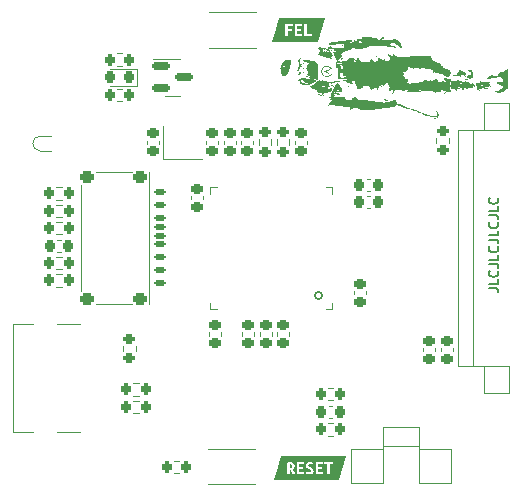
<source format=gto>
%TF.GenerationSoftware,KiCad,Pcbnew,(6.0.1)*%
%TF.CreationDate,2022-02-16T12:07:44+01:00*%
%TF.ProjectId,f1c200s,66316332-3030-4732-9e6b-696361645f70,rev?*%
%TF.SameCoordinates,PX754fbd0PY813b7f0*%
%TF.FileFunction,Legend,Top*%
%TF.FilePolarity,Positive*%
%FSLAX46Y46*%
G04 Gerber Fmt 4.6, Leading zero omitted, Abs format (unit mm)*
G04 Created by KiCad (PCBNEW (6.0.1)) date 2022-02-16 12:07:44*
%MOMM*%
%LPD*%
G01*
G04 APERTURE LIST*
G04 Aperture macros list*
%AMRoundRect*
0 Rectangle with rounded corners*
0 $1 Rounding radius*
0 $2 $3 $4 $5 $6 $7 $8 $9 X,Y pos of 4 corners*
0 Add a 4 corners polygon primitive as box body*
4,1,4,$2,$3,$4,$5,$6,$7,$8,$9,$2,$3,0*
0 Add four circle primitives for the rounded corners*
1,1,$1+$1,$2,$3*
1,1,$1+$1,$4,$5*
1,1,$1+$1,$6,$7*
1,1,$1+$1,$8,$9*
0 Add four rect primitives between the rounded corners*
20,1,$1+$1,$2,$3,$4,$5,0*
20,1,$1+$1,$4,$5,$6,$7,0*
20,1,$1+$1,$6,$7,$8,$9,0*
20,1,$1+$1,$8,$9,$2,$3,0*%
G04 Aperture macros list end*
%ADD10C,0.200000*%
%ADD11C,0.120000*%
%ADD12C,0.100000*%
%ADD13C,0.150000*%
%ADD14RoundRect,0.225000X-0.250000X0.225000X-0.250000X-0.225000X0.250000X-0.225000X0.250000X0.225000X0*%
%ADD15RoundRect,0.225000X0.225000X0.250000X-0.225000X0.250000X-0.225000X-0.250000X0.225000X-0.250000X0*%
%ADD16RoundRect,0.200000X-0.200000X-0.275000X0.200000X-0.275000X0.200000X0.275000X-0.200000X0.275000X0*%
%ADD17R,1.800000X1.100000*%
%ADD18R,0.900000X0.300000*%
%ADD19C,0.700000*%
%ADD20C,4.400000*%
%ADD21RoundRect,0.150000X-0.587500X-0.150000X0.587500X-0.150000X0.587500X0.150000X-0.587500X0.150000X0*%
%ADD22O,1.500000X0.800000*%
%ADD23RoundRect,0.200000X0.200000X0.275000X-0.200000X0.275000X-0.200000X-0.275000X0.200000X-0.275000X0*%
%ADD24RoundRect,0.225000X0.250000X-0.225000X0.250000X0.225000X-0.250000X0.225000X-0.250000X-0.225000X0*%
%ADD25RoundRect,0.200000X0.275000X-0.200000X0.275000X0.200000X-0.275000X0.200000X-0.275000X-0.200000X0*%
%ADD26RoundRect,0.225000X-0.225000X-0.250000X0.225000X-0.250000X0.225000X0.250000X-0.225000X0.250000X0*%
%ADD27RoundRect,0.200000X-0.275000X0.200000X-0.275000X-0.200000X0.275000X-0.200000X0.275000X0.200000X0*%
%ADD28R,2.000000X2.500000*%
%ADD29R,0.300000X1.250000*%
%ADD30R,1.000000X2.000000*%
%ADD31R,1.150000X1.000000*%
%ADD32RoundRect,0.218750X0.218750X0.256250X-0.218750X0.256250X-0.218750X-0.256250X0.218750X-0.256250X0*%
%ADD33C,0.650000*%
%ADD34R,1.150000X0.300000*%
%ADD35O,1.600000X1.000000*%
%ADD36O,2.100000X1.000000*%
%ADD37RoundRect,0.125000X0.375000X-0.125000X0.375000X0.125000X-0.375000X0.125000X-0.375000X-0.125000X0*%
%ADD38RoundRect,0.275000X0.325000X-0.275000X0.325000X0.275000X-0.325000X0.275000X-0.325000X-0.275000X0*%
%ADD39O,0.800000X0.200000*%
%ADD40O,0.200000X0.800000*%
%ADD41R,6.840000X6.840000*%
G04 APERTURE END LIST*
D10*
X38931904Y17114762D02*
X39503333Y17114762D01*
X39617619Y17076667D01*
X39693809Y17000477D01*
X39731904Y16886191D01*
X39731904Y16810000D01*
X39731904Y17876667D02*
X39731904Y17495715D01*
X38931904Y17495715D01*
X39655714Y18600477D02*
X39693809Y18562381D01*
X39731904Y18448096D01*
X39731904Y18371905D01*
X39693809Y18257620D01*
X39617619Y18181429D01*
X39541428Y18143334D01*
X39389047Y18105239D01*
X39274761Y18105239D01*
X39122380Y18143334D01*
X39046190Y18181429D01*
X38970000Y18257620D01*
X38931904Y18371905D01*
X38931904Y18448096D01*
X38970000Y18562381D01*
X39008095Y18600477D01*
X38931904Y19171905D02*
X39503333Y19171905D01*
X39617619Y19133810D01*
X39693809Y19057620D01*
X39731904Y18943334D01*
X39731904Y18867143D01*
X39731904Y19933810D02*
X39731904Y19552858D01*
X38931904Y19552858D01*
X39655714Y20657620D02*
X39693809Y20619524D01*
X39731904Y20505239D01*
X39731904Y20429048D01*
X39693809Y20314762D01*
X39617619Y20238572D01*
X39541428Y20200477D01*
X39389047Y20162381D01*
X39274761Y20162381D01*
X39122380Y20200477D01*
X39046190Y20238572D01*
X38970000Y20314762D01*
X38931904Y20429048D01*
X38931904Y20505239D01*
X38970000Y20619524D01*
X39008095Y20657620D01*
X38931904Y21229048D02*
X39503333Y21229048D01*
X39617619Y21190953D01*
X39693809Y21114762D01*
X39731904Y21000477D01*
X39731904Y20924286D01*
X39731904Y21990953D02*
X39731904Y21610000D01*
X38931904Y21610000D01*
X39655714Y22714762D02*
X39693809Y22676667D01*
X39731904Y22562381D01*
X39731904Y22486191D01*
X39693809Y22371905D01*
X39617619Y22295715D01*
X39541428Y22257620D01*
X39389047Y22219524D01*
X39274761Y22219524D01*
X39122380Y22257620D01*
X39046190Y22295715D01*
X38970000Y22371905D01*
X38931904Y22486191D01*
X38931904Y22562381D01*
X38970000Y22676667D01*
X39008095Y22714762D01*
X38931904Y23286191D02*
X39503333Y23286191D01*
X39617619Y23248096D01*
X39693809Y23171905D01*
X39731904Y23057620D01*
X39731904Y22981429D01*
X39731904Y24048096D02*
X39731904Y23667143D01*
X38931904Y23667143D01*
X39655714Y24771905D02*
X39693809Y24733810D01*
X39731904Y24619524D01*
X39731904Y24543334D01*
X39693809Y24429048D01*
X39617619Y24352858D01*
X39541428Y24314762D01*
X39389047Y24276667D01*
X39274761Y24276667D01*
X39122380Y24314762D01*
X39046190Y24352858D01*
X38970000Y24429048D01*
X38931904Y24543334D01*
X38931904Y24619524D01*
X38970000Y24733810D01*
X39008095Y24771905D01*
G36*
X40132504Y33745297D02*
G01*
X40098486Y33710277D01*
X40067698Y33702698D01*
X40030696Y33705288D01*
X39967632Y33699710D01*
X39921135Y33692368D01*
X39807829Y33674241D01*
X39710639Y33664040D01*
X39636730Y33662055D01*
X39593271Y33668575D01*
X39584878Y33678800D01*
X39569888Y33699034D01*
X39534832Y33709531D01*
X39481782Y33715780D01*
X39406360Y33724399D01*
X39359811Y33729627D01*
X39294367Y33738816D01*
X39268858Y33748080D01*
X39279487Y33758952D01*
X39283239Y33760529D01*
X39332960Y33772115D01*
X39401570Y33778978D01*
X39419210Y33779556D01*
X39528621Y33795093D01*
X39654860Y33834435D01*
X39785515Y33891528D01*
X39908174Y33960317D01*
X40010422Y34034745D01*
X40072127Y34098069D01*
X40104478Y34152947D01*
X40129430Y34217481D01*
X40144254Y34279731D01*
X40146220Y34327755D01*
X40143282Y34332470D01*
X40195662Y34332470D01*
X40198552Y34322567D01*
X40206537Y34319818D01*
X40209586Y34349914D01*
X40206537Y34377458D01*
X40206148Y34380972D01*
X40198552Y34377261D01*
X40195662Y34332470D01*
X40143282Y34332470D01*
X40132600Y34349615D01*
X40129702Y34349914D01*
X40097237Y34333855D01*
X40092493Y34327679D01*
X40067718Y34314138D01*
X40060678Y34316615D01*
X40038588Y34310215D01*
X40030711Y34296792D01*
X40003178Y34277131D01*
X39954827Y34281757D01*
X39927206Y34294966D01*
X39899481Y34308225D01*
X39879406Y34323573D01*
X39849060Y34342450D01*
X39841120Y34330136D01*
X39828191Y34313904D01*
X39819242Y34317097D01*
X39803327Y34346749D01*
X39797365Y34393397D01*
X39794443Y34407190D01*
X39884875Y34407190D01*
X39900277Y34387225D01*
X39906753Y34382730D01*
X39927206Y34377155D01*
X39928631Y34380148D01*
X39913229Y34400113D01*
X39906753Y34404608D01*
X39886300Y34410183D01*
X39884875Y34407190D01*
X39794443Y34407190D01*
X39786247Y34445873D01*
X39759709Y34494807D01*
X39727974Y34523056D01*
X39718918Y34524935D01*
X39715501Y34506227D01*
X39720513Y34460936D01*
X39720975Y34458268D01*
X39726184Y34413813D01*
X39715377Y34403348D01*
X39691347Y34413743D01*
X39677037Y34418976D01*
X39654145Y34427347D01*
X39639747Y34425658D01*
X39632720Y34438386D01*
X39627243Y34482515D01*
X39626717Y34492119D01*
X39666099Y34492119D01*
X39677037Y34481180D01*
X39687976Y34492119D01*
X39677037Y34503057D01*
X39666099Y34492119D01*
X39626717Y34492119D01*
X39626013Y34504958D01*
X39621020Y34566167D01*
X39612913Y34608224D01*
X39610349Y34614154D01*
X39615511Y34624695D01*
X39632146Y34620794D01*
X39660931Y34621162D01*
X39666099Y34631983D01*
X39684513Y34651262D01*
X39712533Y34656201D01*
X39743867Y34650893D01*
X39737335Y34630259D01*
X39734141Y34626287D01*
X39722096Y34594024D01*
X39740936Y34570130D01*
X39767108Y34558858D01*
X39791905Y34579610D01*
X39808231Y34605514D01*
X39828392Y34635811D01*
X39833058Y34632665D01*
X39831503Y34626880D01*
X39826940Y34584387D01*
X39837771Y34558853D01*
X39857201Y34561730D01*
X39864543Y34571191D01*
X39887892Y34588710D01*
X39897742Y34584994D01*
X39898792Y34558109D01*
X39887238Y34538721D01*
X39874151Y34506487D01*
X39896622Y34472559D01*
X39937889Y34441428D01*
X39939173Y34441858D01*
X40195662Y34441858D01*
X40198552Y34431955D01*
X40206537Y34429207D01*
X40209586Y34459302D01*
X40206148Y34490360D01*
X40198552Y34486649D01*
X40195662Y34441858D01*
X39939173Y34441858D01*
X39962323Y34449610D01*
X39972019Y34498319D01*
X39972386Y34516512D01*
X39972386Y34595601D01*
X40029608Y34558107D01*
X40082461Y34536837D01*
X40117754Y34549345D01*
X40135145Y34589184D01*
X40135005Y34599118D01*
X40172723Y34599118D01*
X40176218Y34586466D01*
X40185933Y34578179D01*
X40189436Y34599684D01*
X40185414Y34628060D01*
X40177945Y34628398D01*
X40172723Y34599118D01*
X40135005Y34599118D01*
X40134291Y34649906D01*
X40114850Y34725065D01*
X40076478Y34808212D01*
X40045515Y34857410D01*
X40004337Y34918270D01*
X39971593Y34969831D01*
X39962403Y34985780D01*
X39941946Y35008935D01*
X39905544Y35017445D01*
X39840460Y35013948D01*
X39831137Y35012959D01*
X39691936Y34993850D01*
X39511397Y34962404D01*
X39290128Y34918730D01*
X39206667Y34901313D01*
X39046743Y34869830D01*
X38915403Y34848714D01*
X38815931Y34838290D01*
X38751612Y34838888D01*
X38725728Y34850835D01*
X38725358Y34853293D01*
X38741184Y34869752D01*
X38758174Y34867067D01*
X38786314Y34870606D01*
X38790991Y34888042D01*
X38800968Y34934139D01*
X38814394Y34965340D01*
X38837953Y34994696D01*
X38865112Y34986254D01*
X38869766Y34982538D01*
X38894235Y34971290D01*
X38913658Y34991786D01*
X38927714Y35024838D01*
X38953240Y35072514D01*
X38983524Y35083460D01*
X38992670Y35081299D01*
X39024706Y35080121D01*
X39031645Y35089729D01*
X39050301Y35111381D01*
X39093802Y35130203D01*
X39143448Y35139081D01*
X39159638Y35138421D01*
X39178044Y35147381D01*
X39174755Y35157925D01*
X39174444Y35179154D01*
X39182207Y35181266D01*
X39213135Y35165301D01*
X39217606Y35159388D01*
X39248705Y35140498D01*
X39270200Y35137511D01*
X39313702Y35122190D01*
X39348872Y35093755D01*
X39404829Y35055217D01*
X39461431Y35058220D01*
X39489911Y35077347D01*
X39509802Y35093033D01*
X39502909Y35075275D01*
X39501026Y35071877D01*
X39491447Y35050775D01*
X39506387Y35058605D01*
X39522659Y35071548D01*
X39568887Y35097745D01*
X39597597Y35104364D01*
X39630954Y35122568D01*
X39661842Y35165657D01*
X39696079Y35218264D01*
X39731126Y35251598D01*
X39758625Y35283101D01*
X39760025Y35305493D01*
X39766833Y35330653D01*
X39781417Y35334410D01*
X39816906Y35351114D01*
X39846390Y35383334D01*
X39874639Y35415914D01*
X39900631Y35413176D01*
X39912456Y35404388D01*
X39940509Y35390637D01*
X39968407Y35407070D01*
X39989708Y35432036D01*
X40029953Y35476585D01*
X40052452Y35483313D01*
X40060167Y35452946D01*
X40060232Y35449268D01*
X40064340Y35424744D01*
X40079778Y35441321D01*
X40079902Y35441517D01*
X40113787Y35461179D01*
X40134261Y35458612D01*
X40164083Y35460128D01*
X40169285Y35477301D01*
X40188462Y35502902D01*
X40226028Y35509431D01*
X40277213Y35524331D01*
X40293817Y35551673D01*
X40315483Y35581962D01*
X40335524Y35582149D01*
X40361830Y35587674D01*
X40366185Y35605540D01*
X40384327Y35634860D01*
X40408117Y35640697D01*
X40446397Y35650306D01*
X40457342Y35662017D01*
X40481079Y35673676D01*
X40514423Y35670257D01*
X40564212Y35657177D01*
X40561576Y34959790D01*
X40560298Y34780321D01*
X40557978Y34620367D01*
X40554762Y34484425D01*
X40550795Y34376994D01*
X40546221Y34302573D01*
X40541184Y34265661D01*
X40539134Y34262403D01*
X40521743Y34244567D01*
X40519329Y34228295D01*
X40529935Y34205651D01*
X40541206Y34207709D01*
X40554889Y34197080D01*
X40562225Y34148861D01*
X40563084Y34115813D01*
X40558238Y34043841D01*
X40540815Y34001644D01*
X40519625Y33983255D01*
X40472981Y33959066D01*
X40456069Y33964530D01*
X40460993Y33987332D01*
X40455471Y34024095D01*
X40435987Y34046775D01*
X40413463Y34061528D01*
X40415220Y34055856D01*
X40417015Y34025515D01*
X40405688Y34005686D01*
X40391284Y33975103D01*
X40405131Y33959087D01*
X40401450Y33941289D01*
X40362727Y33909745D01*
X40299077Y33871363D01*
X40226056Y33826212D01*
X40206537Y33811288D01*
X40185933Y33795534D01*
X40165259Y33779727D01*
X40132504Y33745297D01*
G37*
G36*
X40140115Y35524016D02*
G01*
X40137112Y35511010D01*
X40125530Y35509431D01*
X40107522Y35517436D01*
X40110945Y35524016D01*
X40136909Y35526635D01*
X40140115Y35524016D01*
G37*
G36*
X39918379Y34255724D02*
G01*
X39934465Y34243240D01*
X39948290Y34224845D01*
X39926368Y34229435D01*
X39922218Y34230993D01*
X39895428Y34248324D01*
X39895235Y34258178D01*
X39918379Y34255724D01*
G37*
G36*
X39797365Y34710896D02*
G01*
X39786426Y34699957D01*
X39775487Y34710896D01*
X39786426Y34721834D01*
X39797365Y34710896D01*
G37*
G36*
X39753609Y34754651D02*
G01*
X39742670Y34743712D01*
X39731732Y34754651D01*
X39742670Y34765590D01*
X39753609Y34754651D01*
G37*
G36*
X39425444Y33988932D02*
G01*
X39414505Y33977993D01*
X39403566Y33988932D01*
X39414505Y33999871D01*
X39425444Y33988932D01*
G37*
G36*
X39359811Y34032687D02*
G01*
X39348872Y34021748D01*
X39337933Y34032687D01*
X39348872Y34043626D01*
X39359811Y34032687D01*
G37*
G36*
X39359811Y34076442D02*
G01*
X39348872Y34065504D01*
X39337933Y34076442D01*
X39348872Y34087381D01*
X39359811Y34076442D01*
G37*
G36*
X39248844Y34055208D02*
G01*
X39250422Y34043626D01*
X39242418Y34025618D01*
X39235837Y34029041D01*
X39233219Y34055005D01*
X39235837Y34058211D01*
X39248844Y34055208D01*
G37*
G36*
X39075401Y34207709D02*
G01*
X39064462Y34196770D01*
X39053523Y34207709D01*
X39064462Y34218647D01*
X39075401Y34207709D01*
G37*
G36*
X38551566Y33963682D02*
G01*
X38550336Y33958599D01*
X38531828Y33939723D01*
X38501111Y33934573D01*
X38469070Y33938030D01*
X38476804Y33951008D01*
X38484703Y33956450D01*
X38506516Y33977062D01*
X38489213Y33996817D01*
X38484703Y33999871D01*
X38475486Y34010809D01*
X38637847Y34010809D01*
X38648786Y33999871D01*
X38659725Y34010809D01*
X38648786Y34021748D01*
X38637847Y34010809D01*
X38475486Y34010809D01*
X38465044Y34023200D01*
X38477129Y34038157D01*
X38473003Y34048002D01*
X38434546Y34054975D01*
X38430009Y34055218D01*
X38400598Y34056791D01*
X38362006Y34052932D01*
X38328183Y34049549D01*
X38276022Y34027788D01*
X38252877Y33996677D01*
X38258219Y33972765D01*
X38250347Y33958309D01*
X38235253Y33956115D01*
X38196598Y33972184D01*
X38152549Y34009666D01*
X38119729Y34052479D01*
X38112296Y34075098D01*
X38103082Y34098320D01*
X38419070Y34098320D01*
X38430009Y34087381D01*
X38440948Y34098320D01*
X38430009Y34109259D01*
X38419070Y34098320D01*
X38103082Y34098320D01*
X38099486Y34107384D01*
X38069329Y34152628D01*
X38069027Y34153014D01*
X38038952Y34191464D01*
X38026245Y34207709D01*
X38025758Y34118882D01*
X38033866Y34048633D01*
X38065600Y33991325D01*
X38093501Y33960268D01*
X38138865Y33917938D01*
X38173115Y33893158D01*
X38181011Y33890482D01*
X38200117Y33876494D01*
X38200333Y33874074D01*
X38180537Y33866551D01*
X38129028Y33863516D01*
X38069067Y33865078D01*
X37999816Y33872006D01*
X37952237Y33882537D01*
X37937761Y33892425D01*
X37956332Y33912108D01*
X38001578Y33915921D01*
X38008863Y33914951D01*
X38022224Y33916260D01*
X38021571Y33933340D01*
X38005306Y33976522D01*
X37995815Y33999272D01*
X37966358Y34069329D01*
X37923704Y34001963D01*
X37881051Y33934596D01*
X37879816Y34071152D01*
X37877261Y34236656D01*
X37876129Y34268613D01*
X38028471Y34268613D01*
X38031988Y34246411D01*
X38038952Y34237489D01*
X38042740Y34266548D01*
X38042884Y34273342D01*
X38042208Y34284020D01*
X38278872Y34284020D01*
X38309532Y34238810D01*
X38359468Y34218691D01*
X38362006Y34218647D01*
X38398477Y34226417D01*
X38399662Y34229586D01*
X38615969Y34229586D01*
X38626908Y34218647D01*
X38637847Y34229586D01*
X38626908Y34240525D01*
X38615969Y34229586D01*
X38399662Y34229586D01*
X38409206Y34255110D01*
X38710773Y34255110D01*
X38713776Y34242104D01*
X38725358Y34240525D01*
X38743366Y34248530D01*
X38739943Y34255110D01*
X38713979Y34257729D01*
X38710773Y34255110D01*
X38409206Y34255110D01*
X38410406Y34258319D01*
X38410461Y34282130D01*
X38404490Y34324119D01*
X38393366Y34336545D01*
X38393235Y34336467D01*
X38370159Y34342546D01*
X38364596Y34349557D01*
X38331647Y34370826D01*
X38294744Y34359392D01*
X38279284Y34337390D01*
X38278872Y34284020D01*
X38042208Y34284020D01*
X38040520Y34310705D01*
X38033671Y34313995D01*
X38032799Y34312044D01*
X38028471Y34268613D01*
X37876129Y34268613D01*
X37872850Y34361156D01*
X37866389Y34447371D01*
X37857690Y34498020D01*
X37848612Y34515009D01*
X37828854Y34546000D01*
X37828372Y34551495D01*
X37841467Y34557337D01*
X37868434Y34539217D01*
X37903666Y34516726D01*
X37922678Y34517145D01*
X37952749Y34528843D01*
X38002944Y34536527D01*
X38052733Y34533162D01*
X38070141Y34509774D01*
X38070426Y34505983D01*
X38078938Y34497605D01*
X38099225Y34525678D01*
X38105340Y34537391D01*
X38141311Y34592322D01*
X38181222Y34630996D01*
X38181716Y34631308D01*
X38217159Y34645252D01*
X38247204Y34628507D01*
X38264884Y34608300D01*
X38295304Y34580351D01*
X38338909Y34562702D01*
X38407634Y34551627D01*
X38461604Y34546904D01*
X38542988Y34543244D01*
X38608859Y34544625D01*
X38645558Y34550731D01*
X38646400Y34551165D01*
X38684531Y34555965D01*
X38743145Y34547820D01*
X38757790Y34544127D01*
X38813638Y34533751D01*
X38849849Y34536299D01*
X38854181Y34539480D01*
X38882293Y34553377D01*
X38931017Y34561477D01*
X38983244Y34562969D01*
X39021866Y34557041D01*
X39031645Y34547887D01*
X39015356Y34519395D01*
X39002649Y34509614D01*
X38966355Y34469737D01*
X38960409Y34422523D01*
X38979287Y34391730D01*
X38999743Y34366229D01*
X38983456Y34346710D01*
X38969746Y34331171D01*
X38976951Y34328356D01*
X38994671Y34309326D01*
X39001893Y34274782D01*
X38999260Y34237636D01*
X38976618Y34233377D01*
X38952669Y34241440D01*
X38912497Y34250575D01*
X38900395Y34233775D01*
X38900379Y34232557D01*
X38881445Y34201746D01*
X38836232Y34175690D01*
X38782128Y34161961D01*
X38744722Y34164751D01*
X38725358Y34165337D01*
X38711404Y34165760D01*
X38703480Y34154489D01*
X38684139Y34139064D01*
X38636187Y34130101D01*
X38626908Y34129666D01*
X38621439Y34129410D01*
X38576213Y34125895D01*
X38562677Y34119206D01*
X38566745Y34116648D01*
X38591853Y34087769D01*
X38594092Y34074619D01*
X38609835Y34048831D01*
X38642935Y34045908D01*
X38671398Y34066692D01*
X38699444Y34074005D01*
X38741075Y34053446D01*
X38784016Y34033630D01*
X38809981Y34036812D01*
X38810151Y34037052D01*
X38833243Y34039051D01*
X38859952Y34019623D01*
X38882866Y33990957D01*
X38869236Y33977903D01*
X38844670Y33972444D01*
X38795506Y33973521D01*
X38770240Y33985618D01*
X38750560Y33995488D01*
X38747235Y33981028D01*
X38734337Y33964890D01*
X38690887Y33963058D01*
X38648786Y33968198D01*
X38580448Y33973733D01*
X38551566Y33963682D01*
G37*
G36*
X38878502Y34142076D02*
G01*
X38867563Y34131137D01*
X38856624Y34142076D01*
X38867563Y34153014D01*
X38878502Y34142076D01*
G37*
G36*
X38790991Y34076442D02*
G01*
X38780052Y34065504D01*
X38769113Y34076442D01*
X38780052Y34087381D01*
X38790991Y34076442D01*
G37*
G36*
X38747235Y34929672D02*
G01*
X38736297Y34918734D01*
X38725358Y34929672D01*
X38736297Y34940611D01*
X38747235Y34929672D01*
G37*
G36*
X38634573Y32084061D02*
G01*
X38636120Y32061872D01*
X38630777Y32038527D01*
X38622902Y32048654D01*
X38620294Y32082846D01*
X38624629Y32090586D01*
X38634573Y32084061D01*
G37*
G36*
X38637847Y34907795D02*
G01*
X38626908Y34896856D01*
X38615969Y34907795D01*
X38626908Y34918734D01*
X38637847Y34907795D01*
G37*
G36*
X38331559Y33988932D02*
G01*
X38320621Y33977993D01*
X38309682Y33988932D01*
X38320621Y33999871D01*
X38331559Y33988932D01*
G37*
G36*
X38196386Y35282578D02*
G01*
X38197314Y35276069D01*
X38191116Y35241680D01*
X38184853Y35208613D01*
X38169503Y35170191D01*
X38154268Y35159388D01*
X38140767Y35176485D01*
X38141098Y35215382D01*
X38152267Y35257488D01*
X38171280Y35284211D01*
X38174616Y35285741D01*
X38196386Y35282578D01*
G37*
G36*
X38177780Y35098984D02*
G01*
X38178416Y35093755D01*
X38161767Y35072513D01*
X38156538Y35071877D01*
X38135296Y35088526D01*
X38134660Y35093755D01*
X38151309Y35114997D01*
X38156538Y35115633D01*
X38177780Y35098984D01*
G37*
G36*
X38133081Y32042460D02*
G01*
X38134660Y32030878D01*
X38126655Y32012871D01*
X38120075Y32016293D01*
X38117457Y32042257D01*
X38120075Y32045463D01*
X38133081Y32042460D01*
G37*
G36*
X37805654Y34267462D02*
G01*
X37806495Y34261112D01*
X37793092Y34248046D01*
X37784617Y34251464D01*
X37763746Y34271123D01*
X37762739Y34274633D01*
X37779666Y34284030D01*
X37784617Y34284281D01*
X37805654Y34267462D01*
G37*
G36*
X36716120Y33926248D02*
G01*
X36714658Y33929355D01*
X36713833Y33931109D01*
X36697281Y33950827D01*
X36680494Y33948472D01*
X36645291Y33948706D01*
X36635448Y33957071D01*
X36638111Y33976535D01*
X36645686Y33977993D01*
X36654046Y33986863D01*
X36705044Y33986863D01*
X36714658Y33977993D01*
X36730775Y33996335D01*
X36734488Y34021748D01*
X36730959Y34057361D01*
X36726101Y34065504D01*
X36714608Y34047465D01*
X36706271Y34021748D01*
X36705044Y33986863D01*
X36654046Y33986863D01*
X36663278Y33996659D01*
X36668855Y34031165D01*
X36682804Y34076963D01*
X36718080Y34093819D01*
X36724221Y34098972D01*
X36693289Y34103432D01*
X36684358Y34103842D01*
X36672825Y34104372D01*
X36631964Y34106249D01*
X36630569Y34106280D01*
X36559713Y34110478D01*
X36518310Y34117181D01*
X36510296Y34118479D01*
X36493833Y34127479D01*
X36474636Y34138912D01*
X36426660Y34153992D01*
X36364327Y34169423D01*
X36362567Y34169776D01*
X36302059Y34181909D01*
X36254278Y34188156D01*
X36236088Y34186370D01*
X36244594Y34171130D01*
X36279296Y34147613D01*
X36325690Y34123612D01*
X36369275Y34106920D01*
X36389914Y34103720D01*
X36422276Y34096515D01*
X36428200Y34086022D01*
X36409470Y34070595D01*
X36373506Y34065504D01*
X36332390Y34058055D01*
X36318812Y34043745D01*
X36337898Y34031945D01*
X36386928Y34032925D01*
X36395384Y34034156D01*
X36448567Y34038120D01*
X36470048Y34025295D01*
X36471956Y34013450D01*
X36458802Y33975403D01*
X36449536Y33966719D01*
X36432951Y33969853D01*
X36433128Y33981836D01*
X36421427Y34002299D01*
X36375705Y34000778D01*
X36299650Y33977479D01*
X36290324Y33973883D01*
X36250253Y33950078D01*
X36238837Y33926062D01*
X36239000Y33925641D01*
X36254915Y33886052D01*
X36266115Y33857666D01*
X36274055Y33835921D01*
X36272863Y33827117D01*
X36256906Y33834468D01*
X36220552Y33861189D01*
X36158169Y33910495D01*
X36119659Y33941262D01*
X36044045Y33996522D01*
X35995285Y34019417D01*
X35971523Y34010599D01*
X35968434Y33994401D01*
X35963603Y33978446D01*
X35951085Y33993834D01*
X35918638Y34010582D01*
X35860486Y34014718D01*
X35853035Y34014233D01*
X35792323Y34023292D01*
X35773904Y34026040D01*
X35736248Y34057147D01*
X35749992Y34057147D01*
X35765393Y34037182D01*
X35771869Y34032687D01*
X35792323Y34027112D01*
X35793747Y34030105D01*
X35782808Y34044286D01*
X35778346Y34050070D01*
X35771869Y34054565D01*
X35751416Y34060140D01*
X35749992Y34057147D01*
X35736248Y34057147D01*
X35716157Y34073744D01*
X35680626Y34154615D01*
X35668144Y34265921D01*
X35672305Y34316668D01*
X36630262Y34316668D01*
X36652338Y34291411D01*
X36672825Y34284281D01*
X36681644Y34296781D01*
X36668416Y34317626D01*
X36641664Y34340560D01*
X36630730Y34340959D01*
X36630262Y34316668D01*
X35672305Y34316668D01*
X35679543Y34404931D01*
X35684821Y34431346D01*
X36599248Y34431346D01*
X36600447Y34426408D01*
X36621221Y34421776D01*
X36684358Y34420030D01*
X36724305Y34439272D01*
X36728159Y34450581D01*
X36784664Y34450581D01*
X36808029Y34433289D01*
X36853607Y34422249D01*
X36904222Y34418935D01*
X36942702Y34424822D01*
X36946962Y34429372D01*
X36978270Y34429372D01*
X36981491Y34423783D01*
X37008138Y34419371D01*
X37043796Y34428607D01*
X37062616Y34444629D01*
X37062653Y34445336D01*
X37045472Y34459994D01*
X37029837Y34467131D01*
X37028700Y34467650D01*
X37006117Y34469179D01*
X37008114Y34459052D01*
X37004532Y34439363D01*
X36994665Y34437424D01*
X36981187Y34430805D01*
X36978270Y34429372D01*
X36946962Y34429372D01*
X36953265Y34436104D01*
X36935784Y34459920D01*
X36925918Y34462726D01*
X36839561Y34470138D01*
X36793390Y34465443D01*
X36784664Y34450581D01*
X36728159Y34450581D01*
X36732761Y34464085D01*
X36728228Y34480410D01*
X36719999Y34464772D01*
X36692535Y34444842D01*
X36679794Y34442269D01*
X36641471Y34434531D01*
X36639685Y34434445D01*
X36599248Y34431346D01*
X35684821Y34431346D01*
X35696875Y34491665D01*
X36457166Y34491665D01*
X36473844Y34469915D01*
X36518310Y34447663D01*
X36581427Y34451661D01*
X36626787Y34462874D01*
X36632993Y34472691D01*
X36613137Y34482100D01*
X36566852Y34486104D01*
X36545006Y34477414D01*
X36514644Y34470960D01*
X36505429Y34480117D01*
X36474065Y34502033D01*
X36465976Y34503057D01*
X36457166Y34491665D01*
X35696875Y34491665D01*
X35701102Y34512818D01*
X35701427Y34513996D01*
X35771869Y34513996D01*
X35782808Y34503057D01*
X35793747Y34513996D01*
X35782808Y34524935D01*
X35771869Y34513996D01*
X35701427Y34513996D01*
X35729646Y34616229D01*
X35755028Y34676029D01*
X35777242Y34692211D01*
X35796279Y34664767D01*
X35804906Y34633320D01*
X35820382Y34588205D01*
X35839161Y34584014D01*
X35843164Y34587479D01*
X35849439Y34608574D01*
X36507684Y34608574D01*
X36535909Y34576752D01*
X36580557Y34548813D01*
X36615512Y34537200D01*
X36679794Y34524687D01*
X36656128Y34535874D01*
X36734488Y34535874D01*
X36745427Y34524935D01*
X36756366Y34535874D01*
X36749820Y34542420D01*
X36821999Y34542420D01*
X36838376Y34525118D01*
X36841142Y34524935D01*
X36874226Y34520957D01*
X36928390Y34511309D01*
X36932054Y34510581D01*
X36981187Y34505452D01*
X36985835Y34511456D01*
X37135720Y34511456D01*
X37139225Y34503057D01*
X37168207Y34481997D01*
X37174624Y34481180D01*
X37186485Y34494659D01*
X37182981Y34503057D01*
X37153999Y34524118D01*
X37147582Y34524935D01*
X37135720Y34511456D01*
X36985835Y34511456D01*
X36990561Y34517561D01*
X36989686Y34519103D01*
X36961726Y34535874D01*
X37018898Y34535874D01*
X37029837Y34524935D01*
X37040776Y34535874D01*
X37029837Y34546813D01*
X37018898Y34535874D01*
X36961726Y34535874D01*
X36960181Y34536801D01*
X36906652Y34549912D01*
X36898773Y34550941D01*
X36848321Y34552499D01*
X36822773Y34544808D01*
X36821999Y34542420D01*
X36749820Y34542420D01*
X36745427Y34546813D01*
X36734488Y34535874D01*
X36656128Y34535874D01*
X36617656Y34554060D01*
X36614161Y34556167D01*
X36567377Y34584365D01*
X36549521Y34601507D01*
X36603222Y34601507D01*
X36614161Y34590568D01*
X36625099Y34601507D01*
X36614161Y34612446D01*
X36603222Y34601507D01*
X36549521Y34601507D01*
X36536805Y34613714D01*
X36515528Y34634712D01*
X36507750Y34633656D01*
X36507684Y34608574D01*
X35849439Y34608574D01*
X35852655Y34619383D01*
X35848118Y34627031D01*
X36347982Y34627031D01*
X36350985Y34614025D01*
X36362567Y34612446D01*
X36380575Y34620451D01*
X36377152Y34627031D01*
X36351189Y34629649D01*
X36347982Y34627031D01*
X35848118Y34627031D01*
X35836804Y34646105D01*
X35822169Y34668238D01*
X35834748Y34674439D01*
X35881909Y34667618D01*
X35888289Y34666430D01*
X35951276Y34661741D01*
X35994059Y34671793D01*
X35996356Y34673465D01*
X36056452Y34698808D01*
X36127130Y34697301D01*
X36149260Y34690040D01*
X36193617Y34682515D01*
X36233732Y34691822D01*
X36251014Y34713251D01*
X36250791Y34715756D01*
X36252538Y34749391D01*
X36277489Y34748669D01*
X36302647Y34734186D01*
X36359424Y34713455D01*
X36433471Y34706490D01*
X36443086Y34706858D01*
X36496317Y34706429D01*
X36523066Y34699356D01*
X36523593Y34695011D01*
X36532375Y34681163D01*
X36553800Y34678079D01*
X36600821Y34666330D01*
X36617795Y34654754D01*
X36654378Y34635767D01*
X36711342Y34621480D01*
X36715151Y34620912D01*
X36788865Y34606717D01*
X36852610Y34589543D01*
X36915855Y34571779D01*
X36940817Y34573267D01*
X36928747Y34594511D01*
X36909509Y34612446D01*
X36880676Y34642380D01*
X36878661Y34656107D01*
X36879923Y34656201D01*
X36916005Y34647382D01*
X36963073Y34626855D01*
X37003241Y34603519D01*
X37018727Y34587147D01*
X37036436Y34580256D01*
X37062653Y34584229D01*
X37097704Y34583728D01*
X37106409Y34571242D01*
X37125655Y34555206D01*
X37173081Y34547066D01*
X37184272Y34546813D01*
X37231841Y34542162D01*
X37251054Y34530655D01*
X37250146Y34527414D01*
X37253498Y34497955D01*
X37297688Y34469095D01*
X37379815Y34442570D01*
X37399955Y34437828D01*
X37500426Y34410458D01*
X37561234Y34381431D01*
X37586469Y34348578D01*
X37587718Y34338205D01*
X37605700Y34315331D01*
X37648065Y34306254D01*
X37697439Y34311696D01*
X37736122Y34332047D01*
X37765718Y34346966D01*
X37776960Y34342986D01*
X37775197Y34329242D01*
X37766386Y34328036D01*
X37743766Y34310377D01*
X37740862Y34295219D01*
X37724257Y34270948D01*
X37671264Y34262462D01*
X37664290Y34262403D01*
X37612468Y34258276D01*
X37591261Y34239876D01*
X37587718Y34208478D01*
X37577520Y34164894D01*
X37543211Y34133847D01*
X37479219Y34113016D01*
X37379972Y34100081D01*
X37317500Y34095961D01*
X37234515Y34089803D01*
X37174624Y34082190D01*
X37170626Y34081682D01*
X37136516Y34073075D01*
X37133669Y34070569D01*
X37119574Y34043025D01*
X37091562Y33994722D01*
X37083265Y33980995D01*
X37081800Y33978981D01*
X37047501Y33931834D01*
X37027518Y33920836D01*
X37028188Y33945876D01*
X37049560Y33995704D01*
X37070315Y34041302D01*
X37068565Y34063444D01*
X37050345Y34073941D01*
X37015348Y34068795D01*
X37008138Y34058825D01*
X37004790Y34054196D01*
X36983677Y34025485D01*
X36973488Y34021748D01*
X36963464Y34037878D01*
X36967231Y34054565D01*
X36965431Y34078086D01*
X36953265Y34081157D01*
X36930366Y34086938D01*
X36911850Y34087381D01*
X36904222Y34086416D01*
X36865869Y34081565D01*
X36843264Y34057500D01*
X36838120Y34005263D01*
X36840131Y33967054D01*
X36839255Y33938939D01*
X36826713Y33951185D01*
X36823702Y33956115D01*
X36811717Y34005564D01*
X36820069Y34061646D01*
X36844060Y34104996D01*
X36861418Y34115763D01*
X36923169Y34115763D01*
X36953265Y34112713D01*
X36984323Y34116152D01*
X36980612Y34123748D01*
X36935821Y34126638D01*
X36925918Y34123748D01*
X36923169Y34115763D01*
X36861418Y34115763D01*
X36862614Y34116505D01*
X36886712Y34124591D01*
X36874356Y34126912D01*
X37029258Y34126912D01*
X37035823Y34110637D01*
X37056240Y34099727D01*
X37081800Y34093066D01*
X37071314Y34109092D01*
X37068487Y34111974D01*
X37039803Y34129255D01*
X37029258Y34126912D01*
X36874356Y34126912D01*
X36867707Y34128161D01*
X36861576Y34128599D01*
X36833069Y34124929D01*
X36808776Y34103869D01*
X36782154Y34057090D01*
X36752119Y33989252D01*
X36745427Y33975304D01*
X36730035Y33943224D01*
X36716120Y33926248D01*
G37*
G36*
X37722893Y34210061D02*
G01*
X37703219Y34164801D01*
X37673361Y34124849D01*
X37626427Y34073866D01*
X37593384Y34048263D01*
X37579308Y34049128D01*
X37589280Y34077551D01*
X37611206Y34111521D01*
X37640668Y34161048D01*
X37640548Y34188978D01*
X37632724Y34195997D01*
X37625501Y34212419D01*
X37656594Y34225835D01*
X37707306Y34230677D01*
X37722893Y34210061D01*
G37*
G36*
X37529781Y34494566D02*
G01*
X37578731Y34468762D01*
X37609199Y34448638D01*
X37667497Y34405253D01*
X37693063Y34375939D01*
X37691167Y34353074D01*
X37682521Y34342621D01*
X37656234Y34328793D01*
X37638217Y34333846D01*
X37640357Y34346588D01*
X37631861Y34369963D01*
X37597119Y34407550D01*
X37575334Y34426125D01*
X37525067Y34471242D01*
X37510888Y34494724D01*
X37529781Y34494566D01*
G37*
G36*
X37174969Y35499422D02*
G01*
X37145935Y35501724D01*
X37133910Y35537969D01*
X37156897Y35537969D01*
X37183390Y35531469D01*
X37193919Y35531309D01*
X37228693Y35535721D01*
X37225198Y35552217D01*
X37220173Y35557562D01*
X37190402Y35572551D01*
X37167666Y35557562D01*
X37156897Y35537969D01*
X37133910Y35537969D01*
X37133674Y35538680D01*
X37133074Y35545018D01*
X37133802Y35583712D01*
X37153386Y35594941D01*
X37196673Y35588734D01*
X37250786Y35579105D01*
X37285343Y35575065D01*
X37285456Y35575064D01*
X37296852Y35561967D01*
X37294331Y35556360D01*
X37304601Y35544025D01*
X37345331Y35539881D01*
X37347684Y35539952D01*
X37398813Y35547415D01*
X37407898Y35565321D01*
X37375005Y35594601D01*
X37352533Y35608318D01*
X37292369Y35642969D01*
X37358002Y35629413D01*
X37452762Y35595803D01*
X37520449Y35537284D01*
X37563516Y35449708D01*
X37584420Y35328930D01*
X37587358Y35242132D01*
X37583198Y35140987D01*
X37569039Y35066441D01*
X37541548Y35001851D01*
X37537940Y34995306D01*
X37469218Y34913849D01*
X37364182Y34850801D01*
X37221913Y34805890D01*
X37041489Y34778848D01*
X36821988Y34769404D01*
X36767304Y34769674D01*
X36504772Y34772999D01*
X36778243Y34787176D01*
X36962920Y34801517D01*
X37105165Y34823169D01*
X37204738Y34852079D01*
X37261397Y34888198D01*
X37262907Y34889959D01*
X37275291Y34910778D01*
X37252480Y34906250D01*
X37251708Y34905955D01*
X37221414Y34905655D01*
X37215797Y34917684D01*
X37204661Y34934412D01*
X37197905Y34932135D01*
X37173248Y34938902D01*
X37149319Y34963661D01*
X37110270Y34999473D01*
X37075102Y35002232D01*
X37057553Y34980003D01*
X37045020Y34972721D01*
X37034102Y34992079D01*
X37030386Y35018190D01*
X37041026Y35017028D01*
X37061005Y35019002D01*
X37062653Y35026831D01*
X37045872Y35049099D01*
X37039484Y35050000D01*
X37026130Y35063268D01*
X37029246Y35070922D01*
X37057713Y35082867D01*
X37074152Y35079574D01*
X37107785Y35086379D01*
X37122676Y35107877D01*
X37148021Y35133066D01*
X37190099Y35150200D01*
X37232211Y35155565D01*
X37257657Y35145446D01*
X37259552Y35138321D01*
X37273373Y35140001D01*
X37308119Y35165965D01*
X37325327Y35181398D01*
X37386020Y35258035D01*
X37407583Y35334779D01*
X37389051Y35405891D01*
X37367860Y35434010D01*
X37317698Y35471543D01*
X37279267Y35475928D01*
X37240282Y35476858D01*
X37226736Y35487554D01*
X37196482Y35502076D01*
X37193919Y35501760D01*
X37174969Y35499422D01*
G37*
G36*
X37412696Y34513996D02*
G01*
X37401757Y34503057D01*
X37390819Y34513996D01*
X37401757Y34524935D01*
X37412696Y34513996D01*
G37*
G36*
X37193919Y34054565D02*
G01*
X37182981Y34043626D01*
X37172042Y34054565D01*
X37182981Y34065504D01*
X37193919Y34054565D01*
G37*
G36*
X37186627Y35239606D02*
G01*
X37183624Y35226600D01*
X37172042Y35225021D01*
X37154034Y35233026D01*
X37157457Y35239606D01*
X37183420Y35242225D01*
X37186627Y35239606D01*
G37*
G36*
X36629172Y35186376D02*
G01*
X36570943Y35177172D01*
X36532165Y35162268D01*
X36529406Y35159956D01*
X36523932Y35129738D01*
X36546385Y35095562D01*
X36585164Y35072227D01*
X36600431Y35069362D01*
X36604151Y35064403D01*
X36572218Y35054800D01*
X36548527Y35049776D01*
X36515711Y35046563D01*
X36482511Y35043313D01*
X36438656Y35051408D01*
X36435068Y35053810D01*
X36392265Y35062249D01*
X36368256Y35053044D01*
X36348807Y35049405D01*
X36316530Y35043367D01*
X36295755Y35051027D01*
X36248599Y35062238D01*
X36225832Y35058965D01*
X36194163Y35058287D01*
X36187546Y35067919D01*
X36167936Y35082120D01*
X36117683Y35097953D01*
X36049657Y35112416D01*
X35976722Y35122505D01*
X35943245Y35124936D01*
X35898886Y35132368D01*
X35892880Y35145077D01*
X35921210Y35157408D01*
X35970592Y35163427D01*
X36044287Y35166506D01*
X36108286Y35169178D01*
X36121119Y35169714D01*
X36169921Y35187990D01*
X36190274Y35225839D01*
X36205528Y35279716D01*
X36220966Y35230491D01*
X36239188Y35192375D01*
X36253390Y35181266D01*
X36276967Y35198985D01*
X36285959Y35238092D01*
X36280248Y35261484D01*
X36719903Y35261484D01*
X36722906Y35248478D01*
X36734488Y35246899D01*
X36752496Y35254904D01*
X36749073Y35261484D01*
X36723109Y35264102D01*
X36719903Y35261484D01*
X36280248Y35261484D01*
X36276335Y35277509D01*
X36272755Y35282488D01*
X36270506Y35286867D01*
X36344175Y35286867D01*
X36348807Y35275244D01*
X36371697Y35276443D01*
X36384445Y35290654D01*
X36396008Y35325274D01*
X36380631Y35332802D01*
X36358192Y35316908D01*
X36344175Y35286867D01*
X36270506Y35286867D01*
X36260269Y35306797D01*
X36281268Y35312532D01*
X36305169Y35327153D01*
X36303748Y35348995D01*
X36501126Y35348995D01*
X36504129Y35335989D01*
X36515711Y35334410D01*
X36533719Y35342414D01*
X36532192Y35345349D01*
X36646977Y35345349D01*
X36657916Y35334410D01*
X36668855Y35345349D01*
X36690732Y35345349D01*
X36701671Y35334410D01*
X36712610Y35345349D01*
X36701671Y35356287D01*
X36690732Y35345349D01*
X36668855Y35345349D01*
X36657916Y35356287D01*
X36646977Y35345349D01*
X36532192Y35345349D01*
X36530296Y35348995D01*
X36504332Y35351613D01*
X36501126Y35348995D01*
X36303748Y35348995D01*
X36303273Y35356287D01*
X36303336Y35389462D01*
X36334717Y35399841D01*
X36344701Y35400043D01*
X36398367Y35389203D01*
X36426801Y35372696D01*
X36446892Y35359230D01*
X36447303Y35380587D01*
X36444164Y35394573D01*
X36442210Y35432356D01*
X36442646Y35432859D01*
X36668855Y35432859D01*
X36679794Y35421921D01*
X36690732Y35432859D01*
X36679794Y35443798D01*
X36668855Y35432859D01*
X36442646Y35432859D01*
X36452126Y35443798D01*
X36470889Y35460909D01*
X36471956Y35469067D01*
X36459318Y35476888D01*
X36431947Y35458128D01*
X36390752Y35426682D01*
X36373865Y35430394D01*
X36378106Y35465676D01*
X36377605Y35500727D01*
X36365119Y35509431D01*
X36341697Y35520253D01*
X36346961Y35541055D01*
X36375541Y35554347D01*
X36378975Y35554573D01*
X36398903Y35558882D01*
X36378972Y35571209D01*
X36368037Y35575746D01*
X36330390Y35593956D01*
X36318812Y35604142D01*
X36335854Y35608926D01*
X36374433Y35601829D01*
X36415731Y35587880D01*
X36440929Y35572106D01*
X36441410Y35571390D01*
X36465963Y35565570D01*
X36484842Y35576681D01*
X36510462Y35590559D01*
X36515711Y35577743D01*
X36534631Y35560167D01*
X36578079Y35553187D01*
X36676511Y35538974D01*
X36768873Y35501376D01*
X36833634Y35451040D01*
X36873130Y35414828D01*
X36904736Y35400043D01*
X36928816Y35382590D01*
X36931387Y35369567D01*
X36949125Y35336297D01*
X36966474Y35325627D01*
X36990791Y35298076D01*
X36988602Y35278395D01*
X36986450Y35255512D01*
X36994783Y35256455D01*
X37014741Y35248838D01*
X37024808Y35226662D01*
X37019778Y35188853D01*
X36989854Y35173053D01*
X36942326Y35179041D01*
X36935088Y35179953D01*
X36904032Y35203982D01*
X36892958Y35214082D01*
X36931387Y35214082D01*
X36942326Y35203144D01*
X36953265Y35214082D01*
X36942326Y35225021D01*
X36931387Y35214082D01*
X36892958Y35214082D01*
X36869072Y35235867D01*
X36848494Y35246709D01*
X36853640Y35233350D01*
X36883782Y35199362D01*
X36911465Y35172074D01*
X36968397Y35104587D01*
X36986329Y35048086D01*
X36986233Y35046467D01*
X36971392Y35008085D01*
X36943330Y34988067D01*
X36942326Y34988217D01*
X36916664Y34992056D01*
X36906228Y35015579D01*
X36901845Y35064272D01*
X36900758Y35077347D01*
X36897906Y35082816D01*
X36931387Y35082816D01*
X36942326Y35071877D01*
X36953265Y35082816D01*
X36942326Y35093755D01*
X36931387Y35082816D01*
X36897906Y35082816D01*
X36882813Y35111762D01*
X36848735Y35131682D01*
X36826034Y35129066D01*
X36802299Y35136819D01*
X36789182Y35150213D01*
X36769292Y35170522D01*
X36768449Y35171637D01*
X36738541Y35203545D01*
X36734488Y35206416D01*
X36723665Y35214082D01*
X36778243Y35214082D01*
X36789182Y35203144D01*
X36800121Y35214082D01*
X36789182Y35225021D01*
X36778243Y35214082D01*
X36723665Y35214082D01*
X36709783Y35223915D01*
X36701671Y35225423D01*
X36693035Y35227028D01*
X36698248Y35208613D01*
X36685956Y35196641D01*
X36679794Y35195356D01*
X36657916Y35190794D01*
X36642799Y35187641D01*
X36629172Y35186376D01*
G37*
G36*
X36967850Y33905067D02*
G01*
X36964847Y33892061D01*
X36953265Y33890482D01*
X36935257Y33898487D01*
X36938680Y33905067D01*
X36964643Y33907686D01*
X36967850Y33905067D01*
G37*
G36*
X36880339Y33883190D02*
G01*
X36877336Y33870183D01*
X36865754Y33868604D01*
X36847746Y33876609D01*
X36851169Y33883190D01*
X36877133Y33885808D01*
X36880339Y33883190D01*
G37*
G36*
X36843876Y35017183D02*
G01*
X36832937Y35006244D01*
X36821999Y35017183D01*
X36832937Y35028122D01*
X36843876Y35017183D01*
G37*
G36*
X36798542Y33945819D02*
G01*
X36800121Y33934237D01*
X36792116Y33916230D01*
X36785536Y33919652D01*
X36782917Y33945616D01*
X36785536Y33948823D01*
X36798542Y33945819D01*
G37*
G36*
X36736324Y33875519D02*
G01*
X36743265Y33856442D01*
X36729748Y33853119D01*
X36689170Y33847770D01*
X36636038Y33837037D01*
X36570405Y33821855D01*
X36642615Y33859437D01*
X36703942Y33882313D01*
X36736324Y33875519D01*
G37*
G36*
X36641052Y34078721D02*
G01*
X36634527Y34068778D01*
X36612337Y34067231D01*
X36588993Y34072574D01*
X36599120Y34080449D01*
X36633312Y34083057D01*
X36641052Y34078721D01*
G37*
G36*
X36603222Y33967054D02*
G01*
X36592283Y33956115D01*
X36581344Y33967054D01*
X36592283Y33977993D01*
X36603222Y33967054D01*
G37*
G36*
X36471533Y33903371D02*
G01*
X36471621Y33897473D01*
X36489109Y33854347D01*
X36521180Y33840289D01*
X36551457Y33833274D01*
X36541100Y33829638D01*
X36512582Y33827828D01*
X36460339Y33838961D01*
X36439399Y33873023D01*
X36451767Y33914344D01*
X36466652Y33928792D01*
X36471533Y33903371D01*
G37*
G36*
X36559116Y34070806D02*
G01*
X36559466Y34066795D01*
X36543793Y34036725D01*
X36541235Y34034941D01*
X36525254Y34041633D01*
X36523004Y34055527D01*
X36533137Y34084046D01*
X36541235Y34087381D01*
X36559116Y34070806D01*
G37*
G36*
X36559466Y35126572D02*
G01*
X36548527Y35115633D01*
X36537589Y35126572D01*
X36548527Y35137511D01*
X36559466Y35126572D01*
G37*
G36*
X36537589Y33945176D02*
G01*
X36526650Y33934237D01*
X36515711Y33945176D01*
X36526650Y33956115D01*
X36537589Y33945176D01*
G37*
G36*
X36537589Y33988932D02*
G01*
X36526650Y33977993D01*
X36515711Y33988932D01*
X36526650Y33999871D01*
X36537589Y33988932D01*
G37*
G36*
X36311519Y35545894D02*
G01*
X36308516Y35532888D01*
X36296934Y35531309D01*
X36278926Y35539314D01*
X36282349Y35545894D01*
X36308313Y35548512D01*
X36311519Y35545894D01*
G37*
G36*
X36180253Y35305240D02*
G01*
X36177250Y35292233D01*
X36165668Y35290654D01*
X36147660Y35298659D01*
X36151083Y35305240D01*
X36177046Y35307858D01*
X36180253Y35305240D01*
G37*
G36*
X36154729Y35604854D02*
G01*
X36183515Y35589325D01*
X36187546Y35583663D01*
X36169681Y35576015D01*
X36154729Y35575064D01*
X36125609Y35586514D01*
X36121913Y35596255D01*
X36137949Y35608293D01*
X36154729Y35604854D01*
G37*
G36*
X36078157Y35607881D02*
G01*
X36067218Y35596942D01*
X36056279Y35607881D01*
X36067218Y35618820D01*
X36078157Y35607881D01*
G37*
G36*
X36018410Y35611292D02*
G01*
X36019137Y35604110D01*
X35984889Y35601177D01*
X35979708Y35601207D01*
X35945776Y35604362D01*
X35949015Y35611021D01*
X35952777Y35612103D01*
X36000433Y35615306D01*
X36018410Y35611292D01*
G37*
G36*
X35990646Y35082816D02*
G01*
X35979708Y35071877D01*
X35968769Y35082816D01*
X35979708Y35093755D01*
X35990646Y35082816D01*
G37*
G36*
X27951946Y37417721D02*
G01*
X27917838Y37421784D01*
X27907007Y37413061D01*
X27876445Y37398300D01*
X27818788Y37391887D01*
X27749856Y37393636D01*
X27685469Y37403360D01*
X27649046Y37416108D01*
X27603628Y37432031D01*
X27538243Y37445485D01*
X27465395Y37455198D01*
X27397585Y37459899D01*
X27347317Y37458316D01*
X27327093Y37449177D01*
X27327080Y37448851D01*
X27312169Y37423724D01*
X27273614Y37380431D01*
X27234100Y37341847D01*
X27178909Y37293334D01*
X27137478Y37269318D01*
X27092430Y37263557D01*
X27031732Y37269149D01*
X26968154Y37274372D01*
X26946939Y37269287D01*
X26954019Y37261663D01*
X26967642Y37245070D01*
X26944472Y37232046D01*
X26921202Y37226084D01*
X26801815Y37198267D01*
X26715639Y37175217D01*
X26653127Y37152426D01*
X26604730Y37125383D01*
X26560898Y37089581D01*
X26512084Y37040509D01*
X26498997Y37026713D01*
X26491586Y37018748D01*
X26440458Y36963800D01*
X26408361Y36924049D01*
X26398768Y36899129D01*
X26407743Y36880709D01*
X26423437Y36866840D01*
X26452841Y36830993D01*
X26457297Y36805248D01*
X26461551Y36781273D01*
X26490091Y36783471D01*
X26508968Y36794746D01*
X26502396Y36786185D01*
X26469601Y36751645D01*
X26415346Y36696034D01*
X26344399Y36624261D01*
X26307207Y36586908D01*
X26244135Y36522946D01*
X26220066Y36498538D01*
X26161528Y36436133D01*
X26128425Y36395569D01*
X26117589Y36372727D01*
X26125852Y36363483D01*
X26134870Y36362661D01*
X26177997Y36357129D01*
X26250860Y36342294D01*
X26341101Y36320801D01*
X26390230Y36308022D01*
X26487636Y36281878D01*
X26550283Y36265450D01*
X26585763Y36257454D01*
X26601668Y36256607D01*
X26605590Y36261624D01*
X26605284Y36267858D01*
X26634287Y36267858D01*
X26637290Y36254852D01*
X26648872Y36253273D01*
X26666880Y36261278D01*
X26663457Y36267858D01*
X26637493Y36270476D01*
X26634287Y36267858D01*
X26605284Y36267858D01*
X26605119Y36271222D01*
X26605117Y36271688D01*
X26586236Y36288736D01*
X26538916Y36309381D01*
X26517606Y36316321D01*
X26463482Y36336285D01*
X26432745Y36354888D01*
X26430095Y36359922D01*
X26448501Y36365757D01*
X26495582Y36359409D01*
X26559133Y36344297D01*
X26626951Y36323841D01*
X26686832Y36301459D01*
X26726570Y36280570D01*
X26732699Y36275151D01*
X26753781Y36254448D01*
X26753209Y36269494D01*
X26750063Y36279919D01*
X26749980Y36317968D01*
X26759216Y36330435D01*
X26777040Y36324786D01*
X26780138Y36308497D01*
X26791685Y36302096D01*
X26822071Y36325057D01*
X26864912Y36370987D01*
X26913826Y36433494D01*
X26933207Y36461111D01*
X27217692Y36461111D01*
X27228631Y36450172D01*
X27239570Y36461111D01*
X27228631Y36472050D01*
X27217692Y36461111D01*
X26933207Y36461111D01*
X26934839Y36463437D01*
X26971720Y36512809D01*
X27021268Y36572859D01*
X27075143Y36634294D01*
X27125006Y36687821D01*
X27162518Y36724148D01*
X27178153Y36734582D01*
X27183534Y36717266D01*
X27173461Y36678638D01*
X27162688Y36640255D01*
X27173735Y36636119D01*
X27176449Y36637685D01*
X27207297Y36636135D01*
X27217512Y36625484D01*
X27247073Y36609681D01*
X27307366Y36596204D01*
X27373680Y36588816D01*
X27472319Y36581923D01*
X27535261Y36576723D01*
X27570473Y36572132D01*
X27585926Y36567065D01*
X27589587Y36560436D01*
X27589613Y36559424D01*
X27579339Y36536349D01*
X27551602Y36484042D01*
X27511022Y36411038D01*
X27476651Y36350804D01*
X27411507Y36237686D01*
X27365600Y36156701D01*
X27336456Y36101992D01*
X27321602Y36067702D01*
X27318565Y36047975D01*
X27324872Y36036954D01*
X27338050Y36028781D01*
X27340179Y36027600D01*
X27384832Y36025860D01*
X27416164Y36046858D01*
X27450555Y36085667D01*
X27455186Y36108768D01*
X27429326Y36109279D01*
X27422545Y36106895D01*
X27396635Y36105179D01*
X27397932Y36123990D01*
X27421427Y36148486D01*
X27433734Y36149354D01*
X27456285Y36155826D01*
X27454125Y36165762D01*
X27480224Y36165762D01*
X27497043Y36144725D01*
X27503393Y36143884D01*
X27515493Y36130068D01*
X27510952Y36118626D01*
X27508387Y36103584D01*
X27519644Y36108388D01*
X27533315Y36136613D01*
X27524341Y36171294D01*
X27512828Y36178950D01*
X28025196Y36178950D01*
X28054627Y36156812D01*
X28082185Y36141025D01*
X28149623Y36101982D01*
X28209440Y36062570D01*
X28221547Y36053515D01*
X28270463Y36021618D01*
X28303353Y36012333D01*
X28303599Y36012618D01*
X29547666Y36012618D01*
X29549401Y35992458D01*
X29557314Y35990741D01*
X29563533Y35995174D01*
X29628737Y35995174D01*
X29631627Y35985271D01*
X29639612Y35982523D01*
X29641073Y35996950D01*
X29824337Y35996950D01*
X29827854Y35974749D01*
X29834818Y35965827D01*
X29836328Y35977412D01*
X32165488Y35977412D01*
X32168983Y35964761D01*
X32178697Y35956474D01*
X32182201Y35977979D01*
X32178178Y36006354D01*
X32170710Y36006693D01*
X32165488Y35977412D01*
X29836328Y35977412D01*
X29838606Y35994885D01*
X29838750Y36001679D01*
X29836385Y36039043D01*
X29832076Y36041112D01*
X29829536Y36042332D01*
X29828665Y36040382D01*
X29824337Y35996950D01*
X29641073Y35996950D01*
X29641508Y36001240D01*
X29694545Y36001240D01*
X29697164Y35998033D01*
X29710170Y36001036D01*
X29711749Y36012618D01*
X29703744Y36030626D01*
X29697164Y36027203D01*
X29694545Y36001240D01*
X29641508Y36001240D01*
X29642661Y36012618D01*
X29640525Y36031914D01*
X29755504Y36031914D01*
X29768984Y36020052D01*
X29777382Y36023557D01*
X29793281Y36045435D01*
X32140173Y36045435D01*
X32151111Y36034496D01*
X32162050Y36045435D01*
X32151111Y36056374D01*
X32147465Y36052728D01*
X32140173Y36045435D01*
X29793281Y36045435D01*
X29798443Y36052539D01*
X29799260Y36058956D01*
X29785780Y36070817D01*
X29777382Y36067312D01*
X29756321Y36038331D01*
X29755504Y36031914D01*
X29640525Y36031914D01*
X29639223Y36043676D01*
X29631627Y36039965D01*
X29628737Y35995174D01*
X29563533Y35995174D01*
X29579592Y36006622D01*
X29580483Y36012618D01*
X29573018Y36033927D01*
X29570835Y36034496D01*
X29552157Y36019165D01*
X29547666Y36012618D01*
X28303599Y36012618D01*
X28311577Y36021871D01*
X28294503Y36037202D01*
X28283365Y36044995D01*
X29497646Y36044995D01*
X29500264Y36041788D01*
X29513271Y36044792D01*
X29514850Y36056374D01*
X29506845Y36074381D01*
X29500264Y36070959D01*
X29497646Y36044995D01*
X28283365Y36044995D01*
X28249727Y36068532D01*
X28186916Y36109099D01*
X28186464Y36109382D01*
X28183571Y36111068D01*
X29864893Y36111068D01*
X29875832Y36100129D01*
X29886770Y36111068D01*
X29875832Y36122007D01*
X29864893Y36111068D01*
X28183571Y36111068D01*
X28143504Y36134418D01*
X29692190Y36134418D01*
X29704922Y36124051D01*
X29734918Y36122007D01*
X29765420Y36130084D01*
X29765724Y36132506D01*
X32144847Y36132506D01*
X32147465Y36129299D01*
X32160471Y36132302D01*
X32162050Y36143884D01*
X32154046Y36161892D01*
X32147465Y36158469D01*
X32144847Y36132506D01*
X29765724Y36132506D01*
X29767034Y36142929D01*
X29738630Y36154823D01*
X29821137Y36154823D01*
X29832076Y36143884D01*
X29843015Y36154823D01*
X29832076Y36165762D01*
X29821137Y36154823D01*
X29738630Y36154823D01*
X29738573Y36154847D01*
X29721987Y36151527D01*
X29692190Y36134418D01*
X28143504Y36134418D01*
X28117890Y36149345D01*
X28062277Y36176701D01*
X28486598Y36176701D01*
X28497537Y36165762D01*
X28508476Y36176701D01*
X28497537Y36187640D01*
X28486598Y36176701D01*
X28062277Y36176701D01*
X28060553Y36177549D01*
X28028175Y36187640D01*
X28025196Y36178950D01*
X27512828Y36178950D01*
X27499761Y36187640D01*
X27480777Y36170923D01*
X27480224Y36165762D01*
X27454125Y36165762D01*
X27450354Y36183107D01*
X27434998Y36202237D01*
X27426542Y36226201D01*
X27445937Y36238742D01*
X27475083Y36241594D01*
X27480224Y36234355D01*
X27497786Y36218364D01*
X27510002Y36216810D01*
X27520274Y36224103D01*
X28384502Y36224103D01*
X28387505Y36211096D01*
X28399087Y36209517D01*
X28417095Y36217522D01*
X28413672Y36224103D01*
X28387709Y36226721D01*
X28384502Y36224103D01*
X27520274Y36224103D01*
X27534615Y36234285D01*
X27537349Y36251450D01*
X27553110Y36280492D01*
X27577179Y36286172D01*
X27607958Y36303913D01*
X27649675Y36349138D01*
X27694136Y36409978D01*
X27733146Y36474568D01*
X27758512Y36531039D01*
X27763783Y36556412D01*
X27781117Y36590807D01*
X27819894Y36629164D01*
X27862626Y36656298D01*
X27883954Y36660765D01*
X27901434Y36648882D01*
X27913187Y36612848D01*
X27921850Y36543681D01*
X27923308Y36526744D01*
X27940418Y36470369D01*
X27975700Y36414508D01*
X28017860Y36374017D01*
X28048050Y36362661D01*
X28070108Y36347975D01*
X28070922Y36342707D01*
X28090231Y36326970D01*
X28138490Y36311858D01*
X28158318Y36307986D01*
X28216484Y36294076D01*
X28253676Y36277625D01*
X28258095Y36273188D01*
X28285469Y36264770D01*
X28307435Y36272343D01*
X28357237Y36280479D01*
X28388149Y36273940D01*
X28440152Y36256776D01*
X28458313Y36262044D01*
X28452304Y36280620D01*
X28455608Y36284545D01*
X28481834Y36261677D01*
X28495837Y36247606D01*
X28540601Y36208860D01*
X28575067Y36201428D01*
X28577162Y36202225D01*
X28712668Y36202225D01*
X28715671Y36189219D01*
X28727253Y36187640D01*
X28745261Y36195644D01*
X28741838Y36202225D01*
X28715874Y36204843D01*
X28712668Y36202225D01*
X28577162Y36202225D01*
X28595149Y36209069D01*
X28633917Y36239390D01*
X28647109Y36258492D01*
X28661604Y36273906D01*
X28679386Y36255939D01*
X28708710Y36236940D01*
X28723295Y36239888D01*
X28752606Y36240045D01*
X28758644Y36233701D01*
X28787947Y36219875D01*
X28809381Y36220731D01*
X28851077Y36227966D01*
X28863988Y36229721D01*
X28879926Y36246751D01*
X28869864Y36282010D01*
X28849975Y36307967D01*
X28902274Y36307967D01*
X28913213Y36297028D01*
X28924152Y36307967D01*
X28913213Y36318906D01*
X28902274Y36307967D01*
X28849975Y36307967D01*
X28847580Y36311092D01*
X28818825Y36349730D01*
X28820944Y36371557D01*
X28853049Y36368817D01*
X28878557Y36361956D01*
X28872154Y36377549D01*
X28859525Y36393532D01*
X28841440Y36420305D01*
X28854266Y36428116D01*
X28892205Y36424976D01*
X28942267Y36426978D01*
X28958970Y36450172D01*
X28964945Y36509260D01*
X28973199Y36528117D01*
X28985923Y36510266D01*
X28990143Y36500272D01*
X29020669Y36457641D01*
X29072187Y36412093D01*
X29087085Y36401823D01*
X29132846Y36365597D01*
X29155159Y36334518D01*
X29155312Y36326663D01*
X29166374Y36309081D01*
X29210869Y36306090D01*
X29255491Y36304326D01*
X29265723Y36287125D01*
X29262784Y36276970D01*
X29266801Y36266720D01*
X29294936Y36286049D01*
X29305797Y36295887D01*
X29342002Y36323746D01*
X29360913Y36326286D01*
X29361706Y36322719D01*
X29347137Y36298511D01*
X29339828Y36297028D01*
X29319580Y36282579D01*
X29326358Y36248606D01*
X29345256Y36222195D01*
X29369439Y36207601D01*
X29398201Y36222536D01*
X29422389Y36246729D01*
X29455082Y36293328D01*
X29466423Y36333021D01*
X29466186Y36334777D01*
X29475201Y36369892D01*
X29487503Y36378623D01*
X29512198Y36373709D01*
X29514850Y36364484D01*
X29529962Y36341783D01*
X29536041Y36340784D01*
X29548408Y36356684D01*
X29545295Y36371891D01*
X29545475Y36414346D01*
X29558154Y36449330D01*
X29569481Y36485848D01*
X29562353Y36530819D01*
X29534426Y36598207D01*
X29532492Y36602309D01*
X29494133Y36667868D01*
X29451733Y36717850D01*
X29429981Y36733527D01*
X29395678Y36755335D01*
X29389821Y36769990D01*
X29417685Y36770588D01*
X29471579Y36741073D01*
X29553017Y36680543D01*
X29588477Y36651724D01*
X29694348Y36581729D01*
X29827309Y36520958D01*
X29863248Y36508086D01*
X29943459Y36481392D01*
X30006753Y36461203D01*
X30042561Y36450858D01*
X30046455Y36450172D01*
X30051440Y36469921D01*
X30051858Y36521085D01*
X30048794Y36575969D01*
X30046248Y36641701D01*
X30051855Y36665188D01*
X30065060Y36647063D01*
X30085305Y36587960D01*
X30106604Y36510016D01*
X30121840Y36456228D01*
X30140481Y36421986D01*
X30172259Y36401364D01*
X30226908Y36388437D01*
X30314161Y36377281D01*
X30327065Y36375805D01*
X30393690Y36372024D01*
X30441099Y36384415D01*
X30473490Y36407582D01*
X32692266Y36407582D01*
X32694973Y36406417D01*
X32721957Y36399565D01*
X32740020Y36393137D01*
X32769252Y36392124D01*
X32774626Y36401735D01*
X32757189Y36427870D01*
X32742510Y36435937D01*
X32707306Y36435704D01*
X32697463Y36427339D01*
X32692266Y36407582D01*
X30473490Y36407582D01*
X30490842Y36419993D01*
X30507549Y36434556D01*
X30586841Y36504866D01*
X30566786Y36548622D01*
X31790130Y36548622D01*
X31801068Y36537683D01*
X31812007Y36548622D01*
X31801068Y36559560D01*
X31790130Y36548622D01*
X30566786Y36548622D01*
X30556759Y36570499D01*
X34065409Y36570499D01*
X34076348Y36559560D01*
X34087287Y36570499D01*
X34076348Y36581438D01*
X34065409Y36570499D01*
X30556759Y36570499D01*
X30546732Y36592377D01*
X31418209Y36592377D01*
X31429148Y36581438D01*
X31440086Y36592377D01*
X31429148Y36603316D01*
X31418209Y36592377D01*
X30546732Y36592377D01*
X30536146Y36617901D01*
X31644278Y36617901D01*
X31647281Y36604895D01*
X31658863Y36603316D01*
X31676871Y36611321D01*
X31673449Y36617901D01*
X31647485Y36620519D01*
X31644278Y36617901D01*
X30536146Y36617901D01*
X30528585Y36636132D01*
X31374453Y36636132D01*
X31385392Y36625194D01*
X31396331Y36636132D01*
X31505720Y36636132D01*
X31516658Y36625194D01*
X31527597Y36636132D01*
X31516658Y36647071D01*
X31505720Y36636132D01*
X31396331Y36636132D01*
X31385392Y36647071D01*
X31374453Y36636132D01*
X30528585Y36636132D01*
X30517243Y36663480D01*
X30494413Y36730060D01*
X30490934Y36742819D01*
X30483811Y36785753D01*
X30495455Y36796569D01*
X30509173Y36792730D01*
X30538251Y36794963D01*
X30543101Y36810549D01*
X30531222Y36846334D01*
X30506436Y36855727D01*
X30485912Y36834418D01*
X30459345Y36804499D01*
X30443602Y36800215D01*
X30407543Y36814299D01*
X30397426Y36844415D01*
X30414502Y36868694D01*
X30431631Y36888223D01*
X30410364Y36908693D01*
X30406366Y36911091D01*
X30372478Y36941197D01*
X30373205Y36963037D01*
X30406252Y36965763D01*
X30417304Y36962823D01*
X30460254Y36944940D01*
X30477468Y36932406D01*
X30505388Y36912672D01*
X30526693Y36903225D01*
X30559037Y36878223D01*
X30564994Y36861065D01*
X30583807Y36839061D01*
X30620966Y36829797D01*
X30681405Y36812431D01*
X30719400Y36788120D01*
X30751060Y36764634D01*
X30762795Y36773417D01*
X30763552Y36780416D01*
X30767706Y36810714D01*
X30810308Y36810714D01*
X30812926Y36807508D01*
X30825932Y36810511D01*
X30827511Y36822093D01*
X30819506Y36840101D01*
X30812926Y36836678D01*
X30810308Y36810714D01*
X30767706Y36810714D01*
X30769983Y36827322D01*
X30775773Y36854909D01*
X30785793Y36904676D01*
X30788684Y36926012D01*
X30795473Y36947173D01*
X30815335Y36948870D01*
X30855326Y36928801D01*
X30922501Y36884662D01*
X30928975Y36880218D01*
X31037830Y36809272D01*
X31141367Y36748883D01*
X31232760Y36702391D01*
X31305185Y36673137D01*
X31351816Y36664463D01*
X31362424Y36668044D01*
X31398660Y36680920D01*
X31461824Y36689270D01*
X31507927Y36691014D01*
X31630462Y36693773D01*
X31715101Y36702060D01*
X31767460Y36716778D01*
X31791876Y36736658D01*
X31808241Y36751881D01*
X31811672Y36744245D01*
X31831116Y36732099D01*
X31879084Y36726124D01*
X31940686Y36727062D01*
X31997968Y36734964D01*
X32071977Y36735941D01*
X32136265Y36711196D01*
X32149549Y36700203D01*
X32175751Y36677552D01*
X32183545Y36687885D01*
X32183928Y36701494D01*
X32194154Y36725328D01*
X32205806Y36723643D01*
X32225966Y36725378D01*
X32227683Y36733291D01*
X32245383Y36753838D01*
X32260500Y36756460D01*
X32289763Y36741743D01*
X32293651Y36729113D01*
X32299455Y36715101D01*
X32312906Y36731629D01*
X32339964Y36745521D01*
X32665237Y36745521D01*
X32676176Y36734582D01*
X32687115Y36745521D01*
X32676176Y36756460D01*
X32665237Y36745521D01*
X32339964Y36745521D01*
X32343748Y36747464D01*
X32406624Y36760018D01*
X32489896Y36768698D01*
X32581924Y36772909D01*
X32671069Y36772057D01*
X32745694Y36765548D01*
X32787190Y36755842D01*
X32837602Y36743042D01*
X32858035Y36755095D01*
X32881129Y36777486D01*
X32887128Y36778337D01*
X32898492Y36764826D01*
X32894953Y36756460D01*
X32895848Y36736263D01*
X32903126Y36734582D01*
X32926690Y36752592D01*
X32938015Y36776151D01*
X32949212Y36799674D01*
X32970583Y36807414D01*
X33014113Y36800631D01*
X33060109Y36788993D01*
X33119704Y36777869D01*
X33202049Y36770788D01*
X33312702Y36767557D01*
X33457220Y36767984D01*
X33592551Y36770624D01*
X34016092Y36780982D01*
X34005384Y36724966D01*
X34005070Y36681291D01*
X34027550Y36668949D01*
X34056310Y36650633D01*
X34087992Y36604913D01*
X34096772Y36586908D01*
X34131581Y36510633D01*
X34156852Y36464447D01*
X34179805Y36438017D01*
X34207663Y36421013D01*
X34215174Y36417508D01*
X34247733Y36390686D01*
X34251921Y36367147D01*
X34252677Y36348531D01*
X34261048Y36350943D01*
X34289028Y36348262D01*
X34294314Y36342096D01*
X34323049Y36329539D01*
X34337903Y36332497D01*
X34370522Y36324718D01*
X34393423Y36297312D01*
X34419165Y36265969D01*
X34446474Y36273661D01*
X34477908Y36282124D01*
X34510629Y36256890D01*
X34532921Y36221531D01*
X34532181Y36202273D01*
X34536277Y36189810D01*
X34552222Y36187640D01*
X34604261Y36179801D01*
X34621501Y36174360D01*
X34650751Y36176391D01*
X34656107Y36196238D01*
X34658394Y36221771D01*
X34672023Y36228517D01*
X34707148Y36216296D01*
X34753815Y36194527D01*
X34809638Y36158603D01*
X34830412Y36116923D01*
X34831129Y36105042D01*
X34848502Y36052290D01*
X34891292Y36001471D01*
X34941229Y35959151D01*
X35007697Y35902786D01*
X35058453Y35859727D01*
X35125056Y35805107D01*
X35187275Y35757212D01*
X35222536Y35732466D01*
X35271749Y35696081D01*
X35303565Y35665119D01*
X35345982Y35644391D01*
X35386481Y35649047D01*
X35462371Y35647825D01*
X35541471Y35621376D01*
X35605467Y35586922D01*
X35641275Y35546676D01*
X35660801Y35494943D01*
X35681681Y35366253D01*
X35672221Y35249623D01*
X35634400Y35152594D01*
X35570196Y35082709D01*
X35549258Y35069826D01*
X35495185Y35048942D01*
X35433106Y35035857D01*
X35376972Y35031988D01*
X35340728Y35038755D01*
X35334316Y35047960D01*
X35315067Y35063661D01*
X35267637Y35071630D01*
X35256453Y35071877D01*
X35206673Y35077060D01*
X35190839Y35090769D01*
X35192111Y35093755D01*
X35192645Y35114013D01*
X35186403Y35115633D01*
X35159803Y35129082D01*
X35130079Y35151566D01*
X35114883Y35163060D01*
X35092341Y35182444D01*
X35047395Y35219492D01*
X35008642Y35237780D01*
X34959391Y35241609D01*
X34886032Y35235601D01*
X34811721Y35229400D01*
X34767046Y35232510D01*
X34738291Y35248310D01*
X34713206Y35278179D01*
X34663292Y35320742D01*
X34606149Y35334275D01*
X34557413Y35315166D01*
X34556564Y35314361D01*
X34526331Y35310424D01*
X34508750Y35324037D01*
X34497273Y35348924D01*
X34515966Y35376144D01*
X34547036Y35400269D01*
X34590093Y35436864D01*
X34611745Y35466888D01*
X34612352Y35470556D01*
X34599256Y35477264D01*
X34574066Y35460939D01*
X34488043Y35403826D01*
X34402350Y35386261D01*
X34360452Y35390605D01*
X34310038Y35406926D01*
X34284843Y35428530D01*
X34284186Y35432234D01*
X34269420Y35465906D01*
X34232580Y35513086D01*
X34184855Y35562506D01*
X34155681Y35587356D01*
X35076782Y35587356D01*
X35080290Y35564412D01*
X35102988Y35536258D01*
X35130079Y35511945D01*
X35130761Y35520392D01*
X35116322Y35549591D01*
X35092839Y35582747D01*
X35076782Y35587356D01*
X34155681Y35587356D01*
X34137436Y35602897D01*
X34101511Y35622989D01*
X34094439Y35623330D01*
X34076348Y35627341D01*
X34068205Y35629147D01*
X34065409Y35637188D01*
X34056269Y35651430D01*
X34024598Y35665499D01*
X33964022Y35681334D01*
X33868168Y35700876D01*
X33836448Y35706846D01*
X33760329Y35716608D01*
X33709056Y35710112D01*
X33678976Y35695062D01*
X33635808Y35676934D01*
X33616767Y35684696D01*
X33585862Y35703264D01*
X33563610Y35706331D01*
X33516556Y35722167D01*
X33496366Y35739417D01*
X33462298Y35759571D01*
X33443717Y35751598D01*
X33397724Y35736486D01*
X33354385Y35744030D01*
X33346238Y35745448D01*
X33329494Y35756745D01*
X33288716Y35771612D01*
X33234989Y35765290D01*
X33191796Y35740824D01*
X33189893Y35738654D01*
X33165413Y35717547D01*
X33136678Y35723364D01*
X33110024Y35739563D01*
X33065439Y35758943D01*
X33031872Y35758147D01*
X33021789Y35739070D01*
X33026999Y35726947D01*
X33021778Y35716349D01*
X33003643Y35720565D01*
X32981703Y35736507D01*
X32994352Y35750672D01*
X32986680Y35756952D01*
X32943589Y35759767D01*
X32873302Y35758779D01*
X32851198Y35757767D01*
X32837573Y35757144D01*
X32769252Y35753635D01*
X32748123Y35752550D01*
X32676176Y35749266D01*
X32672462Y35749096D01*
X32623658Y35747367D01*
X32616443Y35747271D01*
X32576488Y35736072D01*
X32565046Y35725391D01*
X32540630Y35720781D01*
X32509921Y35741113D01*
X32479277Y35763826D01*
X32478837Y35764152D01*
X32467609Y35754957D01*
X32466951Y35748007D01*
X32459632Y35741246D01*
X32445779Y35766494D01*
X32431297Y35782902D01*
X32840259Y35782902D01*
X32851198Y35771964D01*
X32862136Y35782902D01*
X33343446Y35782902D01*
X33354385Y35771964D01*
X33365323Y35782902D01*
X33354385Y35793841D01*
X33343446Y35782902D01*
X32862136Y35782902D01*
X32851198Y35793841D01*
X32840259Y35782902D01*
X32431297Y35782902D01*
X32411987Y35804780D01*
X32468338Y35804780D01*
X32479277Y35793841D01*
X32490216Y35804780D01*
X32479277Y35815719D01*
X32468338Y35804780D01*
X32411987Y35804780D01*
X32409290Y35807836D01*
X32370593Y35815719D01*
X32329139Y35808548D01*
X32315194Y35794528D01*
X32299158Y35782490D01*
X32282378Y35785930D01*
X32253350Y35810881D01*
X32249561Y35824343D01*
X32247659Y35826658D01*
X32271439Y35826658D01*
X32282378Y35815719D01*
X32293316Y35826658D01*
X32282378Y35837597D01*
X32271439Y35826658D01*
X32247659Y35826658D01*
X32231161Y35846740D01*
X32205806Y35853459D01*
X32172989Y35847025D01*
X32170401Y35846518D01*
X32162050Y35833558D01*
X32151111Y35825683D01*
X32149634Y35824620D01*
X32129234Y35837597D01*
X32108646Y35848942D01*
X32107356Y35846749D01*
X32098999Y35832545D01*
X32096433Y35780834D01*
X32096417Y35773204D01*
X32085391Y35674969D01*
X32050477Y35609625D01*
X31995321Y35574058D01*
X31959794Y35551991D01*
X31954187Y35531350D01*
X31952919Y35511142D01*
X31945319Y35509431D01*
X31917004Y35495290D01*
X31872855Y35459834D01*
X31855648Y35443686D01*
X31811625Y35403500D01*
X31801068Y35399049D01*
X31780737Y35390478D01*
X31745525Y35400504D01*
X31722147Y35412197D01*
X31678342Y35433693D01*
X31666004Y35432345D01*
X31677808Y35405547D01*
X31681896Y35397885D01*
X31694971Y35344299D01*
X31696671Y35266600D01*
X31687797Y35182702D01*
X31669152Y35110518D01*
X31669015Y35110163D01*
X31666812Y35081507D01*
X31697315Y35072126D01*
X31709169Y35071877D01*
X31748566Y35065268D01*
X31755036Y35038770D01*
X31752470Y35027190D01*
X31752310Y34992786D01*
X31770926Y34988904D01*
X31792592Y34978798D01*
X31794771Y34935142D01*
X31797935Y34890734D01*
X31813520Y34874978D01*
X31828855Y34859098D01*
X31825973Y34842162D01*
X31823981Y34813905D01*
X31842985Y34812904D01*
X31871460Y34837137D01*
X31882023Y34851988D01*
X31914102Y34876644D01*
X31945977Y34865790D01*
X31964490Y34825709D01*
X31965486Y34812136D01*
X31969314Y34789019D01*
X31984911Y34806702D01*
X31985696Y34807938D01*
X32007650Y34827939D01*
X32037626Y34812724D01*
X32040056Y34810729D01*
X32068126Y34795528D01*
X32076420Y34801197D01*
X32082908Y34797367D01*
X32095953Y34761651D01*
X32096327Y34760416D01*
X32106216Y34682044D01*
X32079210Y34623089D01*
X32012207Y34576454D01*
X31954637Y34549092D01*
X31916301Y34535376D01*
X31877074Y34529839D01*
X31832594Y34527670D01*
X31789702Y34520737D01*
X31776476Y34507622D01*
X31777003Y34506598D01*
X31803054Y34499437D01*
X31858820Y34499789D01*
X31914432Y34505372D01*
X31983818Y34513043D01*
X32033571Y34515277D01*
X32050241Y34512770D01*
X32041310Y34504540D01*
X32023492Y34503057D01*
X31992120Y34491660D01*
X31987029Y34479889D01*
X31972668Y34467625D01*
X31959682Y34472159D01*
X31943404Y34478486D01*
X31958754Y34459063D01*
X31992223Y34442715D01*
X32013449Y34453333D01*
X32048505Y34462044D01*
X32110820Y34462848D01*
X32184883Y34457092D01*
X32255189Y34446121D01*
X32306227Y34431281D01*
X32313959Y34427249D01*
X32334954Y34428693D01*
X32337072Y34437696D01*
X32351215Y34471768D01*
X32371599Y34496955D01*
X32397058Y34519165D01*
X32401476Y34506951D01*
X32398946Y34490414D01*
X32405085Y34456601D01*
X32419911Y34448854D01*
X32454812Y34431861D01*
X32468801Y34415547D01*
X32484153Y34399339D01*
X32489587Y34421776D01*
X32489881Y34435346D01*
X32492492Y34471405D01*
X32507098Y34471287D01*
X32533455Y34448830D01*
X32560984Y34412778D01*
X32563226Y34387907D01*
X32566603Y34374359D01*
X32580151Y34376692D01*
X32603661Y34403902D01*
X32603694Y34404608D01*
X34065409Y34404608D01*
X34074679Y34373421D01*
X34096117Y34376128D01*
X34120168Y34408638D01*
X34129315Y34431955D01*
X34113150Y34436805D01*
X34098226Y34437424D01*
X34069221Y34419912D01*
X34065409Y34404608D01*
X32603694Y34404608D01*
X32604493Y34421636D01*
X32606866Y34430132D01*
X33766414Y34430132D01*
X33769418Y34417126D01*
X33780999Y34415547D01*
X33799007Y34423551D01*
X33795585Y34430132D01*
X33769621Y34432750D01*
X33766414Y34430132D01*
X32606866Y34430132D01*
X32616023Y34462921D01*
X32665050Y34487657D01*
X32699631Y34492119D01*
X33540345Y34492119D01*
X33551284Y34481180D01*
X33562223Y34492119D01*
X33551284Y34503057D01*
X33540345Y34492119D01*
X32699631Y34492119D01*
X32708993Y34493327D01*
X32769402Y34504895D01*
X32826247Y34525924D01*
X32872452Y34544045D01*
X32899118Y34538200D01*
X32914489Y34520898D01*
X32941618Y34497883D01*
X32975022Y34511286D01*
X32977726Y34513237D01*
X33008326Y34545514D01*
X33015280Y34564159D01*
X33033362Y34589000D01*
X33058209Y34601245D01*
X33101833Y34603233D01*
X33146627Y34589791D01*
X33177017Y34567848D01*
X33179619Y34547227D01*
X33183520Y34520423D01*
X33192391Y34512705D01*
X33220832Y34514743D01*
X33243203Y34540573D01*
X33243308Y34571419D01*
X33243196Y34571604D01*
X33248913Y34595477D01*
X33257358Y34602387D01*
X33274468Y34599394D01*
X33274482Y34576551D01*
X33278336Y34540322D01*
X33289110Y34530405D01*
X33305167Y34531400D01*
X33306888Y34535874D01*
X33693489Y34535874D01*
X33704428Y34524935D01*
X33715366Y34535874D01*
X33704428Y34546813D01*
X33693489Y34535874D01*
X33306888Y34535874D01*
X33313590Y34553295D01*
X33314075Y34557752D01*
X33343446Y34557752D01*
X33354385Y34546813D01*
X33365323Y34557752D01*
X33354385Y34568691D01*
X33343446Y34557752D01*
X33314075Y34557752D01*
X33318833Y34601507D01*
X33333734Y34630689D01*
X33344490Y34634324D01*
X33373530Y34649064D01*
X33414384Y34685139D01*
X33419941Y34691002D01*
X33467763Y34729135D01*
X33500931Y34726625D01*
X33517189Y34684201D01*
X33518467Y34659286D01*
X33531015Y34598159D01*
X33562579Y34556640D01*
X33591026Y34546813D01*
X33602448Y34564994D01*
X33601717Y34579629D01*
X33649733Y34579629D01*
X33660672Y34568691D01*
X33671611Y34579629D01*
X33660672Y34590568D01*
X33649733Y34579629D01*
X33601717Y34579629D01*
X33600623Y34601507D01*
X33600005Y34642119D01*
X33611691Y34656201D01*
X33618625Y34669195D01*
X33607594Y34687070D01*
X33593254Y34717291D01*
X33608235Y34734168D01*
X33640774Y34732408D01*
X33660934Y34714238D01*
X33695519Y34683864D01*
X33725855Y34681580D01*
X33738100Y34705426D01*
X33745856Y34706349D01*
X33764043Y34674535D01*
X33769861Y34661671D01*
X33799598Y34607647D01*
X33826783Y34595639D01*
X33856108Y34625884D01*
X33856716Y34627031D01*
X34510256Y34627031D01*
X34513259Y34614025D01*
X34524841Y34612446D01*
X34542849Y34620451D01*
X34539426Y34627031D01*
X34513462Y34629649D01*
X34510256Y34627031D01*
X33856716Y34627031D01*
X33877983Y34667140D01*
X33913217Y34726077D01*
X33943366Y34742478D01*
X33966369Y34722790D01*
X33994907Y34710546D01*
X34009706Y34713536D01*
X34051985Y34713326D01*
X34084283Y34701564D01*
X34123285Y34690597D01*
X34153888Y34714551D01*
X34159640Y34722450D01*
X34201997Y34761093D01*
X34236087Y34775692D01*
X34293182Y34793501D01*
X34327348Y34809028D01*
X34386539Y34822371D01*
X34421748Y34817207D01*
X34471577Y34806150D01*
X34497494Y34806015D01*
X34522617Y34797890D01*
X34524841Y34789901D01*
X34542923Y34766937D01*
X34568914Y34754550D01*
X34599328Y34736303D01*
X34601594Y34722128D01*
X34605271Y34700648D01*
X34643441Y34690430D01*
X34707824Y34693528D01*
X34713489Y34694356D01*
X34764330Y34696273D01*
X34793037Y34686539D01*
X34793430Y34685960D01*
X34781041Y34673753D01*
X34736489Y34663778D01*
X34703231Y34660477D01*
X34637692Y34652093D01*
X34590246Y34638644D01*
X34579578Y34632079D01*
X34580589Y34617501D01*
X34623628Y34613905D01*
X34634273Y34614351D01*
X34692366Y34613110D01*
X34777323Y34606210D01*
X34872827Y34595049D01*
X34893582Y34592167D01*
X34993548Y34579938D01*
X35059878Y34576298D01*
X35090059Y34580977D01*
X35081578Y34593706D01*
X35047470Y34608693D01*
X34982035Y34634002D01*
X34955361Y34646986D01*
X34968606Y34647007D01*
X34984273Y34643502D01*
X35027424Y34636023D01*
X35086618Y34629250D01*
X35151159Y34623854D01*
X35210354Y34620508D01*
X35253506Y34619882D01*
X35269922Y34622646D01*
X35263213Y34625997D01*
X35230831Y34645395D01*
X35224927Y34658127D01*
X35218462Y34667140D01*
X35290560Y34667140D01*
X35301499Y34656201D01*
X35312438Y34667140D01*
X35301499Y34678079D01*
X35290560Y34667140D01*
X35218462Y34667140D01*
X35207947Y34681799D01*
X35198640Y34689018D01*
X35378071Y34689018D01*
X35389010Y34678079D01*
X35399949Y34689018D01*
X35389010Y34699957D01*
X35378071Y34689018D01*
X35198640Y34689018D01*
X35165918Y34714400D01*
X35153825Y34722074D01*
X35112889Y34751396D01*
X35112808Y34754651D01*
X35553093Y34754651D01*
X35564031Y34743712D01*
X35574970Y34754651D01*
X35564031Y34765590D01*
X35553093Y34754651D01*
X35112808Y34754651D01*
X35112558Y34764664D01*
X35121008Y34765508D01*
X35154508Y34776828D01*
X35152541Y34802801D01*
X35123668Y34827108D01*
X35102264Y34848949D01*
X35112729Y34862303D01*
X35139397Y34889182D01*
X35128130Y34907875D01*
X35084616Y34913598D01*
X35055375Y34910562D01*
X34973334Y34897521D01*
X35045408Y34934435D01*
X35101213Y34957462D01*
X35147260Y34956510D01*
X35187613Y34942309D01*
X35248242Y34921026D01*
X35330210Y34896927D01*
X35389010Y34881783D01*
X35476143Y34860142D01*
X35559935Y34838143D01*
X35602755Y34826174D01*
X35664529Y34810421D01*
X35711693Y34802336D01*
X35717613Y34802053D01*
X35737682Y34800912D01*
X35746335Y34791927D01*
X35742371Y34766753D01*
X35724588Y34717049D01*
X35694435Y34641093D01*
X35647195Y34482962D01*
X35625590Y34316624D01*
X35629311Y34153021D01*
X35658050Y34003095D01*
X35711497Y33877787D01*
X35716207Y33870138D01*
X35748569Y33814321D01*
X35756750Y33783721D01*
X35743047Y33768719D01*
X35740670Y33767748D01*
X35739053Y33767623D01*
X35698688Y33764515D01*
X35685657Y33769352D01*
X35671618Y33767197D01*
X35674485Y33753391D01*
X35668385Y33730159D01*
X35625009Y33722221D01*
X35564773Y33715581D01*
X35564031Y33715379D01*
X35525745Y33704964D01*
X35500625Y33700829D01*
X35489644Y33723043D01*
X35487459Y33771162D01*
X35487459Y33792033D01*
X35728114Y33792033D01*
X35739053Y33781094D01*
X35749992Y33792033D01*
X35739053Y33802971D01*
X35728114Y33792033D01*
X35487459Y33792033D01*
X35487459Y33853422D01*
X35445956Y33805568D01*
X35406551Y33772792D01*
X35389010Y33767891D01*
X35374854Y33763935D01*
X35351874Y33753901D01*
X35351266Y33741182D01*
X35345883Y33722140D01*
X35337337Y33724532D01*
X35308906Y33720596D01*
X35291183Y33705272D01*
X35258666Y33677195D01*
X35204997Y33640271D01*
X35144232Y33603092D01*
X35090428Y33574246D01*
X35057642Y33562324D01*
X35057241Y33562317D01*
X35064153Y33573172D01*
X35099759Y33601459D01*
X35149137Y33636117D01*
X35244502Y33705326D01*
X35300201Y33758525D01*
X35316708Y33797127D01*
X35301499Y33814527D01*
X35294494Y33822541D01*
X35234032Y33836179D01*
X35216618Y33837672D01*
X35146004Y33845103D01*
X35106189Y33854078D01*
X35100697Y33862361D01*
X35133049Y33867717D01*
X35167878Y33868604D01*
X35217456Y33872467D01*
X35239506Y33882069D01*
X35239056Y33885321D01*
X35213020Y33894607D01*
X35162755Y33895949D01*
X35104482Y33890901D01*
X35054422Y33881017D01*
X35028796Y33867850D01*
X35028028Y33865110D01*
X35042498Y33854800D01*
X35055375Y33859584D01*
X35070224Y33864765D01*
X35060844Y33854015D01*
X35022155Y33832804D01*
X34951013Y33807493D01*
X34858132Y33781139D01*
X34754227Y33756801D01*
X34715647Y33749605D01*
X34656107Y33738499D01*
X34645168Y33736803D01*
X34565317Y33724420D01*
X34511648Y33717864D01*
X34489086Y33719009D01*
X34491619Y33728031D01*
X34510074Y33742808D01*
X34532285Y33762902D01*
X34524841Y33767212D01*
X34518061Y33771138D01*
X34490889Y33773403D01*
X34450065Y33768526D01*
X34445825Y33746756D01*
X34444854Y33712862D01*
X34437330Y33704522D01*
X34426255Y33676587D01*
X34429688Y33660066D01*
X34432688Y33631549D01*
X34410774Y33633320D01*
X34368587Y33663408D01*
X34325545Y33704289D01*
X34272710Y33749642D01*
X34223805Y33777116D01*
X34206521Y33780861D01*
X34158051Y33791893D01*
X34157833Y33792033D01*
X34634229Y33792033D01*
X34645168Y33781094D01*
X34656107Y33792033D01*
X34647508Y33800631D01*
X34699863Y33800631D01*
X34715647Y33785667D01*
X34731125Y33788409D01*
X34772453Y33800051D01*
X34833975Y33813275D01*
X34845983Y33815507D01*
X34911874Y33830860D01*
X34964396Y33848813D01*
X34969738Y33851379D01*
X35000150Y33873071D01*
X34994027Y33884620D01*
X34957723Y33884550D01*
X34897593Y33871388D01*
X34891401Y33869562D01*
X34826461Y33849606D01*
X34775972Y33833352D01*
X34765496Y33829735D01*
X34726826Y33821060D01*
X34716271Y33821376D01*
X34700694Y33808050D01*
X34699863Y33800631D01*
X34647508Y33800631D01*
X34645168Y33802971D01*
X34634229Y33792033D01*
X34157833Y33792033D01*
X34137992Y33804773D01*
X34100524Y33822761D01*
X34072702Y33827524D01*
X34045852Y33832120D01*
X34021654Y33835763D01*
X33998600Y33839234D01*
X33977702Y33851456D01*
X33977645Y33852196D01*
X33963426Y33878447D01*
X33933483Y33912360D01*
X33999776Y33912360D01*
X34016425Y33891118D01*
X34021654Y33890482D01*
X34042896Y33907130D01*
X34043532Y33912360D01*
X34026883Y33933602D01*
X34021654Y33934237D01*
X34000412Y33917589D01*
X33999776Y33912360D01*
X33933483Y33912360D01*
X33930878Y33915311D01*
X33895884Y33946405D01*
X33876897Y33956115D01*
X33870786Y33938495D01*
X33875084Y33911461D01*
X33877286Y33879404D01*
X33851748Y33878126D01*
X33842080Y33880988D01*
X33811252Y33885582D01*
X33814184Y33868009D01*
X33814886Y33850518D01*
X33781320Y33848552D01*
X33761266Y33851079D01*
X33754685Y33851334D01*
X33709999Y33853069D01*
X33680902Y33843925D01*
X33680295Y33843079D01*
X33660672Y33833833D01*
X33652497Y33829981D01*
X33604687Y33824849D01*
X33559165Y33818395D01*
X33540345Y33802971D01*
X33525760Y33786858D01*
X33522674Y33783449D01*
X33508215Y33781094D01*
X33486332Y33795064D01*
X33489935Y33817185D01*
X33492933Y33841417D01*
X33467904Y33843619D01*
X33452834Y33840275D01*
X33445493Y33838646D01*
X33403420Y33833860D01*
X33387201Y33842664D01*
X33369501Y33859357D01*
X33355347Y33861312D01*
X33354385Y33860894D01*
X33333338Y33851754D01*
X33334856Y33842926D01*
X33335924Y33819353D01*
X33309730Y33811014D01*
X33270017Y33817880D01*
X33230531Y33839926D01*
X33226937Y33843139D01*
X33201241Y33859011D01*
X33172710Y33876635D01*
X33102681Y33899557D01*
X33091315Y33901523D01*
X33024178Y33908482D01*
X32928122Y33914659D01*
X32810757Y33919936D01*
X32679691Y33924190D01*
X32542533Y33927304D01*
X32406893Y33929158D01*
X32326133Y33929459D01*
X32280378Y33929630D01*
X32278731Y33929615D01*
X32170600Y33928603D01*
X32085165Y33925956D01*
X32031683Y33921569D01*
X32018700Y33918400D01*
X31997968Y33912969D01*
X31976090Y33907237D01*
X31965967Y33904585D01*
X31930137Y33919995D01*
X31921986Y33945176D01*
X31965151Y33945176D01*
X31976090Y33934237D01*
X31987029Y33945176D01*
X31976090Y33956115D01*
X31965151Y33945176D01*
X31921986Y33945176D01*
X31921396Y33946999D01*
X31908450Y33974916D01*
X31898559Y33977993D01*
X31882346Y33960499D01*
X31882151Y33939707D01*
X31870718Y33905696D01*
X31839030Y33894387D01*
X31804678Y33883068D01*
X31799639Y33870917D01*
X31788429Y33860715D01*
X31746834Y33856463D01*
X31735435Y33856668D01*
X31687724Y33857527D01*
X31658863Y33860130D01*
X31623972Y33863277D01*
X31590238Y33869233D01*
X31568450Y33873080D01*
X31537971Y33883767D01*
X31516658Y33888383D01*
X31480313Y33896254D01*
X31456220Y33887702D01*
X31429148Y33884157D01*
X31400786Y33880444D01*
X31385392Y33886408D01*
X31373345Y33891075D01*
X31326840Y33903992D01*
X31296483Y33889321D01*
X31271025Y33874344D01*
X31265065Y33890144D01*
X31249382Y33907386D01*
X31233662Y33904991D01*
X31201872Y33907028D01*
X31194221Y33917054D01*
X31166678Y33942872D01*
X31123216Y33946858D01*
X31085866Y33928953D01*
X31078255Y33917362D01*
X31064941Y33895601D01*
X31054102Y33911831D01*
X31048150Y33932585D01*
X31040267Y33950059D01*
X31026995Y33950652D01*
X31004502Y33930165D01*
X30968950Y33884402D01*
X30916507Y33809163D01*
X30863514Y33730465D01*
X30800507Y33637400D01*
X30745147Y33557775D01*
X30702381Y33498548D01*
X30677157Y33466677D01*
X30673602Y33463394D01*
X30674962Y33475515D01*
X30694528Y33517886D01*
X30728605Y33582879D01*
X30751860Y33624912D01*
X30794861Y33702744D01*
X30828180Y33765652D01*
X30846962Y33804343D01*
X30849389Y33811594D01*
X30831690Y33845065D01*
X30812926Y33860969D01*
X30790592Y33879898D01*
X30750939Y33899832D01*
X30744089Y33903276D01*
X30717149Y33905766D01*
X30678185Y33908029D01*
X30664679Y33920152D01*
X30659982Y33922390D01*
X30665105Y33895952D01*
X30665929Y33856799D01*
X30643025Y33846727D01*
X30614666Y33865446D01*
X30607845Y33895952D01*
X30604863Y33923189D01*
X30592417Y33923377D01*
X30563097Y33893632D01*
X30543428Y33870888D01*
X30479901Y33796600D01*
X30465839Y33852625D01*
X30466008Y33918445D01*
X30474454Y33945176D01*
X30740000Y33945176D01*
X30750939Y33934237D01*
X30761878Y33945176D01*
X30750939Y33956115D01*
X30740000Y33945176D01*
X30474454Y33945176D01*
X30485964Y33981608D01*
X30487913Y33988492D01*
X34070084Y33988492D01*
X34072702Y33985285D01*
X34085708Y33988289D01*
X34087287Y33999871D01*
X34079282Y34017878D01*
X34074679Y34015484D01*
X34072702Y34014456D01*
X34070084Y33988492D01*
X30487913Y33988492D01*
X30494109Y34010370D01*
X32276113Y34010370D01*
X32278731Y34007163D01*
X32291738Y34010166D01*
X32293316Y34021748D01*
X32285312Y34039756D01*
X32278731Y34036333D01*
X32276113Y34010370D01*
X30494109Y34010370D01*
X30507656Y34058211D01*
X33438249Y34058211D01*
X33441252Y34045205D01*
X33452834Y34043626D01*
X33470842Y34051631D01*
X33467419Y34058211D01*
X33441456Y34060829D01*
X33438249Y34058211D01*
X30507656Y34058211D01*
X30508509Y34061224D01*
X30508815Y34068376D01*
X33673663Y34068376D01*
X33692502Y34071649D01*
X33698958Y34073692D01*
X33730625Y34075462D01*
X33737244Y34066865D01*
X33754685Y34056158D01*
X33780999Y34059165D01*
X33819312Y34078812D01*
X33817719Y34099284D01*
X33780999Y34108087D01*
X33777503Y34108925D01*
X33775530Y34108924D01*
X33720701Y34098380D01*
X33704428Y34090368D01*
X33693489Y34084983D01*
X33682550Y34075820D01*
X33673663Y34068376D01*
X30508815Y34068376D01*
X30510096Y34098320D01*
X31987029Y34098320D01*
X31997968Y34087381D01*
X32008466Y34097880D01*
X33523141Y34097880D01*
X33525760Y34094674D01*
X33538766Y34097677D01*
X33540345Y34109259D01*
X33533354Y34124986D01*
X33532340Y34127267D01*
X33525760Y34123844D01*
X33523141Y34097880D01*
X32008466Y34097880D01*
X32008906Y34098320D01*
X31997968Y34109259D01*
X31987029Y34098320D01*
X30510096Y34098320D01*
X30511968Y34142076D01*
X33190302Y34142076D01*
X33201241Y34131137D01*
X33212180Y34142076D01*
X33671611Y34142076D01*
X33682550Y34131137D01*
X33693489Y34142076D01*
X33687418Y34148146D01*
X33715366Y34148146D01*
X33734396Y34136198D01*
X33780241Y34131138D01*
X33780999Y34131137D01*
X33827487Y34136558D01*
X33844622Y34162129D01*
X33846633Y34196770D01*
X33837154Y34248209D01*
X33815057Y34262403D01*
X33781769Y34245686D01*
X33780999Y34244890D01*
X33744638Y34207282D01*
X33719041Y34164814D01*
X33715366Y34148146D01*
X33687418Y34148146D01*
X33682550Y34153014D01*
X33671611Y34142076D01*
X33212180Y34142076D01*
X33201241Y34153014D01*
X33190302Y34142076D01*
X30511968Y34142076D01*
X30508078Y34189862D01*
X33530545Y34189862D01*
X33533354Y34182778D01*
X33576277Y34183174D01*
X33580832Y34183339D01*
X33629504Y34192788D01*
X33649672Y34212671D01*
X33649683Y34213178D01*
X33639362Y34238104D01*
X33633325Y34239750D01*
X33603708Y34229515D01*
X33564473Y34209910D01*
X33551284Y34202117D01*
X33530545Y34189862D01*
X30508078Y34189862D01*
X30505917Y34216399D01*
X30501853Y34283421D01*
X30501565Y34290520D01*
X30495966Y34331979D01*
X30477422Y34338138D01*
X30457852Y34329246D01*
X30425665Y34319786D01*
X30407993Y34343249D01*
X30402256Y34363224D01*
X30394664Y34382730D01*
X32315194Y34382730D01*
X32326133Y34371791D01*
X32337072Y34382730D01*
X32326133Y34393669D01*
X32315194Y34382730D01*
X30394664Y34382730D01*
X30387614Y34400845D01*
X30366978Y34400958D01*
X30357235Y34393748D01*
X30337711Y34382259D01*
X30336626Y34401041D01*
X30344830Y34432642D01*
X30355310Y34492119D01*
X31724496Y34492119D01*
X31735435Y34481180D01*
X31746374Y34492119D01*
X31735435Y34503057D01*
X31724496Y34492119D01*
X30355310Y34492119D01*
X30356041Y34496267D01*
X30342017Y34526879D01*
X30300527Y34525539D01*
X30229337Y34493311D01*
X30223711Y34490218D01*
X30151517Y34447971D01*
X30109844Y34412392D01*
X30090280Y34370174D01*
X30084417Y34308010D01*
X30084005Y34269163D01*
X30079918Y34202262D01*
X30069824Y34154951D01*
X30061792Y34142076D01*
X30045544Y34150027D01*
X30036480Y34189116D01*
X30037133Y34246970D01*
X30038281Y34256933D01*
X30032376Y34282736D01*
X30011957Y34278957D01*
X29996159Y34259017D01*
X29989422Y34250513D01*
X29983137Y34235056D01*
X29971161Y34203872D01*
X29961971Y34209200D01*
X29949777Y34249590D01*
X29940766Y34300655D01*
X29943686Y34331631D01*
X29949807Y34344156D01*
X29942715Y34347387D01*
X29914916Y34339458D01*
X29875832Y34324834D01*
X29858916Y34318504D01*
X29827408Y34306209D01*
X29802461Y34296474D01*
X29766443Y34280750D01*
X29734918Y34266988D01*
X29722688Y34261649D01*
X29721392Y34261083D01*
X29697164Y34245828D01*
X29659921Y34222378D01*
X29639612Y34201952D01*
X29609042Y34171205D01*
X29591422Y34145183D01*
X29559748Y34098406D01*
X29536727Y34056361D01*
X29503034Y33994824D01*
X29500264Y33989487D01*
X29499976Y33988932D01*
X29462261Y33921103D01*
X29431832Y33875571D01*
X29413840Y33859738D01*
X29411625Y33861922D01*
X29414016Y33900276D01*
X29427132Y33933851D01*
X29444496Y33995923D01*
X29423032Y34039300D01*
X29365049Y34060199D01*
X29349337Y34061346D01*
X29291635Y34066705D01*
X29253444Y34075930D01*
X29251241Y34077108D01*
X29232069Y34073318D01*
X29230440Y34064454D01*
X29214578Y34048725D01*
X29197623Y34051538D01*
X29169471Y34051630D01*
X29164807Y34042170D01*
X29149189Y34033002D01*
X29118269Y34045115D01*
X29077859Y34058844D01*
X29054385Y34041954D01*
X29024928Y34017132D01*
X28989307Y34010142D01*
X28964084Y34020982D01*
X28962339Y34041971D01*
X28966489Y34064218D01*
X28947291Y34051321D01*
X28944874Y34049095D01*
X28913213Y34027736D01*
X28907412Y34023823D01*
X28890174Y34037266D01*
X28890007Y34074202D01*
X28884239Y34112586D01*
X28853510Y34153144D01*
X28790955Y34204904D01*
X28790200Y34205468D01*
X28727253Y34250534D01*
X28717516Y34257505D01*
X28676335Y34281330D01*
X28665283Y34277608D01*
X28672558Y34262403D01*
X28675151Y34242841D01*
X28653922Y34244724D01*
X28622372Y34266658D01*
X28621329Y34267689D01*
X28594051Y34282587D01*
X28573198Y34262220D01*
X28572684Y34261803D01*
X28549551Y34243048D01*
X28535823Y34253624D01*
X28505046Y34270811D01*
X28497537Y34271810D01*
X28454899Y34277485D01*
X28420965Y34275359D01*
X28402326Y34274192D01*
X28364271Y34261478D01*
X28355332Y34247818D01*
X28343221Y34220986D01*
X28312351Y34229187D01*
X28300638Y34239140D01*
X28295298Y34243677D01*
X28279243Y34252742D01*
X28281426Y34225868D01*
X28283778Y34216330D01*
X28290626Y34180301D01*
X28277390Y34180875D01*
X28256580Y34196770D01*
X28227657Y34217676D01*
X28224381Y34208208D01*
X28230213Y34191325D01*
X28234483Y34136017D01*
X28211423Y34091057D01*
X28195684Y34083462D01*
X28174841Y34073404D01*
X28144054Y34085970D01*
X28133967Y34128098D01*
X28133475Y34135570D01*
X28184809Y34135570D01*
X28187699Y34125667D01*
X28195684Y34122919D01*
X28198734Y34153014D01*
X28195296Y34184073D01*
X28187699Y34180362D01*
X28184809Y34135570D01*
X28133475Y34135570D01*
X28131503Y34165529D01*
X28126504Y34163821D01*
X28114967Y34121335D01*
X28114677Y34120198D01*
X28102331Y34051332D01*
X28095481Y33975226D01*
X28095388Y33972523D01*
X28089278Y33919746D01*
X28077376Y33891812D01*
X28073956Y33890482D01*
X28063773Y33908796D01*
X28066252Y33948758D01*
X28069550Y33989249D01*
X28065691Y33991132D01*
X28053544Y33997061D01*
X28042041Y33993469D01*
X28005724Y33991561D01*
X27994350Y33999871D01*
X27983411Y34004208D01*
X27966415Y34010946D01*
X27949894Y34007513D01*
X27922636Y34011792D01*
X27917778Y34031909D01*
X27913322Y34056213D01*
X27903568Y34050274D01*
X27893277Y34044008D01*
X27887258Y34038109D01*
X27867028Y33993500D01*
X27865481Y33943566D01*
X27867946Y33908942D01*
X27862313Y33909766D01*
X27861224Y33912360D01*
X27843346Y33955182D01*
X27819154Y34010809D01*
X27799250Y34058211D01*
X27968826Y34058211D01*
X27971829Y34045205D01*
X27983411Y34043626D01*
X28001419Y34051631D01*
X27997996Y34058211D01*
X27972033Y34060829D01*
X27968826Y34058211D01*
X27799250Y34058211D01*
X27794102Y34070471D01*
X27792677Y34074053D01*
X28052482Y34074053D01*
X28055977Y34061402D01*
X28065691Y34053115D01*
X28069195Y34074619D01*
X28065172Y34102995D01*
X28057704Y34103334D01*
X28052482Y34074053D01*
X27792677Y34074053D01*
X27763270Y34147961D01*
X27762899Y34148927D01*
X27857154Y34148927D01*
X27877194Y34122689D01*
X27903568Y34112591D01*
X27917723Y34125351D01*
X27917778Y34126973D01*
X27900249Y34152253D01*
X27883133Y34161627D01*
X27857486Y34162221D01*
X27857154Y34148927D01*
X27762899Y34148927D01*
X27754127Y34171773D01*
X27748102Y34187465D01*
X27722216Y34251329D01*
X27703344Y34295219D01*
X28289699Y34295219D01*
X28300638Y34284281D01*
X28311577Y34295219D01*
X28300638Y34306158D01*
X28289699Y34295219D01*
X27703344Y34295219D01*
X27688679Y34329327D01*
X28399087Y34329327D01*
X28414969Y34307049D01*
X28420965Y34306158D01*
X28442274Y34313623D01*
X28442843Y34315806D01*
X28427512Y34334484D01*
X28420965Y34338975D01*
X28400805Y34337240D01*
X28399087Y34329327D01*
X27688679Y34329327D01*
X27683420Y34341557D01*
X28530354Y34341557D01*
X28545755Y34321592D01*
X28552231Y34317097D01*
X28572684Y34311522D01*
X28574109Y34314515D01*
X28558707Y34334480D01*
X28552231Y34338975D01*
X28531778Y34344550D01*
X28530354Y34341557D01*
X27683420Y34341557D01*
X27683031Y34342462D01*
X27635926Y34448562D01*
X27622032Y34479015D01*
X27726391Y34479015D01*
X27734689Y34423175D01*
X27736256Y34417010D01*
X27754127Y34348043D01*
X27778130Y34364499D01*
X29981574Y34364499D01*
X29984577Y34351493D01*
X29996159Y34349914D01*
X30014167Y34357918D01*
X30010744Y34364499D01*
X29984780Y34367117D01*
X29981574Y34364499D01*
X27778130Y34364499D01*
X27917994Y34460385D01*
X28020021Y34532488D01*
X28100984Y34594052D01*
X28155880Y34641039D01*
X28179707Y34669409D01*
X28180310Y34672245D01*
X28165406Y34670854D01*
X28152963Y34664368D01*
X28121816Y34642141D01*
X28070155Y34601893D01*
X28027167Y34567080D01*
X27983411Y34533946D01*
X27948823Y34507754D01*
X27874997Y34460799D01*
X27814340Y34430937D01*
X27775504Y34422889D01*
X27768704Y34426062D01*
X27772006Y34446997D01*
X27786532Y34459315D01*
X27805191Y34477271D01*
X27783730Y34491982D01*
X27779486Y34493644D01*
X27740406Y34500879D01*
X27726391Y34479015D01*
X27622032Y34479015D01*
X27587703Y34554261D01*
X27553048Y34627031D01*
X27968826Y34627031D01*
X27971829Y34614025D01*
X27983411Y34612446D01*
X28001419Y34620451D01*
X27997996Y34627031D01*
X27972033Y34629649D01*
X27968826Y34627031D01*
X27553048Y34627031D01*
X27535201Y34664508D01*
X27508387Y34715173D01*
X27495649Y34739242D01*
X27465807Y34783603D01*
X27442437Y34802727D01*
X27430133Y34804220D01*
X27398944Y34788404D01*
X27393119Y34765070D01*
X27414591Y34751916D01*
X27457323Y34746575D01*
X27458347Y34746447D01*
X27479945Y34730014D01*
X27474139Y34700924D01*
X27446223Y34675594D01*
X27434036Y34671104D01*
X27396964Y34671841D01*
X27371395Y34704423D01*
X27363606Y34723246D01*
X27341212Y34767964D01*
X27320534Y34787439D01*
X27319943Y34787467D01*
X27310527Y34771074D01*
X27315685Y34749182D01*
X27363154Y34625964D01*
X27394637Y34536606D01*
X27409396Y34483325D01*
X27409280Y34468576D01*
X27383640Y34460025D01*
X27358528Y34455169D01*
X27330240Y34449698D01*
X27303225Y34445635D01*
X27241208Y34432442D01*
X27199044Y34415016D01*
X27191522Y34408117D01*
X27173574Y34402391D01*
X27160987Y34423837D01*
X27159185Y34463979D01*
X27170505Y34479059D01*
X27168441Y34489449D01*
X27132156Y34495935D01*
X27118999Y34496563D01*
X27068517Y34493036D01*
X27063124Y34490580D01*
X27043318Y34481561D01*
X27042670Y34479014D01*
X27032033Y34458994D01*
X27009854Y34467883D01*
X27009471Y34468036D01*
X26989015Y34499972D01*
X26987976Y34503057D01*
X26971050Y34539994D01*
X26970152Y34541954D01*
X26956346Y34540279D01*
X26948705Y34501177D01*
X26948468Y34445243D01*
X26950139Y34385145D01*
X26946117Y34362874D01*
X26933010Y34372562D01*
X26918213Y34392927D01*
X26896518Y34431507D01*
X26903619Y34453731D01*
X26913966Y34461348D01*
X26927175Y34479049D01*
X26903189Y34485806D01*
X26886301Y34484518D01*
X26879774Y34500602D01*
X26884149Y34528612D01*
X26885816Y34562355D01*
X26865785Y34564423D01*
X26836229Y34576278D01*
X26832326Y34582212D01*
X27020793Y34582212D01*
X27036194Y34562246D01*
X27042670Y34557752D01*
X27063124Y34552177D01*
X27064548Y34555169D01*
X27049147Y34575135D01*
X27042670Y34579629D01*
X27022217Y34585204D01*
X27020793Y34582212D01*
X26832326Y34582212D01*
X26812955Y34611663D01*
X26803537Y34625982D01*
X26798200Y34637404D01*
X26786291Y34661016D01*
X26925319Y34661016D01*
X26928486Y34631234D01*
X26944462Y34612246D01*
X26971050Y34599372D01*
X26971800Y34603186D01*
X27159351Y34603186D01*
X27179361Y34577915D01*
X27232383Y34554281D01*
X27252904Y34548492D01*
X27323324Y34531623D01*
X27358528Y34526810D01*
X27365482Y34534490D01*
X27351498Y34554691D01*
X27311639Y34574308D01*
X27272519Y34574071D01*
X27248685Y34575716D01*
X27222644Y34577514D01*
X27204685Y34599009D01*
X27190439Y34619898D01*
X27183242Y34630451D01*
X27164393Y34626951D01*
X27159351Y34603186D01*
X26971800Y34603186D01*
X26974667Y34617759D01*
X26957559Y34653068D01*
X26935093Y34668902D01*
X26931991Y34666399D01*
X26925319Y34661016D01*
X26786291Y34661016D01*
X26772036Y34689280D01*
X26748096Y34708798D01*
X26712988Y34704473D01*
X26699463Y34700193D01*
X26654476Y34688694D01*
X26577055Y34672274D01*
X26477944Y34653098D01*
X26367886Y34633327D01*
X26364462Y34632736D01*
X26260596Y34614379D01*
X26173529Y34598132D01*
X26111699Y34585632D01*
X26083549Y34578517D01*
X26082826Y34578095D01*
X26092196Y34559038D01*
X26123826Y34513018D01*
X26172590Y34447195D01*
X26225893Y34378211D01*
X26332389Y34239628D01*
X26410027Y34131317D01*
X26459859Y34051619D01*
X26482940Y33998872D01*
X26482227Y33973846D01*
X26480443Y33959473D01*
X26489846Y33963419D01*
X26509718Y33958377D01*
X26521924Y33925370D01*
X26523830Y33879896D01*
X26512802Y33837457D01*
X26511628Y33835268D01*
X26506667Y33810745D01*
X26503786Y33796504D01*
X26517969Y33780869D01*
X26532213Y33759702D01*
X26516559Y33723453D01*
X26509039Y33712372D01*
X26472779Y33660766D01*
X26459399Y33711616D01*
X26441304Y33747805D01*
X26405295Y33751810D01*
X26390908Y33748633D01*
X26375401Y33748134D01*
X26340812Y33747020D01*
X26319704Y33760838D01*
X26302734Y33769244D01*
X26290206Y33744635D01*
X26263813Y33717636D01*
X26262366Y33717192D01*
X26216064Y33702989D01*
X26174352Y33701627D01*
X26162691Y33701246D01*
X26156624Y33702888D01*
X26119428Y33712958D01*
X26101999Y33738036D01*
X26094835Y33748277D01*
X26145685Y33748277D01*
X26156624Y33737338D01*
X26167563Y33748277D01*
X26156624Y33759216D01*
X26145685Y33748277D01*
X26094835Y33748277D01*
X26082397Y33766056D01*
X26043847Y33776357D01*
X26003480Y33779698D01*
X25985765Y33781164D01*
X26032908Y33740277D01*
X26068443Y33689658D01*
X26080052Y33641792D01*
X26087196Y33599308D01*
X26101930Y33584194D01*
X26123195Y33598390D01*
X26123807Y33602743D01*
X26142870Y33616271D01*
X26188847Y33623137D01*
X26190068Y33623175D01*
X26237464Y33618343D01*
X26251001Y33596952D01*
X26250231Y33589432D01*
X26262875Y33553541D01*
X26293230Y33528761D01*
X26325432Y33505815D01*
X26329377Y33490769D01*
X26299179Y33486443D01*
X26257405Y33502432D01*
X26227726Y33527904D01*
X26205991Y33536522D01*
X26191886Y33521228D01*
X26162979Y33502665D01*
X26148131Y33506111D01*
X26145685Y33505746D01*
X26127293Y33502999D01*
X26123807Y33487036D01*
X26114485Y33456256D01*
X26090399Y33463057D01*
X26062514Y33497865D01*
X26023715Y33531023D01*
X25994209Y33530030D01*
X25953894Y33533962D01*
X25940179Y33553190D01*
X25938623Y33555024D01*
X26131100Y33555024D01*
X26134103Y33542018D01*
X26145685Y33540439D01*
X26163693Y33548444D01*
X26160270Y33555024D01*
X26134307Y33557643D01*
X26131100Y33555024D01*
X25938623Y33555024D01*
X25920570Y33576309D01*
X25898568Y33566032D01*
X25856311Y33555624D01*
X25838664Y33563233D01*
X25819032Y33579587D01*
X25840078Y33583821D01*
X25843044Y33583859D01*
X25879326Y33597418D01*
X25888090Y33609946D01*
X25909549Y33623876D01*
X25928199Y33616048D01*
X25981062Y33592268D01*
X26018674Y33590683D01*
X26032413Y33608197D01*
X26013662Y33641714D01*
X26010043Y33645452D01*
X25994823Y33667130D01*
X26010043Y33671705D01*
X26035241Y33681030D01*
X26026480Y33703366D01*
X25987930Y33730257D01*
X25979088Y33734503D01*
X25912377Y33751046D01*
X25863127Y33736714D01*
X25840090Y33694703D01*
X25839397Y33683510D01*
X25826137Y33638446D01*
X25804792Y33619352D01*
X25765763Y33607272D01*
X25752816Y33615932D01*
X25751887Y33627950D01*
X25769607Y33647359D01*
X25784703Y33649828D01*
X25814153Y33663523D01*
X25811153Y33691324D01*
X25797934Y33703105D01*
X25774764Y33697280D01*
X25765805Y33682518D01*
X25739545Y33653257D01*
X25725226Y33649341D01*
X25689794Y33636004D01*
X25653437Y33611353D01*
X25643369Y33604527D01*
X25642498Y33603813D01*
X25587804Y33558771D01*
X25670336Y33570187D01*
X25721523Y33573134D01*
X25741407Y33565082D01*
X25740302Y33561271D01*
X25745484Y33550645D01*
X25764964Y33555226D01*
X25790067Y33558885D01*
X25792774Y33534856D01*
X25787575Y33511275D01*
X25780814Y33473096D01*
X25794228Y33459740D01*
X25838326Y33463452D01*
X25849933Y33465272D01*
X25901145Y33470546D01*
X25922498Y33458795D01*
X25926901Y33422245D01*
X25926908Y33418910D01*
X25920697Y33377246D01*
X25896623Y33368815D01*
X25885575Y33371123D01*
X25836371Y33371721D01*
X25815155Y33363956D01*
X25827040Y33358721D01*
X25876784Y33354295D01*
X25958492Y33350897D01*
X26066271Y33348747D01*
X26194227Y33348063D01*
X26239560Y33348195D01*
X26375959Y33348332D01*
X26497038Y33347445D01*
X26596146Y33345667D01*
X26666632Y33343128D01*
X26701847Y33339961D01*
X26704464Y33338996D01*
X26717264Y33310576D01*
X26725304Y33278635D01*
X26744080Y33225066D01*
X26760113Y33199103D01*
X26773827Y33174263D01*
X26756071Y33168518D01*
X26749845Y33158471D01*
X26775614Y33134225D01*
X26776685Y33133470D01*
X26816839Y33111944D01*
X26839124Y33110823D01*
X26865432Y33111316D01*
X26897873Y33098259D01*
X26944009Y33082392D01*
X27018569Y33065646D01*
X27107851Y33050095D01*
X27198156Y33037815D01*
X27275783Y33030879D01*
X27327031Y33031362D01*
X27332550Y33032437D01*
X27364296Y33058616D01*
X27364922Y33070069D01*
X27502102Y33070069D01*
X27513041Y33059130D01*
X27523980Y33070069D01*
X27513041Y33081008D01*
X27502102Y33070069D01*
X27364922Y33070069D01*
X27366866Y33105660D01*
X27341040Y33162541D01*
X27321611Y33187044D01*
X27300125Y33213565D01*
X27392714Y33213565D01*
X27408595Y33191286D01*
X27414591Y33190396D01*
X27435900Y33197860D01*
X27436469Y33200044D01*
X27421138Y33218722D01*
X27414591Y33223213D01*
X27394431Y33221478D01*
X27392714Y33213565D01*
X27300125Y33213565D01*
X27296096Y33218538D01*
X27295622Y33227504D01*
X27299281Y33225729D01*
X27338551Y33222521D01*
X27368086Y33232680D01*
X27410446Y33242740D01*
X27433982Y33226209D01*
X27447537Y33194482D01*
X27443572Y33182914D01*
X27446212Y33169810D01*
X27455991Y33168518D01*
X27473008Y33156481D01*
X27470220Y33148152D01*
X27472963Y33120054D01*
X27479867Y33114045D01*
X27498893Y33118798D01*
X27502102Y33134411D01*
X27512471Y33164359D01*
X27521932Y33168518D01*
X27535486Y33183254D01*
X27527450Y33218069D01*
X27503564Y33258872D01*
X27472630Y33289515D01*
X27447917Y33311501D01*
X27456101Y33321211D01*
X27499979Y33318802D01*
X27582347Y33304434D01*
X27615883Y33297628D01*
X27699335Y33273011D01*
X27765861Y33232042D01*
X27819926Y33180691D01*
X27908034Y33087789D01*
X28137153Y33075303D01*
X28248648Y33067172D01*
X28386460Y33054054D01*
X28533675Y33037707D01*
X28673378Y33019891D01*
X28683497Y33018487D01*
X28814933Y33000193D01*
X28948328Y32981753D01*
X29069373Y32965137D01*
X29163756Y32952316D01*
X29175745Y32950706D01*
X29273016Y32936891D01*
X29366204Y32922345D01*
X29436602Y32910002D01*
X29441796Y32908976D01*
X29499066Y32900106D01*
X29522332Y32905045D01*
X29521866Y32919257D01*
X29523150Y32936211D01*
X29552536Y32935017D01*
X29583836Y32926902D01*
X29655185Y32911925D01*
X29719753Y32905986D01*
X29761618Y32909008D01*
X29766785Y32922814D01*
X29753709Y32940965D01*
X29739146Y32961459D01*
X29749079Y32963919D01*
X29790382Y32948450D01*
X29806491Y32941761D01*
X29868152Y32911215D01*
X29915839Y32879487D01*
X29921916Y32873965D01*
X29956901Y32844757D01*
X29970280Y32845970D01*
X29963011Y32867700D01*
X29962955Y32876604D01*
X29978128Y32861759D01*
X30026911Y32835181D01*
X30088889Y32837025D01*
X30136920Y32861032D01*
X30184331Y32876814D01*
X30216626Y32872633D01*
X30248655Y32867750D01*
X30252697Y32876295D01*
X30265477Y32888006D01*
X30310678Y32897652D01*
X30350518Y32901352D01*
X30438336Y32912659D01*
X30526248Y32933350D01*
X30550682Y32941479D01*
X30638018Y32972109D01*
X30737394Y33004018D01*
X30839931Y33034731D01*
X30936750Y33061771D01*
X31018970Y33082661D01*
X31077712Y33094925D01*
X31104097Y33096087D01*
X31104336Y33095885D01*
X31104262Y33070157D01*
X31092784Y33051493D01*
X31077245Y33008570D01*
X31080219Y32987544D01*
X31079404Y32951008D01*
X31069657Y32939724D01*
X31047659Y32914430D01*
X31054149Y32895973D01*
X31077485Y32897453D01*
X31103097Y32891505D01*
X31115771Y32847542D01*
X31123224Y32815028D01*
X31142705Y32790863D01*
X31183201Y32769009D01*
X31253697Y32743430D01*
X31286943Y32732538D01*
X31391203Y32697507D01*
X31534012Y32647506D01*
X31713114Y32583363D01*
X31926254Y32505906D01*
X32171175Y32415963D01*
X32445622Y32314361D01*
X32747340Y32201929D01*
X33074073Y32079494D01*
X33376262Y31965733D01*
X33588290Y31886357D01*
X33764387Y31822189D01*
X33909228Y31772136D01*
X34027487Y31735104D01*
X34123839Y31710001D01*
X34202960Y31695733D01*
X34269522Y31691209D01*
X34328203Y31695334D01*
X34383675Y31707016D01*
X34426391Y31720218D01*
X34492589Y31746071D01*
X34529222Y31773552D01*
X34549262Y31814546D01*
X34555909Y31838887D01*
X34563964Y31886170D01*
X34559942Y31931178D01*
X34540717Y31987115D01*
X34503159Y32067183D01*
X34500588Y32072371D01*
X34461881Y32153822D01*
X34445213Y32197657D01*
X34450420Y32203962D01*
X34477340Y32172826D01*
X34525810Y32104335D01*
X34572791Y32033726D01*
X34624893Y31952178D01*
X34656471Y31894302D01*
X34671893Y31847782D01*
X34675523Y31800303D01*
X34672743Y31751770D01*
X34645834Y31641536D01*
X34586088Y31559717D01*
X34494793Y31507344D01*
X34373237Y31485446D01*
X34338881Y31484847D01*
X34308347Y31487211D01*
X34310168Y31495282D01*
X34347876Y31511921D01*
X34392825Y31528512D01*
X34454812Y31554206D01*
X34509373Y31582462D01*
X34549802Y31608502D01*
X34569388Y31627548D01*
X34561424Y31634821D01*
X34535780Y31630328D01*
X34424487Y31608423D01*
X34308538Y31601380D01*
X34182357Y31610222D01*
X34040370Y31635973D01*
X33877001Y31679657D01*
X33686675Y31742296D01*
X33463819Y31824915D01*
X33452834Y31829159D01*
X33330342Y31876207D01*
X33194706Y31927764D01*
X33067597Y31975612D01*
X33015280Y31995106D01*
X32898154Y32039568D01*
X32763519Y32092239D01*
X32634121Y32144175D01*
X32588665Y32162848D01*
X32437020Y32224896D01*
X32320747Y32270380D01*
X32235326Y32300714D01*
X32176236Y32317311D01*
X32138957Y32321583D01*
X32118970Y32314944D01*
X32115500Y32310766D01*
X32113435Y32273261D01*
X32124020Y32253696D01*
X32130155Y32238782D01*
X32104973Y32243488D01*
X32062605Y32260336D01*
X31993839Y32289230D01*
X31932661Y32314266D01*
X31922113Y32318458D01*
X31868777Y32344378D01*
X31837938Y32364759D01*
X31791386Y32388805D01*
X31760649Y32396671D01*
X31700951Y32409866D01*
X31631757Y32431602D01*
X31563578Y32457559D01*
X31506925Y32483417D01*
X31472309Y32504857D01*
X31468555Y32516724D01*
X31475884Y32530652D01*
X31451025Y32535356D01*
X31377895Y32543285D01*
X31295539Y32562888D01*
X31191093Y32596937D01*
X31124603Y32618881D01*
X31089635Y32625160D01*
X31077087Y32616365D01*
X31076510Y32604386D01*
X31059476Y32567893D01*
X31010979Y32531494D01*
X30942880Y32501418D01*
X30867041Y32483892D01*
X30843355Y32481963D01*
X30777949Y32475282D01*
X30772817Y32474018D01*
X30728640Y32463138D01*
X30720212Y32459048D01*
X30699907Y32451281D01*
X30705095Y32465052D01*
X30708542Y32487048D01*
X30679013Y32485034D01*
X30619917Y32459294D01*
X30616704Y32457628D01*
X30559964Y32434247D01*
X30514316Y32424812D01*
X30460095Y32414345D01*
X30437627Y32404894D01*
X30402314Y32396736D01*
X30333094Y32388972D01*
X30239814Y32382457D01*
X30132320Y32378049D01*
X30127309Y32377914D01*
X30004140Y32373364D01*
X29918456Y32366747D01*
X29864005Y32357239D01*
X29834534Y32344013D01*
X29829113Y32338548D01*
X29790644Y32317596D01*
X29712987Y32300479D01*
X29635177Y32291208D01*
X29632214Y32290855D01*
X29557048Y32283647D01*
X29535583Y32281588D01*
X29413929Y32269134D01*
X29350367Y32262333D01*
X29296073Y32256523D01*
X29285684Y32255411D01*
X29208562Y32246835D01*
X29108696Y32235783D01*
X29026824Y32227898D01*
X28953578Y32223035D01*
X28924152Y32222246D01*
X28879593Y32221051D01*
X28795501Y32221801D01*
X28691935Y32225141D01*
X28559530Y32230928D01*
X28464720Y32235402D01*
X28279918Y32244688D01*
X28133904Y32253238D01*
X28021730Y32261507D01*
X27938445Y32269952D01*
X27879100Y32279030D01*
X27838745Y32289197D01*
X27825156Y32294382D01*
X27801256Y32306932D01*
X27813759Y32309307D01*
X27859768Y32303353D01*
X27912192Y32299454D01*
X27932463Y32307075D01*
X27931326Y32311067D01*
X27901083Y32329907D01*
X27893884Y32332204D01*
X29542037Y32332204D01*
X29557048Y32317226D01*
X29578072Y32324737D01*
X29590810Y32353867D01*
X29587206Y32373078D01*
X29574103Y32395675D01*
X29558356Y32379483D01*
X29553340Y32370736D01*
X29542037Y32332204D01*
X27893884Y32332204D01*
X27840681Y32349179D01*
X27763499Y32364962D01*
X27732929Y32369185D01*
X27693625Y32384722D01*
X27681882Y32399464D01*
X27655594Y32421566D01*
X27612500Y32420381D01*
X27572163Y32396952D01*
X27569059Y32393456D01*
X27561735Y32389949D01*
X27534919Y32377109D01*
X27523566Y32371673D01*
X27513041Y32371977D01*
X27473400Y32373123D01*
X27469285Y32372997D01*
X27414591Y32371322D01*
X27408861Y32371146D01*
X27344127Y32339160D01*
X27329285Y32328500D01*
X27280058Y32296453D01*
X27245219Y32282242D01*
X27238775Y32282963D01*
X27226672Y32274206D01*
X27225632Y32254889D01*
X27211639Y32223183D01*
X27184875Y32215164D01*
X27166835Y32209759D01*
X27124803Y32207999D01*
X27117556Y32222576D01*
X27125010Y32238716D01*
X27173937Y32238716D01*
X27184875Y32227778D01*
X27195814Y32238716D01*
X27184875Y32249655D01*
X27173937Y32238716D01*
X27125010Y32238716D01*
X27129319Y32248045D01*
X27142436Y32284096D01*
X27129731Y32293411D01*
X27128436Y32305425D01*
X27154951Y32335261D01*
X27165897Y32345049D01*
X27225930Y32396687D01*
X27175907Y32413738D01*
X27458347Y32413738D01*
X27469285Y32402799D01*
X27480224Y32413738D01*
X27523980Y32413738D01*
X27534919Y32402799D01*
X27545857Y32413738D01*
X27534919Y32424677D01*
X27523980Y32413738D01*
X27480224Y32413738D01*
X27469285Y32424677D01*
X27467223Y32422615D01*
X27458347Y32413738D01*
X27175907Y32413738D01*
X27139769Y32426056D01*
X27079128Y32443394D01*
X27033895Y32450508D01*
X27026262Y32450030D01*
X27001965Y32462185D01*
X26998915Y32475879D01*
X26990425Y32483017D01*
X29281488Y32483017D01*
X29284491Y32470011D01*
X29296073Y32468432D01*
X29314081Y32476437D01*
X29310658Y32483017D01*
X29284694Y32485636D01*
X29281488Y32483017D01*
X26990425Y32483017D01*
X26979429Y32492262D01*
X26929260Y32501649D01*
X26860839Y32504499D01*
X26786597Y32501276D01*
X26718966Y32492440D01*
X26670378Y32478452D01*
X26653373Y32463054D01*
X26628234Y32438669D01*
X26580472Y32429391D01*
X26534564Y32433421D01*
X26524462Y32451699D01*
X26526746Y32458905D01*
X26551827Y32521547D01*
X26561124Y32550837D01*
X26555168Y32554025D01*
X26534491Y32538358D01*
X26532456Y32536702D01*
X26478717Y32516857D01*
X26413502Y32521520D01*
X26336956Y32534638D01*
X26231561Y32551531D01*
X26111812Y32569998D01*
X26108258Y32570528D01*
X28909567Y32570528D01*
X28912570Y32557522D01*
X28924152Y32555943D01*
X28929769Y32558440D01*
X29139074Y32558440D01*
X29139137Y32550984D01*
X29170094Y32536751D01*
X29223902Y32525421D01*
X29288136Y32517880D01*
X29350367Y32515014D01*
X29398168Y32517710D01*
X29410576Y32523126D01*
X30761878Y32523126D01*
X30772817Y32512188D01*
X30783756Y32523126D01*
X30772817Y32534065D01*
X30761878Y32523126D01*
X29410576Y32523126D01*
X29419114Y32526853D01*
X29418246Y32531079D01*
X29392780Y32547434D01*
X29383346Y32544858D01*
X29352732Y32541563D01*
X29293769Y32545436D01*
X29241392Y32552325D01*
X29172255Y32560574D01*
X29139074Y32558440D01*
X28929769Y32558440D01*
X28942160Y32563948D01*
X28938737Y32570528D01*
X28912773Y32573146D01*
X28909567Y32570528D01*
X26108258Y32570528D01*
X25992204Y32587834D01*
X25956497Y32592938D01*
X27458682Y32592938D01*
X27467223Y32584311D01*
X27480224Y32599698D01*
X27498736Y32632540D01*
X27548117Y32632540D01*
X27561735Y32629677D01*
X27566022Y32633609D01*
X27590118Y32677428D01*
X27596383Y32698148D01*
X29624238Y32698148D01*
X29635177Y32687209D01*
X29646116Y32698148D01*
X29635177Y32709087D01*
X29624238Y32698148D01*
X27596383Y32698148D01*
X27611476Y32748060D01*
X27625819Y32828588D01*
X27629399Y32884108D01*
X27628098Y32920919D01*
X27622453Y32926190D01*
X27609806Y32896419D01*
X27587914Y32829414D01*
X27561801Y32737723D01*
X27548338Y32670327D01*
X27548117Y32632540D01*
X27498736Y32632540D01*
X27499901Y32634607D01*
X27492490Y32639258D01*
X27480224Y32632515D01*
X27459424Y32600564D01*
X27458682Y32592938D01*
X25956497Y32592938D01*
X25887232Y32602839D01*
X25817520Y32612069D01*
X25739125Y32624293D01*
X25716226Y32627864D01*
X25620598Y32648658D01*
X25542969Y32671327D01*
X25495674Y32692744D01*
X25493854Y32694087D01*
X25464099Y32699694D01*
X25430880Y32666574D01*
X25430810Y32666474D01*
X25391493Y32629297D01*
X25328411Y32587811D01*
X25284106Y32564755D01*
X25158305Y32521834D01*
X25050154Y32518593D01*
X24997106Y32534065D01*
X24980899Y32545487D01*
X25001361Y32551888D01*
X25058356Y32554405D01*
X25135814Y32562027D01*
X25205249Y32579332D01*
X25224083Y32587343D01*
X25275798Y32622998D01*
X25333848Y32675899D01*
X25388188Y32735064D01*
X25409593Y32763781D01*
X27502102Y32763781D01*
X27513041Y32752842D01*
X27523980Y32763781D01*
X27513041Y32774720D01*
X27502102Y32763781D01*
X25409593Y32763781D01*
X25428775Y32789515D01*
X25445564Y32828272D01*
X25445599Y32829477D01*
X25457432Y32858551D01*
X25467477Y32862231D01*
X25487770Y32879526D01*
X25489354Y32889801D01*
X25503031Y32923865D01*
X25536210Y32968973D01*
X25538780Y32971843D01*
X25603261Y33053145D01*
X25653899Y33136011D01*
X25670367Y33172874D01*
X25672641Y33199504D01*
X25651379Y33197518D01*
X25627755Y33182088D01*
X25627951Y33175773D01*
X25619848Y33156327D01*
X25588521Y33118504D01*
X25572522Y33101908D01*
X25518936Y33058394D01*
X25472861Y33047478D01*
X25455955Y33050292D01*
X25425549Y33062842D01*
X25422472Y33083382D01*
X25449092Y33118839D01*
X25494824Y33163981D01*
X25528244Y33202693D01*
X25523588Y33219900D01*
X25480791Y33215694D01*
X25478416Y33215064D01*
X25462152Y33210746D01*
X25408982Y33195800D01*
X25385715Y33192378D01*
X25380042Y33200470D01*
X25379966Y33210670D01*
X25397979Y33232621D01*
X25418252Y33241091D01*
X25421100Y33245218D01*
X25387943Y33245115D01*
X25347149Y33242432D01*
X25237761Y33233624D01*
X25314333Y33265040D01*
X25318744Y33266968D01*
X25467477Y33266968D01*
X25478416Y33256029D01*
X25489354Y33266968D01*
X25478416Y33277907D01*
X25467477Y33266968D01*
X25318744Y33266968D01*
X25361029Y33285449D01*
X25369956Y33295401D01*
X25344243Y33299989D01*
X25336211Y33300636D01*
X25317618Y33305879D01*
X25326623Y33310723D01*
X25467477Y33310723D01*
X25478416Y33299784D01*
X25489354Y33310723D01*
X25478416Y33321662D01*
X25467477Y33310723D01*
X25326623Y33310723D01*
X25333510Y33314428D01*
X25374920Y33324414D01*
X25432885Y33333971D01*
X25498439Y33341230D01*
X25544049Y33343943D01*
X25631559Y33346869D01*
X25609682Y33354854D01*
X25566411Y33370648D01*
X25717620Y33370648D01*
X25739125Y33367145D01*
X25767500Y33371167D01*
X25767839Y33378635D01*
X25738558Y33383858D01*
X25725907Y33380362D01*
X25717620Y33370648D01*
X25566411Y33370648D01*
X25561197Y33372551D01*
X25515063Y33394693D01*
X25505459Y33417729D01*
X25511637Y33431051D01*
X25527591Y33477290D01*
X25530955Y33507623D01*
X25598743Y33507623D01*
X25609682Y33496684D01*
X25620621Y33507623D01*
X25609682Y33518561D01*
X25598743Y33507623D01*
X25530955Y33507623D01*
X25532775Y33524031D01*
X25539355Y33567707D01*
X25553291Y33584194D01*
X25572046Y33602958D01*
X25593802Y33649657D01*
X25597603Y33660766D01*
X25642498Y33660766D01*
X25653437Y33649828D01*
X25664376Y33660766D01*
X25653437Y33671705D01*
X25642498Y33660766D01*
X25597603Y33660766D01*
X25599474Y33666236D01*
X25627541Y33738323D01*
X25653142Y33791593D01*
X26259748Y33791593D01*
X26262366Y33788386D01*
X26275372Y33791389D01*
X26276454Y33799325D01*
X26342584Y33799325D01*
X26360356Y33783135D01*
X26375401Y33781094D01*
X26404542Y33790967D01*
X26408217Y33799325D01*
X26390445Y33815515D01*
X26375401Y33817556D01*
X26346260Y33807683D01*
X26342584Y33799325D01*
X26276454Y33799325D01*
X26276951Y33802971D01*
X26268947Y33820979D01*
X26262366Y33817556D01*
X26259748Y33791593D01*
X25653142Y33791593D01*
X25665787Y33817904D01*
X25667852Y33821666D01*
X26036297Y33821666D01*
X26045734Y33809064D01*
X26064378Y33820919D01*
X26106811Y33831550D01*
X26124541Y33823933D01*
X26174352Y33803923D01*
X26212681Y33807445D01*
X26226995Y33832346D01*
X26225467Y33841257D01*
X26214658Y33879543D01*
X26495728Y33879543D01*
X26506667Y33868604D01*
X26517606Y33879543D01*
X26506667Y33890482D01*
X26495728Y33879543D01*
X26214658Y33879543D01*
X26210550Y33894094D01*
X26200641Y33928768D01*
X26180869Y33966978D01*
X26158711Y33977161D01*
X26146041Y33955226D01*
X26145685Y33947692D01*
X26128932Y33914942D01*
X26090991Y33881555D01*
X26078628Y33871151D01*
X26051848Y33848613D01*
X26036297Y33821666D01*
X25667852Y33821666D01*
X25675603Y33835788D01*
X25992541Y33835788D01*
X26003480Y33824849D01*
X26014419Y33835788D01*
X26003480Y33846727D01*
X25992541Y33835788D01*
X25675603Y33835788D01*
X25677742Y33839684D01*
X25708891Y33900978D01*
X25727594Y33950945D01*
X25730009Y33965480D01*
X25740597Y33995602D01*
X25750412Y33999871D01*
X25771052Y34017943D01*
X25790855Y34058432D01*
X25800935Y34100746D01*
X25800924Y34100902D01*
X26036297Y34100902D01*
X26051698Y34080937D01*
X26058174Y34076442D01*
X26078628Y34070868D01*
X26080052Y34073860D01*
X26064651Y34093825D01*
X26058174Y34098320D01*
X26037721Y34103895D01*
X26036297Y34100902D01*
X25800924Y34100902D01*
X25799977Y34114728D01*
X25811311Y34130952D01*
X25814008Y34131137D01*
X25835008Y34148841D01*
X25859059Y34189409D01*
X25875895Y34234026D01*
X25878323Y34249018D01*
X25894969Y34278531D01*
X25899219Y34281835D01*
X25919097Y34306850D01*
X25951715Y34359169D01*
X25987782Y34423395D01*
X26027169Y34506891D01*
X26036374Y34562102D01*
X26012019Y34594458D01*
X25950723Y34609392D01*
X25870130Y34612446D01*
X25794062Y34614139D01*
X25759269Y34618424D01*
X25763438Y34624111D01*
X25804253Y34630007D01*
X25879399Y34634923D01*
X25916476Y34636286D01*
X25995145Y34641298D01*
X26105198Y34651804D01*
X26234820Y34666341D01*
X26372196Y34683448D01*
X26505512Y34701662D01*
X26566235Y34710896D01*
X26802016Y34710896D01*
X26812955Y34699957D01*
X26823894Y34710896D01*
X26812955Y34721834D01*
X26922343Y34721834D01*
X26924078Y34701674D01*
X26931991Y34699957D01*
X26954269Y34715838D01*
X26955160Y34721834D01*
X26947695Y34743143D01*
X26945512Y34743712D01*
X26926834Y34728382D01*
X26922343Y34721834D01*
X26812955Y34721834D01*
X26802016Y34710896D01*
X26566235Y34710896D01*
X26622953Y34719521D01*
X26702887Y34733607D01*
X26759343Y34750335D01*
X26795921Y34769610D01*
X26835916Y34782152D01*
X26891339Y34779448D01*
X26938602Y34774883D01*
X26950789Y34788620D01*
X26949658Y34793132D01*
X26942692Y34798406D01*
X26998915Y34798406D01*
X27009854Y34787467D01*
X27015085Y34792698D01*
X27227181Y34792698D01*
X27248685Y34789195D01*
X27277061Y34793217D01*
X27277400Y34800685D01*
X27261447Y34803531D01*
X27248119Y34805908D01*
X27235468Y34802412D01*
X27228631Y34794398D01*
X27227181Y34792698D01*
X27015085Y34792698D01*
X27020793Y34798406D01*
X27009854Y34809345D01*
X26998915Y34798406D01*
X26942692Y34798406D01*
X26920531Y34815184D01*
X26852797Y34831588D01*
X26751299Y34841891D01*
X26620876Y34845640D01*
X26466367Y34842382D01*
X26437647Y34841079D01*
X26361222Y34837350D01*
X26171728Y34828104D01*
X26172028Y34885917D01*
X31724496Y34885917D01*
X31735435Y34874978D01*
X31746374Y34885917D01*
X31735435Y34896856D01*
X31724496Y34885917D01*
X26172028Y34885917D01*
X26172224Y34923731D01*
X26345046Y34923731D01*
X26361222Y34922939D01*
X26386511Y34930902D01*
X26439561Y34940751D01*
X26515052Y34945566D01*
X26561361Y34945343D01*
X26621613Y34945900D01*
X26654127Y34951496D01*
X26654128Y34951550D01*
X31724496Y34951550D01*
X31735435Y34940611D01*
X31746374Y34951550D01*
X31735435Y34962489D01*
X31724496Y34951550D01*
X26654128Y34951550D01*
X26654293Y34958687D01*
X26655208Y34972778D01*
X26687202Y34989140D01*
X26737941Y35004576D01*
X26795092Y35015884D01*
X26846322Y35019865D01*
X26874356Y35015780D01*
X26905287Y35014466D01*
X26910901Y35024851D01*
X26989070Y35024851D01*
X26993621Y35012731D01*
X27033023Y35006538D01*
X27047444Y35006244D01*
X27110524Y35002684D01*
X27158248Y34994008D01*
X27161208Y34992965D01*
X27190439Y34991971D01*
X27195814Y35001606D01*
X27176332Y35017081D01*
X27127336Y35030089D01*
X27102834Y35033492D01*
X27040583Y35035632D01*
X26996687Y35028989D01*
X26989070Y35024851D01*
X26910901Y35024851D01*
X26911404Y35025781D01*
X26901428Y35032846D01*
X26890811Y35040365D01*
X26833635Y35048776D01*
X26785608Y35050299D01*
X26684406Y35052479D01*
X26619138Y35061299D01*
X26582048Y35081044D01*
X26565377Y35115999D01*
X26562257Y35158390D01*
X31545021Y35158390D01*
X31560424Y35115633D01*
X31590238Y35060939D01*
X31623694Y35137511D01*
X31651432Y35213994D01*
X31654368Y35268893D01*
X31632736Y35316507D01*
X31626743Y35324759D01*
X31602836Y35347569D01*
X31593926Y35341170D01*
X31609116Y35306322D01*
X31615108Y35301593D01*
X31637211Y35276468D01*
X31622824Y35261176D01*
X31589540Y35263403D01*
X31555626Y35266424D01*
X31553841Y35245343D01*
X31555014Y35242143D01*
X31556540Y35202416D01*
X31549272Y35189401D01*
X31545021Y35158390D01*
X26562257Y35158390D01*
X26561369Y35170449D01*
X26561361Y35174170D01*
X26557689Y35229549D01*
X26548386Y35258638D01*
X26542648Y35259793D01*
X26536163Y35276130D01*
X26530936Y35328866D01*
X26527370Y35410654D01*
X26525871Y35514148D01*
X26525958Y35562875D01*
X26527918Y35673732D01*
X26530782Y35739147D01*
X29711749Y35739147D01*
X29722688Y35728208D01*
X29733627Y35739147D01*
X29722688Y35750086D01*
X29711749Y35739147D01*
X26530782Y35739147D01*
X26531944Y35765691D01*
X26535262Y35804780D01*
X29580483Y35804780D01*
X29591422Y35793841D01*
X29602360Y35804780D01*
X29591422Y35815719D01*
X29580483Y35804780D01*
X26535262Y35804780D01*
X26537528Y35831479D01*
X26543992Y35863001D01*
X29827408Y35863001D01*
X29839635Y35868324D01*
X29863121Y35890353D01*
X29858303Y35903017D01*
X29855245Y35903230D01*
X29836740Y35887690D01*
X29834818Y35884924D01*
X29829987Y35877972D01*
X29827408Y35863001D01*
X26543992Y35863001D01*
X26544160Y35863822D01*
X26547117Y35865695D01*
X26573632Y35869937D01*
X26582363Y35879934D01*
X26610246Y35899763D01*
X26655909Y35914111D01*
X26702357Y35919961D01*
X26732594Y35914295D01*
X26736383Y35907278D01*
X26755114Y35891898D01*
X26791077Y35886821D01*
X26832214Y35892801D01*
X26845771Y35904268D01*
X26836135Y35914169D01*
X29755504Y35914169D01*
X29766443Y35903230D01*
X29777382Y35914169D01*
X32162050Y35914169D01*
X32172989Y35903230D01*
X32183928Y35914169D01*
X32178697Y35919400D01*
X32172989Y35925107D01*
X32162050Y35914169D01*
X29777382Y35914169D01*
X29768984Y35922566D01*
X29766443Y35925107D01*
X29755504Y35914169D01*
X26836135Y35914169D01*
X26825754Y35924836D01*
X26802016Y35933367D01*
X26773118Y35943752D01*
X26734958Y35951262D01*
X26723642Y35953489D01*
X29506632Y35953489D01*
X29536727Y35950440D01*
X29567786Y35953878D01*
X29565809Y35957924D01*
X32096417Y35957924D01*
X32107356Y35946985D01*
X32118295Y35957924D01*
X32107356Y35968863D01*
X32096417Y35957924D01*
X29565809Y35957924D01*
X29564074Y35961474D01*
X29557314Y35961910D01*
X29519283Y35964364D01*
X29509380Y35961474D01*
X29506632Y35953489D01*
X26723642Y35953489D01*
X26698989Y35958341D01*
X26614491Y35965931D01*
X26586974Y35966446D01*
X26515046Y35970993D01*
X26458698Y35982692D01*
X26439578Y35991949D01*
X26404522Y36005794D01*
X26368921Y36001863D01*
X26349766Y35984462D01*
X26352837Y35969973D01*
X26381536Y35957235D01*
X26394474Y35959875D01*
X26430237Y35954222D01*
X26451146Y35937042D01*
X26467128Y35910644D01*
X26447721Y35903322D01*
X26441372Y35903230D01*
X26414244Y35890858D01*
X26416129Y35870413D01*
X26414543Y35842349D01*
X26403155Y35837597D01*
X26388804Y35830548D01*
X26402818Y35812367D01*
X26416093Y35772036D01*
X26409867Y35752204D01*
X26397468Y35709685D01*
X26385696Y35636240D01*
X26375052Y35540723D01*
X26366036Y35431988D01*
X26359151Y35318890D01*
X26354898Y35210282D01*
X26353778Y35115018D01*
X26356292Y35041954D01*
X26362943Y34999942D01*
X26366920Y34993787D01*
X26373586Y34968482D01*
X26360227Y34946447D01*
X26345046Y34923731D01*
X26172224Y34923731D01*
X26175115Y35480525D01*
X26176316Y35668283D01*
X26177913Y35816639D01*
X26180152Y35929945D01*
X26183278Y36012552D01*
X26186043Y36049081D01*
X27246862Y36049081D01*
X27249865Y36036075D01*
X27261447Y36034496D01*
X27279455Y36042501D01*
X27276033Y36049081D01*
X27250069Y36051699D01*
X27246862Y36049081D01*
X26186043Y36049081D01*
X26187537Y36068814D01*
X26193174Y36103082D01*
X26200435Y36119709D01*
X26209564Y36123048D01*
X26211318Y36122608D01*
X26250782Y36115948D01*
X26316538Y36110037D01*
X26364462Y36107441D01*
X26430363Y36104318D01*
X26474069Y36101327D01*
X26484789Y36099697D01*
X26505381Y36091876D01*
X26563018Y36078884D01*
X26632464Y36065579D01*
X26687514Y36059200D01*
X26711149Y36068544D01*
X26714505Y36083502D01*
X26708335Y36092836D01*
X26787431Y36092836D01*
X26790434Y36079830D01*
X26802016Y36078251D01*
X26810220Y36081898D01*
X26880841Y36081898D01*
X26887534Y36065917D01*
X26901428Y36063666D01*
X26929946Y36073800D01*
X26933282Y36081898D01*
X26916707Y36099779D01*
X26912695Y36100129D01*
X26882625Y36084455D01*
X26880841Y36081898D01*
X26810220Y36081898D01*
X26820024Y36086256D01*
X26816601Y36092836D01*
X26790637Y36095455D01*
X26787431Y36092836D01*
X26708335Y36092836D01*
X26700195Y36105151D01*
X26653215Y36120862D01*
X26648872Y36121510D01*
X26586125Y36130879D01*
X26514520Y36141174D01*
X26461421Y36152858D01*
X26441898Y36161052D01*
X26412822Y36169656D01*
X26354580Y36175339D01*
X26303240Y36176701D01*
X26232997Y36178096D01*
X26194015Y36186349D01*
X26173807Y36207558D01*
X26160819Y36244916D01*
X26692627Y36244916D01*
X26708029Y36224951D01*
X26714505Y36220456D01*
X26734958Y36214881D01*
X26736383Y36217874D01*
X26720981Y36237839D01*
X26714505Y36242334D01*
X26694052Y36247909D01*
X26692627Y36244916D01*
X26160819Y36244916D01*
X26160255Y36246538D01*
X26136849Y36295753D01*
X26115273Y36319136D01*
X26104678Y36330619D01*
X26090991Y36335027D01*
X26075125Y36340136D01*
X26067878Y36335829D01*
X26064817Y36313011D01*
X26060565Y36254679D01*
X26055633Y36169041D01*
X26050530Y36064307D01*
X26049304Y36036491D01*
X26043859Y35927743D01*
X26037823Y35835524D01*
X26031852Y35768235D01*
X26026601Y35734275D01*
X26025530Y35732026D01*
X26018406Y35743683D01*
X26014611Y35786492D01*
X26014419Y35801134D01*
X26008596Y35853167D01*
X25994195Y35880254D01*
X25990201Y35881352D01*
X25981602Y35872126D01*
X25975422Y35865495D01*
X25978306Y35849236D01*
X25978073Y35814032D01*
X25969708Y35804190D01*
X25960255Y35818724D01*
X25953378Y35872370D01*
X25949500Y35960536D01*
X25949307Y35979802D01*
X25970664Y35979802D01*
X25981602Y35968863D01*
X25992541Y35979802D01*
X25981602Y35990741D01*
X25970664Y35979802D01*
X25949307Y35979802D01*
X25948786Y36031730D01*
X25949586Y36138703D01*
X25952773Y36209728D01*
X25959527Y36252594D01*
X25971026Y36275092D01*
X25987072Y36284582D01*
X26024058Y36312546D01*
X26051918Y36354383D01*
X26063478Y36388620D01*
X26061689Y36424427D01*
X26047235Y36463744D01*
X26043659Y36473471D01*
X26006498Y36547422D01*
X26001997Y36555924D01*
X25962826Y36627259D01*
X25930099Y36682390D01*
X25910175Y36710672D01*
X25908827Y36711843D01*
X25878511Y36747666D01*
X25850336Y36796324D01*
X25843356Y36808379D01*
X25811679Y36877141D01*
X25791798Y36937111D01*
X25789044Y36954391D01*
X25780958Y36994518D01*
X25768295Y37004630D01*
X25754293Y37013015D01*
X25751887Y37029931D01*
X25839397Y37029931D01*
X25850336Y37018992D01*
X25861275Y37029931D01*
X25850336Y37040870D01*
X25839397Y37029931D01*
X25751887Y37029931D01*
X25740909Y37053262D01*
X25726291Y37049511D01*
X25709795Y37048457D01*
X25714397Y37069397D01*
X25715837Y37106267D01*
X25706819Y37118253D01*
X25695314Y37144683D01*
X25698272Y37152005D01*
X25723457Y37156739D01*
X25758191Y37139554D01*
X25801453Y37118482D01*
X25848087Y37107856D01*
X25884384Y37108804D01*
X25896634Y37122454D01*
X25894092Y37128380D01*
X25902230Y37144135D01*
X25942025Y37149923D01*
X25980540Y37145614D01*
X25977049Y37132927D01*
X25974284Y37131081D01*
X25960711Y37114332D01*
X25987550Y37101477D01*
X25989643Y37100922D01*
X26028591Y37101471D01*
X26042383Y37113823D01*
X26041732Y37117061D01*
X26091513Y37117061D01*
X26092273Y37104428D01*
X26115273Y37100393D01*
X26133696Y37112190D01*
X26156010Y37139319D01*
X26233196Y37139319D01*
X26244135Y37128380D01*
X26255074Y37139319D01*
X26244135Y37150258D01*
X26233196Y37139319D01*
X26156010Y37139319D01*
X26156698Y37140156D01*
X26142328Y37145659D01*
X26134746Y37143310D01*
X26116126Y37137542D01*
X26091513Y37117061D01*
X26041732Y37117061D01*
X26035043Y37150359D01*
X26025524Y37161197D01*
X26080052Y37161197D01*
X26090991Y37150258D01*
X26101930Y37161197D01*
X26090991Y37172136D01*
X26080052Y37161197D01*
X26025524Y37161197D01*
X26006308Y37183075D01*
X26036297Y37183075D01*
X26047235Y37172136D01*
X26048747Y37173648D01*
X26463846Y37173648D01*
X26465320Y37147708D01*
X26491586Y37133764D01*
X26517606Y37139319D01*
X26538661Y37167200D01*
X26526073Y37190194D01*
X26507958Y37194014D01*
X26471352Y37181658D01*
X26463846Y37173648D01*
X26048747Y37173648D01*
X26058174Y37183075D01*
X26047235Y37194014D01*
X26036297Y37183075D01*
X26006308Y37183075D01*
X26002839Y37187024D01*
X25969446Y37204952D01*
X26123807Y37204952D01*
X26134746Y37194014D01*
X26145685Y37204952D01*
X26134746Y37215891D01*
X26123807Y37204952D01*
X25969446Y37204952D01*
X25962011Y37208944D01*
X25939072Y37208450D01*
X25910160Y37207395D01*
X25905031Y37216578D01*
X25887300Y37235382D01*
X25872214Y37237769D01*
X25841253Y37220138D01*
X25836259Y37170381D01*
X25836807Y37166666D01*
X25822879Y37150775D01*
X25817520Y37150258D01*
X25801074Y37168981D01*
X25795642Y37204952D01*
X25804341Y37246185D01*
X25839048Y37259291D01*
X25851940Y37259647D01*
X25893453Y37267590D01*
X25901216Y37295474D01*
X25900774Y37297933D01*
X25875685Y37330890D01*
X25849945Y37339362D01*
X25814674Y37342036D01*
X25799532Y37343184D01*
X25779234Y37344832D01*
X25756549Y37365118D01*
X25751887Y37388572D01*
X25736659Y37429335D01*
X25719070Y37442580D01*
X25690678Y37445649D01*
X25686083Y37439451D01*
X25666139Y37411831D01*
X25614987Y37393698D01*
X25544617Y37387590D01*
X25474109Y37394596D01*
X25403824Y37407444D01*
X25346989Y37416522D01*
X25330741Y37418523D01*
X25298211Y37434055D01*
X25292455Y37448440D01*
X25275058Y37478818D01*
X25265108Y37483981D01*
X25249164Y37498503D01*
X25266358Y37527839D01*
X25282278Y37552292D01*
X25264267Y37554100D01*
X25246529Y37549828D01*
X25212807Y37546691D01*
X25213753Y37562488D01*
X25245982Y37581073D01*
X25297592Y37587223D01*
X25346658Y37580450D01*
X25369027Y37565934D01*
X25393198Y37548104D01*
X25416054Y37563130D01*
X25433298Y37600214D01*
X25440634Y37648559D01*
X25433765Y37697366D01*
X25430511Y37704929D01*
X25479101Y37704929D01*
X25495240Y37675492D01*
X25544618Y37628234D01*
X25627555Y37558520D01*
X25639694Y37548494D01*
X25719774Y37486449D01*
X25776112Y37453208D01*
X25814674Y37445451D01*
X25822067Y37447050D01*
X25858866Y37452016D01*
X25930131Y37456214D01*
X26026575Y37459279D01*
X26138911Y37460844D01*
X26174914Y37460967D01*
X26295471Y37462571D01*
X26408048Y37466770D01*
X26501573Y37472969D01*
X26564974Y37480570D01*
X26574152Y37482459D01*
X26630788Y37499172D01*
X26655634Y37520740D01*
X26660143Y37558685D01*
X26659660Y37568472D01*
X26662475Y37618245D01*
X26674216Y37644649D01*
X26685737Y37670863D01*
X26691558Y37720124D01*
X26691492Y37774884D01*
X26685350Y37817596D01*
X26676219Y37831259D01*
X26577504Y37839996D01*
X26465046Y37832350D01*
X26430095Y37827510D01*
X26332135Y37814259D01*
X26226449Y37801991D01*
X26188609Y37798201D01*
X26115256Y37789993D01*
X26057115Y37781067D01*
X26035465Y37776010D01*
X25985166Y37765053D01*
X25903558Y37753832D01*
X25803059Y37743663D01*
X25696086Y37735867D01*
X25626890Y37732624D01*
X25545248Y37728862D01*
X25495878Y37721174D01*
X25479101Y37704929D01*
X25430511Y37704929D01*
X25427301Y37712389D01*
X25410139Y37761917D01*
X25398536Y37825613D01*
X25398498Y37825988D01*
X25398262Y37842522D01*
X27984239Y37842522D01*
X28005898Y37833786D01*
X28030103Y37841220D01*
X28046668Y37857997D01*
X28030191Y37867568D01*
X28011220Y37867659D01*
X27996037Y37867731D01*
X27989336Y37863562D01*
X27984239Y37842522D01*
X25398262Y37842522D01*
X25397777Y37876541D01*
X25416915Y37904659D01*
X25467161Y37926691D01*
X25467983Y37926980D01*
X25516981Y37941694D01*
X25577800Y37954667D01*
X25657176Y37966825D01*
X25761840Y37979095D01*
X25898526Y37992403D01*
X26022501Y38003316D01*
X26148824Y38014956D01*
X26285055Y38028856D01*
X26409914Y38042796D01*
X26462912Y38049276D01*
X26562256Y38061222D01*
X26655041Y38071101D01*
X26725517Y38077277D01*
X26741456Y38078235D01*
X26832119Y38102399D01*
X26884858Y38141220D01*
X26930923Y38179401D01*
X26967276Y38199485D01*
X26972765Y38200387D01*
X26995605Y38218467D01*
X27000302Y38238673D01*
X27004356Y38259458D01*
X27016196Y38240586D01*
X27020945Y38229165D01*
X27061875Y38173991D01*
X27132832Y38143256D01*
X27225901Y38134754D01*
X27301260Y38128767D01*
X27336366Y38111303D01*
X27330220Y38083113D01*
X27314865Y38068062D01*
X27293592Y38041841D01*
X27309637Y38020915D01*
X27325134Y38005960D01*
X27305203Y38005168D01*
X27235850Y38007856D01*
X27175210Y38002363D01*
X27136861Y37990516D01*
X27130181Y37981610D01*
X27147208Y37960867D01*
X27155116Y37959733D01*
X27188622Y37944184D01*
X27204341Y37928293D01*
X27240863Y37903899D01*
X27299463Y37884374D01*
X27311086Y37882025D01*
X27363860Y37874126D01*
X27383121Y37880483D01*
X27378302Y37906973D01*
X27373195Y37920712D01*
X27364213Y37957968D01*
X27380273Y37980773D01*
X27397590Y37988272D01*
X27905650Y37988272D01*
X27910303Y37950378D01*
X27933806Y37924832D01*
X27969428Y37903733D01*
X28011220Y37896217D01*
X28073528Y37900999D01*
X28120147Y37908142D01*
X28172113Y37922256D01*
X28200426Y37939858D01*
X28199074Y37954476D01*
X28168080Y37959733D01*
X28144422Y37968903D01*
X28145517Y37978411D01*
X28136907Y37999729D01*
X28103052Y38021698D01*
X28062683Y38033636D01*
X28049044Y38025444D01*
X28030681Y38014380D01*
X27986560Y38017079D01*
X27933267Y38014349D01*
X27905650Y37988272D01*
X27397590Y37988272D01*
X27427475Y38001213D01*
X27481585Y38029503D01*
X27501399Y38067124D01*
X27502102Y38078925D01*
X27518692Y38125797D01*
X27544119Y38140639D01*
X27575787Y38140182D01*
X27578674Y38112877D01*
X27582120Y38085095D01*
X27614784Y38085530D01*
X27616650Y38086009D01*
X27648134Y38087818D01*
X27647854Y38074860D01*
X27651877Y38048908D01*
X27667011Y38039015D01*
X27700714Y38046376D01*
X27723204Y38082852D01*
X30965216Y38082852D01*
X30975296Y38068122D01*
X31010259Y38044561D01*
X31054863Y38020793D01*
X31093868Y38005438D01*
X31105365Y38003570D01*
X31100226Y38013375D01*
X31066292Y38037829D01*
X31049290Y38048504D01*
X31000352Y38074499D01*
X30968989Y38084054D01*
X30965216Y38082852D01*
X27723204Y38082852D01*
X27725112Y38085947D01*
X27741874Y38133780D01*
X27746507Y38161448D01*
X27761704Y38186007D01*
X27814437Y38205287D01*
X27898626Y38217507D01*
X27947368Y38220306D01*
X28023530Y38225903D01*
X28085364Y38235722D01*
X28111450Y38244036D01*
X28159801Y38263544D01*
X28220955Y38280842D01*
X28274819Y38290847D01*
X28296794Y38290945D01*
X28304994Y38300635D01*
X28300973Y38309234D01*
X28270834Y38326080D01*
X28228244Y38331989D01*
X28171879Y38339364D01*
X28138069Y38352133D01*
X28129218Y38368867D01*
X28158560Y38381473D01*
X28220735Y38390012D01*
X28310381Y38394541D01*
X28422136Y38395119D01*
X28550641Y38391805D01*
X28690533Y38384657D01*
X28836451Y38373735D01*
X28983035Y38359096D01*
X29121051Y38341364D01*
X29226789Y38324349D01*
X29317159Y38306634D01*
X29383078Y38290225D01*
X29415463Y38277124D01*
X29416400Y38276203D01*
X29459940Y38235363D01*
X29518494Y38192028D01*
X29577572Y38155733D01*
X29622688Y38136013D01*
X29631328Y38134754D01*
X29662251Y38152776D01*
X29698112Y38198191D01*
X29711586Y38221945D01*
X29731043Y38250340D01*
X29845233Y38250340D01*
X29867155Y38254931D01*
X29871306Y38256488D01*
X29898096Y38273820D01*
X29898288Y38283673D01*
X29875145Y38281219D01*
X29859059Y38268735D01*
X29845233Y38250340D01*
X29731043Y38250340D01*
X29772932Y38311471D01*
X29849208Y38362326D01*
X29947628Y38378909D01*
X29968435Y38378587D01*
X30056792Y38366372D01*
X30111167Y38338969D01*
X30127425Y38303451D01*
X30119272Y38289990D01*
X30115380Y38292650D01*
X30086348Y38295084D01*
X30034889Y38280836D01*
X29975768Y38256275D01*
X29923751Y38227772D01*
X29893600Y38201695D01*
X29891125Y38195903D01*
X29892651Y38184208D01*
X29905822Y38175397D01*
X29935864Y38169075D01*
X29988002Y38164844D01*
X30067460Y38162307D01*
X30179465Y38161067D01*
X30329240Y38160729D01*
X30354390Y38160732D01*
X30514349Y38161252D01*
X30635588Y38162925D01*
X30723133Y38166074D01*
X30782012Y38171020D01*
X30817251Y38178084D01*
X30833877Y38187589D01*
X30836234Y38191564D01*
X30866911Y38213764D01*
X30932051Y38222244D01*
X30936137Y38222265D01*
X30981625Y38219065D01*
X31022078Y38205537D01*
X31067383Y38175794D01*
X31127429Y38123944D01*
X31173434Y38080921D01*
X31274658Y37986446D01*
X31346327Y37922590D01*
X31388107Y37889287D01*
X31399662Y37886471D01*
X31380657Y37914075D01*
X31330757Y37972033D01*
X31249628Y38060280D01*
X31221310Y38090365D01*
X31184281Y38132917D01*
X31178301Y38147853D01*
X31200818Y38135586D01*
X31249282Y38096528D01*
X31264248Y38083429D01*
X31357829Y37994458D01*
X31428575Y37914749D01*
X31471928Y37849946D01*
X31483842Y37811475D01*
X31492220Y37777779D01*
X31514360Y37716574D01*
X31545768Y37640117D01*
X31551359Y37627274D01*
X31585454Y37541038D01*
X31601441Y37480578D01*
X31598563Y37453128D01*
X31569824Y37449880D01*
X31550244Y37466557D01*
X31506584Y37494132D01*
X31473397Y37500301D01*
X31426683Y37516861D01*
X31376836Y37558213D01*
X31370883Y37565087D01*
X31320704Y37614331D01*
X31269153Y37648871D01*
X31263791Y37651211D01*
X31235653Y37666768D01*
X31243187Y37674018D01*
X31247759Y37684393D01*
X31220298Y37708719D01*
X31202434Y37720339D01*
X31153129Y37746001D01*
X31120916Y37754691D01*
X31116851Y37753178D01*
X31105365Y37755421D01*
X31093890Y37757661D01*
X31050581Y37783234D01*
X31031799Y37796875D01*
X30920804Y37865944D01*
X30809913Y37906911D01*
X30738609Y37915977D01*
X30667640Y37903602D01*
X30597824Y37872321D01*
X30545949Y37830899D01*
X30531461Y37807811D01*
X30536025Y37765350D01*
X30576704Y37724587D01*
X30645967Y37690350D01*
X30736285Y37667465D01*
X30754385Y37664900D01*
X30869738Y37643377D01*
X30955891Y37608334D01*
X31026774Y37553610D01*
X31042464Y37537504D01*
X31074339Y37494646D01*
X31071080Y37469712D01*
X31067365Y37466990D01*
X31035770Y37464111D01*
X31027434Y37471121D01*
X30998028Y37486513D01*
X30938646Y37502275D01*
X30862283Y37516521D01*
X30781934Y37527361D01*
X30710594Y37532907D01*
X30661260Y37531272D01*
X30647832Y37526272D01*
X30610087Y37518654D01*
X30568315Y37533893D01*
X30514839Y37554186D01*
X30437932Y37575925D01*
X30379018Y37589255D01*
X30289533Y37611184D01*
X30202040Y37639021D01*
X30158804Y37656355D01*
X30052909Y37689923D01*
X29954356Y37693340D01*
X29874599Y37666352D01*
X29869179Y37662736D01*
X29845233Y37651179D01*
X29826064Y37641928D01*
X29772910Y37640286D01*
X29722827Y37648991D01*
X29629032Y37658573D01*
X29535739Y37652292D01*
X29531978Y37651592D01*
X29456554Y37641350D01*
X29362643Y37634354D01*
X29301398Y37632520D01*
X29169670Y37626547D01*
X29021881Y37611541D01*
X28868361Y37589364D01*
X28719438Y37561877D01*
X28585442Y37530942D01*
X28476702Y37498419D01*
X28415590Y37472902D01*
X28356109Y37451307D01*
X28272759Y37432484D01*
X28178356Y37417956D01*
X28085718Y37409249D01*
X28007660Y37407890D01*
X28005898Y37408151D01*
X27956999Y37415403D01*
X27951946Y37417721D01*
G37*
G36*
X35728114Y33726399D02*
G01*
X35717175Y33715461D01*
X35706236Y33726399D01*
X35717175Y33737338D01*
X35728114Y33726399D01*
G37*
G36*
X35071783Y34754651D02*
G01*
X35060844Y34743712D01*
X35049906Y34754651D01*
X35060844Y34765590D01*
X35071783Y34754651D01*
G37*
G36*
X34896762Y34667140D02*
G01*
X34885823Y34656201D01*
X34874884Y34667140D01*
X34885823Y34678079D01*
X34896762Y34667140D01*
G37*
G36*
X34370856Y32079693D02*
G01*
X34371697Y32073343D01*
X34358294Y32060276D01*
X34349819Y32063695D01*
X34328949Y32083354D01*
X34327942Y32086864D01*
X34344868Y32096261D01*
X34349819Y32096511D01*
X34370856Y32079693D01*
G37*
G36*
X34327942Y35367226D02*
G01*
X34317003Y35356287D01*
X34306064Y35367226D01*
X34317003Y35378165D01*
X34327942Y35367226D01*
G37*
G36*
X34255016Y35392750D02*
G01*
X34252013Y35379744D01*
X34240431Y35378165D01*
X34222423Y35386170D01*
X34225846Y35392750D01*
X34251810Y35395369D01*
X34255016Y35392750D01*
G37*
G36*
X34131043Y34732773D02*
G01*
X34120104Y34721834D01*
X34109165Y34732773D01*
X34120104Y34743712D01*
X34131043Y34732773D01*
G37*
G36*
X34101872Y31520399D02*
G01*
X34098869Y31507393D01*
X34087287Y31505814D01*
X34069279Y31513818D01*
X34072702Y31520399D01*
X34098666Y31523017D01*
X34101872Y31520399D01*
G37*
G36*
X33845792Y34726894D02*
G01*
X33846633Y34720543D01*
X33833229Y34707477D01*
X33824755Y34710896D01*
X33803884Y34730555D01*
X33802877Y34734064D01*
X33819804Y34743461D01*
X33824755Y34743712D01*
X33845792Y34726894D01*
G37*
G36*
X33584100Y34579629D02*
G01*
X33573161Y34568691D01*
X33562223Y34579629D01*
X33573161Y34590568D01*
X33584100Y34579629D01*
G37*
G36*
X32361881Y33890407D02*
G01*
X32502009Y33888387D01*
X32656170Y33882973D01*
X32803880Y33875035D01*
X32905892Y33867250D01*
X33157485Y33844167D01*
X33244996Y33755560D01*
X33289281Y33708591D01*
X33302188Y33688469D01*
X33284990Y33692912D01*
X33277813Y33696677D01*
X33250457Y33706252D01*
X33205085Y33713452D01*
X33136960Y33718470D01*
X33041345Y33721501D01*
X32913506Y33722738D01*
X32748705Y33722375D01*
X32665237Y33721775D01*
X32505470Y33720136D01*
X32353230Y33717990D01*
X32216196Y33715490D01*
X32102044Y33712790D01*
X32018454Y33710043D01*
X31981559Y33708125D01*
X31914110Y33705994D01*
X31868453Y33709736D01*
X31855763Y33716356D01*
X31872061Y33737452D01*
X31914395Y33774783D01*
X31962613Y33812047D01*
X32069463Y33890482D01*
X32361881Y33890407D01*
G37*
G36*
X32417290Y35786549D02*
G01*
X32414287Y35773542D01*
X32402705Y35771964D01*
X32384697Y35779968D01*
X32388120Y35786549D01*
X32414083Y35789167D01*
X32417290Y35786549D01*
G37*
G36*
X32315194Y32173083D02*
G01*
X32304255Y32162144D01*
X32293316Y32173083D01*
X32304255Y32184022D01*
X32315194Y32173083D01*
G37*
G36*
X31943023Y36761411D02*
G01*
X31943273Y36756460D01*
X31926455Y36735423D01*
X31920105Y36734582D01*
X31907038Y36747985D01*
X31910457Y36756460D01*
X31930116Y36777331D01*
X31933626Y36778337D01*
X31943023Y36761411D01*
G37*
G36*
X30718123Y36854909D02*
G01*
X30739016Y36834296D01*
X30740000Y36830449D01*
X30725869Y36828957D01*
X30718123Y36833032D01*
X30697229Y36853645D01*
X30696245Y36857492D01*
X30710377Y36858984D01*
X30718123Y36854909D01*
G37*
G36*
X30630612Y33398234D02*
G01*
X30619673Y33387295D01*
X30608734Y33398234D01*
X30619673Y33409173D01*
X30630612Y33398234D01*
G37*
G36*
X30066161Y33163511D02*
G01*
X30109847Y33160602D01*
X30199596Y33144240D01*
X30250154Y33113865D01*
X30252911Y33110355D01*
X30294212Y33074844D01*
X30351321Y33046646D01*
X30391296Y33027680D01*
X30400232Y33011360D01*
X30397871Y33009327D01*
X30366229Y33004211D01*
X30304046Y33003790D01*
X30224290Y33008111D01*
X30217617Y33008657D01*
X30129051Y33018639D01*
X30074689Y33032260D01*
X30044987Y33052410D01*
X30037795Y33063089D01*
X30027163Y33091256D01*
X30044869Y33097538D01*
X30077053Y33092535D01*
X30114399Y33086163D01*
X30115284Y33090425D01*
X30078144Y33108711D01*
X30067261Y33113771D01*
X30020407Y33138481D01*
X29996826Y33156727D01*
X29996159Y33158664D01*
X30015781Y33163607D01*
X30066161Y33163511D01*
G37*
G36*
X30220822Y34079854D02*
G01*
X30221549Y34072672D01*
X30187300Y34069739D01*
X30182119Y34069769D01*
X30148188Y34072923D01*
X30151427Y34079582D01*
X30155188Y34080665D01*
X30202845Y34083868D01*
X30220822Y34079854D01*
G37*
G36*
X29930526Y33857666D02*
G01*
X29919587Y33846727D01*
X29908648Y33857666D01*
X29919587Y33868604D01*
X29930526Y33857666D01*
G37*
G36*
X29893271Y34257036D02*
G01*
X29915448Y34235557D01*
X29904050Y34218775D01*
X29874107Y34203539D01*
X29823716Y34190319D01*
X29777861Y34193289D01*
X29749883Y34209338D01*
X29750927Y34232260D01*
X29793852Y34264418D01*
X29851609Y34272022D01*
X29893271Y34257036D01*
G37*
G36*
X29843015Y33835788D02*
G01*
X29832076Y33824849D01*
X29821137Y33835788D01*
X29832076Y33846727D01*
X29843015Y33835788D01*
G37*
G36*
X29514850Y36417355D02*
G01*
X29503911Y36406417D01*
X29492972Y36417355D01*
X29503911Y36428294D01*
X29514850Y36417355D01*
G37*
G36*
X29358079Y36795534D02*
G01*
X29361706Y36791617D01*
X29344598Y36777510D01*
X29328889Y36770426D01*
X29300718Y36769971D01*
X29296073Y36779024D01*
X29313803Y36797828D01*
X29328889Y36800215D01*
X29358079Y36795534D01*
G37*
G36*
X29095899Y34031176D02*
G01*
X29097446Y34008986D01*
X29092103Y33985642D01*
X29084229Y33995769D01*
X29081620Y34029961D01*
X29085956Y34037701D01*
X29095899Y34031176D01*
G37*
G36*
X28988630Y33969676D02*
G01*
X28989785Y33957406D01*
X28973896Y33927740D01*
X28968158Y33923454D01*
X28955726Y33926975D01*
X28959560Y33944040D01*
X28977214Y33974834D01*
X28988630Y33969676D01*
G37*
G36*
X28792317Y34189305D02*
G01*
X28792886Y34187122D01*
X28777555Y34168444D01*
X28771008Y34163953D01*
X28750848Y34165688D01*
X28749130Y34173601D01*
X28765012Y34195879D01*
X28771008Y34196770D01*
X28792317Y34189305D01*
G37*
G36*
X28792886Y36264212D02*
G01*
X28781947Y36253273D01*
X28771008Y36264212D01*
X28781947Y36275151D01*
X28792886Y36264212D01*
G37*
G36*
X28698082Y36333491D02*
G01*
X28695079Y36320485D01*
X28683497Y36318906D01*
X28665490Y36326911D01*
X28668912Y36333491D01*
X28694876Y36336109D01*
X28698082Y36333491D01*
G37*
G36*
X28595987Y36264212D02*
G01*
X28616858Y36244552D01*
X28617864Y36241043D01*
X28600938Y36231646D01*
X28595987Y36231395D01*
X28574950Y36248214D01*
X28574109Y36254564D01*
X28587512Y36267630D01*
X28595987Y36264212D01*
G37*
G36*
X28617864Y36307967D02*
G01*
X28606925Y36297028D01*
X28595987Y36307967D01*
X28606925Y36318906D01*
X28617864Y36307967D01*
G37*
G36*
X28552231Y36242334D02*
G01*
X28541292Y36231395D01*
X28530354Y36242334D01*
X28541292Y36253273D01*
X28552231Y36242334D01*
G37*
G36*
X28442843Y34076442D02*
G01*
X28431904Y34065504D01*
X28420965Y34076442D01*
X28431904Y34087381D01*
X28442843Y34076442D01*
G37*
G36*
X28289699Y34076442D02*
G01*
X28278760Y34065504D01*
X28267821Y34076442D01*
X28278760Y34087381D01*
X28289699Y34076442D01*
G37*
G36*
X28156854Y34033330D02*
G01*
X28158433Y34021748D01*
X28150428Y34003740D01*
X28143848Y34007163D01*
X28141229Y34033127D01*
X28143848Y34036333D01*
X28156854Y34033330D01*
G37*
G36*
X27939656Y33923299D02*
G01*
X27928717Y33912360D01*
X27917778Y33923299D01*
X27928717Y33934237D01*
X27939656Y33923299D01*
G37*
G36*
X27655246Y32357171D02*
G01*
X27702147Y32347754D01*
X27731818Y32337166D01*
X27775573Y32318364D01*
X27731818Y32317161D01*
X27678109Y32326531D01*
X27655246Y32337166D01*
X27633469Y32354037D01*
X27649705Y32357339D01*
X27655246Y32357171D01*
G37*
G36*
X27632693Y36412709D02*
G01*
X27640722Y36396931D01*
X27636489Y36371883D01*
X27612650Y36368589D01*
X27583870Y36383154D01*
X27583418Y36399952D01*
X27606780Y36426684D01*
X27632693Y36412709D01*
G37*
G36*
X27611490Y36614255D02*
G01*
X27600552Y36603316D01*
X27589613Y36614255D01*
X27600552Y36625194D01*
X27611490Y36614255D01*
G37*
G36*
X27494809Y34648909D02*
G01*
X27491806Y34635902D01*
X27480224Y34634324D01*
X27462216Y34642328D01*
X27465639Y34648909D01*
X27491603Y34651527D01*
X27494809Y34648909D01*
G37*
G36*
X27458347Y38189449D02*
G01*
X27447408Y38178510D01*
X27436469Y38189449D01*
X27447408Y38200387D01*
X27458347Y38189449D01*
G37*
G36*
X27414591Y34776529D02*
G01*
X27403652Y34765590D01*
X27392714Y34776529D01*
X27403652Y34787467D01*
X27414591Y34776529D01*
G37*
G36*
X27382462Y38171830D02*
G01*
X27398548Y38159347D01*
X27412373Y38140952D01*
X27390451Y38145542D01*
X27386301Y38147100D01*
X27359510Y38164431D01*
X27359318Y38174284D01*
X27382462Y38171830D01*
G37*
G36*
X27392145Y36070787D02*
G01*
X27392714Y36068604D01*
X27377383Y36049925D01*
X27370836Y36045435D01*
X27350676Y36047169D01*
X27348958Y36055082D01*
X27364839Y36077361D01*
X27370836Y36078251D01*
X27392145Y36070787D01*
G37*
G36*
X27348958Y33310723D02*
G01*
X27369829Y33291064D01*
X27370836Y33287554D01*
X27353909Y33278158D01*
X27348958Y33277907D01*
X27327921Y33294725D01*
X27327080Y33301076D01*
X27340484Y33314142D01*
X27348958Y33310723D01*
G37*
G36*
X27276033Y33358125D02*
G01*
X27273029Y33345119D01*
X27261447Y33343540D01*
X27243440Y33351545D01*
X27246862Y33358125D01*
X27272826Y33360743D01*
X27276033Y33358125D01*
G37*
G36*
X27152059Y34010809D02*
G01*
X27141120Y33999871D01*
X27130181Y34010809D01*
X27141120Y34021748D01*
X27152059Y34010809D01*
G37*
G36*
X27086426Y34404608D02*
G01*
X27075487Y34393669D01*
X27064548Y34404608D01*
X27075487Y34415547D01*
X27086426Y34404608D01*
G37*
G36*
X27042670Y34207709D02*
G01*
X27031732Y34196770D01*
X27020793Y34207709D01*
X27031732Y34218647D01*
X27042670Y34207709D01*
G37*
G36*
X26999166Y34382575D02*
G01*
X27017301Y34359176D01*
X27020345Y34334099D01*
X27012195Y34328036D01*
X26998144Y34345197D01*
X26990568Y34361989D01*
X26989039Y34384573D01*
X26999166Y34382575D01*
G37*
G36*
X26712926Y36571142D02*
G01*
X26714505Y36559560D01*
X26706500Y36541553D01*
X26699920Y36544975D01*
X26697302Y36570939D01*
X26699920Y36574146D01*
X26712926Y36571142D01*
G37*
G36*
X26663844Y36609908D02*
G01*
X26637237Y36571787D01*
X26613495Y36548072D01*
X26605117Y36552700D01*
X26620264Y36584948D01*
X26637933Y36603316D01*
X26665716Y36622620D01*
X26663844Y36609908D01*
G37*
G36*
X26496721Y36444780D02*
G01*
X26474091Y36429171D01*
X26473850Y36427725D01*
X26454640Y36417038D01*
X26407417Y36412774D01*
X26397522Y36412911D01*
X26354237Y36417930D01*
X26342812Y36427651D01*
X26346004Y36430408D01*
X26352092Y36447148D01*
X26329352Y36458209D01*
X26321323Y36463969D01*
X26350386Y36463636D01*
X26370155Y36461763D01*
X26421312Y36457919D01*
X26436107Y36464153D01*
X26421419Y36483837D01*
X26419380Y36485890D01*
X26412862Y36493927D01*
X26506667Y36493927D01*
X26508402Y36473767D01*
X26516315Y36472050D01*
X26538593Y36487931D01*
X26539484Y36493927D01*
X26532019Y36515236D01*
X26529836Y36515805D01*
X26511157Y36500475D01*
X26506667Y36493927D01*
X26412862Y36493927D01*
X26389786Y36522379D01*
X26397304Y36536156D01*
X26430095Y36531344D01*
X26464981Y36530117D01*
X26473850Y36539731D01*
X26456977Y36558812D01*
X26450682Y36559560D01*
X26437721Y36573012D01*
X26441255Y36581795D01*
X26467086Y36594663D01*
X26474744Y36591825D01*
X26505106Y36593972D01*
X26550412Y36616260D01*
X26550487Y36616309D01*
X26597912Y36640974D01*
X26617138Y36638665D01*
X26603557Y36612836D01*
X26582856Y36592030D01*
X26554639Y36558848D01*
X26561678Y36537424D01*
X26566314Y36534159D01*
X26579544Y36518655D01*
X26572300Y36515805D01*
X26568422Y36506322D01*
X26583239Y36494247D01*
X26597058Y36478318D01*
X26574846Y36466001D01*
X26544953Y36459031D01*
X26516315Y36450569D01*
X26496721Y36444780D01*
G37*
G36*
X26430095Y33595133D02*
G01*
X26419156Y33584194D01*
X26408217Y33595133D01*
X26419156Y33606072D01*
X26430095Y33595133D01*
G37*
G36*
X26364462Y36526744D02*
G01*
X26353523Y36515805D01*
X26342584Y36526744D01*
X26353523Y36537683D01*
X26364462Y36526744D01*
G37*
G36*
X26319128Y33617654D02*
G01*
X26320707Y33606072D01*
X26312702Y33588064D01*
X26306122Y33591487D01*
X26303503Y33617451D01*
X26306122Y33620657D01*
X26319128Y33617654D01*
G37*
G36*
X26259111Y36427039D02*
G01*
X26262558Y36418470D01*
X26261576Y36396260D01*
X26243146Y36398884D01*
X26221803Y36419505D01*
X26223674Y36430587D01*
X26242624Y36448776D01*
X26259111Y36427039D01*
G37*
G36*
X26007126Y33401880D02*
G01*
X26004123Y33388874D01*
X25992541Y33387295D01*
X25974533Y33395300D01*
X25977956Y33401880D01*
X26003920Y33404499D01*
X26007126Y33401880D01*
G37*
G36*
X26014419Y33495997D02*
G01*
X25996689Y33477193D01*
X25981602Y33474806D01*
X25952413Y33479487D01*
X25948786Y33483404D01*
X25965893Y33497511D01*
X25981602Y33504595D01*
X26009773Y33505050D01*
X26014419Y33495997D01*
G37*
G36*
X25969085Y35696035D02*
G01*
X25970664Y35684453D01*
X25962659Y35666445D01*
X25956078Y35669868D01*
X25953460Y35695831D01*
X25956078Y35699038D01*
X25969085Y35696035D01*
G37*
G36*
X25924625Y33731233D02*
G01*
X25937169Y33716558D01*
X25931078Y33691569D01*
X25907791Y33673182D01*
X25877232Y33661608D01*
X25873855Y33681036D01*
X25876913Y33693962D01*
X25897601Y33731942D01*
X25924625Y33731233D01*
G37*
G36*
X25905031Y33507623D02*
G01*
X25894092Y33496684D01*
X25883153Y33507623D01*
X25894092Y33518561D01*
X25905031Y33507623D01*
G37*
G36*
X25904190Y34464361D02*
G01*
X25905031Y34458011D01*
X25891627Y34444945D01*
X25883153Y34448363D01*
X25862282Y34468023D01*
X25861275Y34471532D01*
X25878202Y34480929D01*
X25883153Y34481180D01*
X25904190Y34464361D01*
G37*
G36*
X25520664Y34429512D02*
G01*
X25519347Y34432855D01*
X25516498Y34464775D01*
X25481628Y34501840D01*
X25424145Y34535119D01*
X25415561Y34538456D01*
X25511232Y34538456D01*
X25526634Y34518491D01*
X25533110Y34513996D01*
X25553563Y34508421D01*
X25554987Y34511414D01*
X25542274Y34527895D01*
X25576865Y34527895D01*
X25593032Y34496176D01*
X25632828Y34495639D01*
X25633698Y34495967D01*
X25658464Y34519553D01*
X25663035Y34550493D01*
X25645305Y34568387D01*
X25641207Y34568691D01*
X25629199Y34554837D01*
X25633857Y34543095D01*
X25634917Y34526666D01*
X25613271Y34531470D01*
X25582881Y34535217D01*
X25576865Y34527895D01*
X25542274Y34527895D01*
X25539586Y34531379D01*
X25533110Y34535874D01*
X25512656Y34541449D01*
X25511232Y34538456D01*
X25415561Y34538456D01*
X25402931Y34543366D01*
X25350043Y34558033D01*
X25321910Y34552755D01*
X25308864Y34536263D01*
X25280398Y34505654D01*
X25277870Y34506897D01*
X25255369Y34517963D01*
X25239889Y34557312D01*
X25275252Y34557312D01*
X25277870Y34554105D01*
X25290876Y34557109D01*
X25292455Y34568691D01*
X25284450Y34586698D01*
X25277870Y34583276D01*
X25275252Y34557312D01*
X25239889Y34557312D01*
X25239716Y34557752D01*
X25220668Y34603136D01*
X25196233Y34605524D01*
X25165115Y34564916D01*
X25161207Y34557785D01*
X25142364Y34508967D01*
X25156924Y34484211D01*
X25202471Y34475351D01*
X25240078Y34459047D01*
X25250237Y34438238D01*
X25253862Y34416004D01*
X25265551Y34435021D01*
X25266646Y34437424D01*
X25293672Y34466590D01*
X25328764Y34476703D01*
X25354347Y34465126D01*
X25358088Y34451145D01*
X25374211Y34415312D01*
X25385435Y34407805D01*
X25395915Y34390378D01*
X25369027Y34360784D01*
X25340893Y34336172D01*
X25348008Y34331549D01*
X25385435Y34339904D01*
X25431778Y34344082D01*
X25445599Y34331094D01*
X25429962Y34316271D01*
X25416288Y34318779D01*
X25379932Y34313342D01*
X25358926Y34296228D01*
X25345066Y34274254D01*
X25361011Y34269696D01*
X25399176Y34276090D01*
X25447824Y34280950D01*
X25466236Y34266510D01*
X25467477Y34255286D01*
X25484652Y34216812D01*
X25505763Y34199061D01*
X25529503Y34182991D01*
X25513669Y34179653D01*
X25496185Y34180649D01*
X25451457Y34202066D01*
X25436738Y34228293D01*
X25422531Y34257732D01*
X25400298Y34247705D01*
X25398702Y34246134D01*
X25385159Y34217922D01*
X25405803Y34182658D01*
X25408972Y34179103D01*
X25433085Y34139211D01*
X25421484Y34120991D01*
X25379672Y34131421D01*
X25373772Y34134452D01*
X25347149Y34145509D01*
X25342431Y34147468D01*
X25339672Y34132744D01*
X25343581Y34121607D01*
X25346668Y34096950D01*
X25337934Y34097255D01*
X25302702Y34100774D01*
X25281876Y34095431D01*
X25267575Y34082515D01*
X25287916Y34064083D01*
X25329127Y34043630D01*
X25388163Y34021210D01*
X25425124Y34020897D01*
X25445599Y34032923D01*
X25493654Y34051950D01*
X25522171Y34051740D01*
X25578280Y34043318D01*
X25626046Y34038059D01*
X25669735Y34031168D01*
X25686210Y34023186D01*
X25676209Y33990127D01*
X25651527Y33939451D01*
X25620417Y33885472D01*
X25591131Y33842501D01*
X25578339Y33830748D01*
X25571919Y33824850D01*
X25571856Y33824849D01*
X25541450Y33840515D01*
X25519809Y33863135D01*
X25497587Y33888339D01*
X25490585Y33877951D01*
X25490050Y33865814D01*
X25503846Y33824397D01*
X25536282Y33794271D01*
X25571443Y33789221D01*
X25575907Y33791440D01*
X25596363Y33795112D01*
X25595439Y33775590D01*
X25575621Y33746353D01*
X25565926Y33737338D01*
X25528691Y33721791D01*
X25503750Y33734470D01*
X25472100Y33748601D01*
X25460523Y33744970D01*
X25445599Y33745239D01*
X25434960Y33745430D01*
X25413311Y33758777D01*
X25386617Y33773689D01*
X25379966Y33768458D01*
X25368199Y33764700D01*
X25356243Y33774187D01*
X25317257Y33789069D01*
X25290610Y33786950D01*
X25254603Y33767646D01*
X25253235Y33744561D01*
X25271829Y33733275D01*
X25286088Y33712227D01*
X25275567Y33680317D01*
X25248976Y33654841D01*
X25229806Y33649828D01*
X25214592Y33651801D01*
X25184653Y33655685D01*
X25172128Y33658611D01*
X25123728Y33669920D01*
X25118992Y33671258D01*
X25095556Y33674687D01*
X25049258Y33681462D01*
X25016863Y33669945D01*
X24986777Y33663409D01*
X24985208Y33663068D01*
X24933381Y33683817D01*
X24900737Y33703209D01*
X24839820Y33740236D01*
X24838529Y33741021D01*
X24822780Y33748277D01*
X25161189Y33748277D01*
X25172128Y33737338D01*
X25183067Y33748277D01*
X25172128Y33759216D01*
X25161189Y33748277D01*
X24822780Y33748277D01*
X24804530Y33756685D01*
X24790972Y33752963D01*
X24789418Y33742808D01*
X24801678Y33725493D01*
X24841094Y33694247D01*
X24911933Y33645863D01*
X24961052Y33613868D01*
X24956070Y33594772D01*
X24937212Y33563871D01*
X24905303Y33533741D01*
X24883993Y33545137D01*
X24876779Y33592216D01*
X24871668Y33621672D01*
X24852390Y33612284D01*
X24850576Y33610498D01*
X24825299Y33599940D01*
X24790354Y33618674D01*
X24763066Y33643032D01*
X24743644Y33665185D01*
X24723300Y33688390D01*
X24721636Y33691427D01*
X24702598Y33726179D01*
X24701757Y33731967D01*
X24687724Y33752074D01*
X24679880Y33751064D01*
X24652533Y33747542D01*
X24592369Y33714229D01*
X24590885Y33713407D01*
X24587028Y33706394D01*
X24569067Y33673737D01*
X24562682Y33662128D01*
X24564507Y33626592D01*
X24588881Y33578116D01*
X24624330Y33570683D01*
X24647063Y33584194D01*
X24685385Y33598466D01*
X24703609Y33593989D01*
X24714103Y33574937D01*
X24693628Y33558202D01*
X24661649Y33528723D01*
X24666840Y33504637D01*
X24699079Y33496684D01*
X24745824Y33480682D01*
X24770181Y33459668D01*
X24784183Y33436870D01*
X24775152Y33437664D01*
X24747383Y33434463D01*
X24737553Y33419986D01*
X24713206Y33389967D01*
X24688711Y33396632D01*
X24679880Y33428710D01*
X24664652Y33469473D01*
X24647063Y33482718D01*
X24618892Y33483172D01*
X24614247Y33474119D01*
X24596057Y33456492D01*
X24573525Y33452928D01*
X24544532Y33462653D01*
X24541769Y33499099D01*
X24543259Y33507623D01*
X24542825Y33550638D01*
X24527812Y33562317D01*
X24511746Y33579020D01*
X24515831Y33606180D01*
X24515797Y33607434D01*
X24514711Y33647493D01*
X24489958Y33665119D01*
X24472042Y33675435D01*
X24436865Y33695689D01*
X24428896Y33704522D01*
X24461103Y33704522D01*
X24472042Y33693583D01*
X24482981Y33704522D01*
X24472042Y33715461D01*
X24461103Y33704522D01*
X24428896Y33704522D01*
X24401725Y33734641D01*
X24395470Y33755102D01*
X24377242Y33776807D01*
X24351714Y33787433D01*
X24338952Y33794615D01*
X24526736Y33794615D01*
X24542137Y33774650D01*
X24548614Y33770155D01*
X24569067Y33764580D01*
X24570491Y33767572D01*
X24566095Y33773271D01*
X24965117Y33773271D01*
X24986777Y33764535D01*
X25010981Y33771970D01*
X25019990Y33781094D01*
X25073678Y33781094D01*
X25090327Y33759852D01*
X25095556Y33759216D01*
X25116798Y33775864D01*
X25117434Y33781094D01*
X25106495Y33795051D01*
X25100785Y33802336D01*
X25095556Y33802971D01*
X25074314Y33786323D01*
X25074290Y33786126D01*
X25073678Y33781094D01*
X25019990Y33781094D01*
X25027547Y33788747D01*
X25011070Y33798317D01*
X24997106Y33798384D01*
X24976916Y33798481D01*
X24970215Y33794311D01*
X24965117Y33773271D01*
X24566095Y33773271D01*
X24555090Y33787538D01*
X24548614Y33792033D01*
X24528160Y33797607D01*
X24526736Y33794615D01*
X24338952Y33794615D01*
X24314986Y33808103D01*
X24311980Y33832563D01*
X24343010Y33846445D01*
X24350423Y33846727D01*
X24393082Y33857913D01*
X24407857Y33870948D01*
X24406870Y33879543D01*
X24986167Y33879543D01*
X24997106Y33868604D01*
X25007945Y33879443D01*
X25303786Y33879443D01*
X25320170Y33856627D01*
X25324472Y33851425D01*
X25362892Y33819098D01*
X25394994Y33812452D01*
X25420572Y33810694D01*
X25423721Y33802285D01*
X25440390Y33781704D01*
X25445599Y33781094D01*
X25465273Y33796582D01*
X25462253Y33831332D01*
X25441223Y33864229D01*
X25409904Y33886262D01*
X25388517Y33888165D01*
X25390819Y33868743D01*
X25390905Y33868604D01*
X25390302Y33850144D01*
X25364690Y33848620D01*
X25328947Y33862977D01*
X25313819Y33874074D01*
X25303786Y33879443D01*
X25007945Y33879443D01*
X25008045Y33879543D01*
X24997106Y33890482D01*
X24986167Y33879543D01*
X24406870Y33879543D01*
X24406172Y33885624D01*
X24373600Y33879546D01*
X24328483Y33875996D01*
X24309838Y33887442D01*
X24299699Y33893471D01*
X24279694Y33905366D01*
X24226968Y33916161D01*
X24225061Y33916314D01*
X24184557Y33923299D01*
X24504858Y33923299D01*
X24515797Y33912360D01*
X24520464Y33917027D01*
X24726100Y33917027D01*
X24734529Y33887628D01*
X24743644Y33880698D01*
X24768100Y33885298D01*
X24774734Y33895815D01*
X24786400Y33937043D01*
X24772519Y33946846D01*
X24769467Y33945954D01*
X24756452Y33942149D01*
X24726100Y33917027D01*
X24520464Y33917027D01*
X24526736Y33923299D01*
X24515797Y33934237D01*
X24504858Y33923299D01*
X24184557Y33923299D01*
X24177581Y33924502D01*
X24164122Y33943990D01*
X24167959Y33963064D01*
X24168567Y33967054D01*
X25095556Y33967054D01*
X25106495Y33956115D01*
X25117434Y33967054D01*
X25106495Y33977993D01*
X25095556Y33967054D01*
X24168567Y33967054D01*
X24171858Y33988667D01*
X24154477Y33997028D01*
X24143876Y33995870D01*
X24105922Y33991724D01*
X24094122Y33989766D01*
X24044002Y33984925D01*
X24033516Y33983912D01*
X23995655Y33996536D01*
X23975294Y34017693D01*
X25457452Y34017693D01*
X25458730Y34000347D01*
X25467477Y33988932D01*
X25504724Y33961131D01*
X25524850Y33956115D01*
X25549291Y33937882D01*
X25554987Y33912360D01*
X25564759Y33876819D01*
X25578339Y33868604D01*
X25591737Y33885637D01*
X25587804Y33912360D01*
X25586760Y33949182D01*
X25602738Y33956811D01*
X25616961Y33964440D01*
X25601537Y33981340D01*
X25567591Y34000902D01*
X25526246Y34016516D01*
X25493433Y34021748D01*
X25457452Y34017693D01*
X23975294Y34017693D01*
X23966122Y34027224D01*
X23938037Y34057147D01*
X24001671Y34057147D01*
X24017073Y34037182D01*
X24023549Y34032687D01*
X24044002Y34027112D01*
X24045427Y34030105D01*
X24034996Y34043626D01*
X24658002Y34043626D01*
X24674650Y34022384D01*
X24679880Y34021748D01*
X24701122Y34038397D01*
X24701757Y34043626D01*
X24690819Y34057582D01*
X24685109Y34064868D01*
X24679880Y34065504D01*
X24658638Y34048855D01*
X24658002Y34043626D01*
X24034996Y34043626D01*
X24030025Y34050070D01*
X24023549Y34054565D01*
X24003096Y34060140D01*
X24001671Y34057147D01*
X23938037Y34057147D01*
X23930527Y34065148D01*
X23904076Y34081760D01*
X23879535Y34101607D01*
X23869422Y34120198D01*
X24679880Y34120198D01*
X24690819Y34109259D01*
X24701757Y34120198D01*
X24690819Y34131137D01*
X24679880Y34120198D01*
X23869422Y34120198D01*
X23867328Y34124048D01*
X23854322Y34147863D01*
X23848527Y34131137D01*
X23841456Y34116735D01*
X23826650Y34142076D01*
X23811774Y34180939D01*
X23812275Y34185831D01*
X24132937Y34185831D01*
X24143876Y34174892D01*
X24154815Y34185831D01*
X24144042Y34196604D01*
X24243759Y34196604D01*
X24249192Y34185274D01*
X24261413Y34169423D01*
X24288401Y34139123D01*
X24299699Y34131137D01*
X24306248Y34141779D01*
X24290584Y34157988D01*
X24781735Y34157988D01*
X24782869Y34153243D01*
X24800095Y34125345D01*
X24839820Y34117097D01*
X24872666Y34118834D01*
X24926771Y34129625D01*
X24957945Y34147028D01*
X24959774Y34150405D01*
X24985280Y34169099D01*
X25022098Y34174892D01*
X25058180Y34182046D01*
X25062739Y34196770D01*
X25031256Y34216503D01*
X25015352Y34218647D01*
X24996695Y34229586D01*
X25336211Y34229586D01*
X25347149Y34218647D01*
X25358088Y34229586D01*
X25347149Y34240525D01*
X25336211Y34229586D01*
X24996695Y34229586D01*
X24991514Y34232624D01*
X24992484Y34247308D01*
X24988184Y34265303D01*
X24951777Y34270832D01*
X24912784Y34269000D01*
X24899231Y34265911D01*
X24865840Y34258300D01*
X24833024Y34250820D01*
X24788315Y34212902D01*
X24781735Y34157988D01*
X24290584Y34157988D01*
X24278143Y34170862D01*
X24269673Y34177683D01*
X24243759Y34196604D01*
X24144042Y34196604D01*
X24143876Y34196770D01*
X24132937Y34185831D01*
X23812275Y34185831D01*
X23814369Y34206268D01*
X23841394Y34229818D01*
X23897752Y34262203D01*
X23921687Y34277234D01*
X24529313Y34277234D01*
X24530668Y34257269D01*
X24553860Y34235333D01*
X24561381Y34231912D01*
X24587028Y34231319D01*
X24587360Y34244612D01*
X24560591Y34275653D01*
X24552716Y34279267D01*
X24548614Y34278911D01*
X24529313Y34277234D01*
X23921687Y34277234D01*
X23932908Y34284281D01*
X25194006Y34284281D01*
X25198965Y34265551D01*
X25214592Y34262403D01*
X25244525Y34273825D01*
X25248700Y34284281D01*
X25232998Y34305532D01*
X25228113Y34306158D01*
X25198483Y34290255D01*
X25194006Y34284281D01*
X23932908Y34284281D01*
X23967034Y34305712D01*
X24047581Y34363440D01*
X24074129Y34384429D01*
X24592714Y34384429D01*
X24605413Y34360160D01*
X24650346Y34326041D01*
X24663472Y34318167D01*
X24708883Y34292452D01*
X24721636Y34289090D01*
X24706918Y34308472D01*
X24699384Y34317097D01*
X24854901Y34317097D01*
X24865840Y34306158D01*
X24876779Y34317097D01*
X24865840Y34328036D01*
X24854901Y34317097D01*
X24699384Y34317097D01*
X24696288Y34320642D01*
X24666980Y34367163D01*
X24665274Y34373565D01*
X24704412Y34373565D01*
X24724269Y34349059D01*
X24769467Y34329470D01*
X24788687Y34343577D01*
X24789268Y34350600D01*
X24771746Y34377089D01*
X24755508Y34386120D01*
X24717886Y34389943D01*
X24704412Y34373565D01*
X24665274Y34373565D01*
X24658002Y34400861D01*
X24670504Y34432274D01*
X24683526Y34437424D01*
X24700020Y34444567D01*
X24697596Y34448878D01*
X24671263Y34453386D01*
X24640048Y34440060D01*
X24624860Y34419393D01*
X24626602Y34413254D01*
X24622610Y34394811D01*
X24615538Y34393669D01*
X24592714Y34384429D01*
X24074129Y34384429D01*
X24100121Y34404978D01*
X24113413Y34415547D01*
X24526736Y34415547D01*
X24543384Y34394305D01*
X24548614Y34393669D01*
X24569856Y34410317D01*
X24570491Y34415547D01*
X24553843Y34436789D01*
X24548614Y34437424D01*
X24527372Y34420776D01*
X24526736Y34415547D01*
X24113413Y34415547D01*
X24197576Y34482471D01*
X24570491Y34482471D01*
X24586373Y34460192D01*
X24592369Y34459302D01*
X24613678Y34466766D01*
X24614247Y34468950D01*
X24598916Y34487628D01*
X24592369Y34492119D01*
X24572209Y34490384D01*
X24570491Y34482471D01*
X24197576Y34482471D01*
X24211362Y34493433D01*
X24319637Y34571821D01*
X24417906Y34635634D01*
X24499127Y34680365D01*
X24556261Y34701506D01*
X24564923Y34702545D01*
X24625186Y34705134D01*
X24559552Y34721834D01*
X24521209Y34733473D01*
X24523942Y34739492D01*
X24541355Y34741124D01*
X24598576Y34737093D01*
X24637834Y34721640D01*
X24646827Y34699894D01*
X24645646Y34697664D01*
X24648761Y34679168D01*
X24655189Y34678079D01*
X24674751Y34659472D01*
X24683828Y34628854D01*
X24708584Y34584808D01*
X24741392Y34572462D01*
X24779000Y34574749D01*
X24785673Y34601908D01*
X24785148Y34605278D01*
X24785458Y34608335D01*
X24801321Y34608335D01*
X24803263Y34601433D01*
X24838512Y34564201D01*
X24899231Y34557969D01*
X24919870Y34562178D01*
X24949974Y34578500D01*
X24945150Y34589853D01*
X24987440Y34589853D01*
X25012631Y34557482D01*
X25028338Y34547661D01*
X25074290Y34535304D01*
X25114031Y34542496D01*
X25136867Y34562587D01*
X25132107Y34588931D01*
X25116184Y34602280D01*
X25077449Y34615778D01*
X25039612Y34622440D01*
X24997036Y34615503D01*
X24987440Y34589853D01*
X24945150Y34589853D01*
X24941841Y34597642D01*
X24900312Y34614746D01*
X24860085Y34622175D01*
X24813117Y34623320D01*
X24801321Y34608335D01*
X24785458Y34608335D01*
X24787580Y34629276D01*
X24811650Y34642868D01*
X24866880Y34650172D01*
X24892866Y34651864D01*
X24956557Y34651707D01*
X25052106Y34646713D01*
X25167980Y34637689D01*
X25292647Y34625442D01*
X25330419Y34621217D01*
X25455545Y34607752D01*
X25575402Y34596574D01*
X25678438Y34588645D01*
X25753096Y34584928D01*
X25768295Y34584777D01*
X25832482Y34583874D01*
X25874170Y34580686D01*
X25883153Y34577701D01*
X25865925Y34563442D01*
X25823916Y34539208D01*
X25818606Y34536436D01*
X25760537Y34509274D01*
X25735844Y34505864D01*
X25740948Y34524935D01*
X25737788Y34545030D01*
X25728749Y34546813D01*
X25712337Y34529559D01*
X25714478Y34503027D01*
X25716774Y34472793D01*
X25708421Y34470062D01*
X25678787Y34469974D01*
X25632828Y34458892D01*
X25624901Y34456981D01*
X25600188Y34448873D01*
X25553563Y34434633D01*
X25548240Y34433007D01*
X25520664Y34429512D01*
G37*
G36*
X25883153Y34710896D02*
G01*
X25872214Y34699957D01*
X25861275Y34710896D01*
X25872214Y34721834D01*
X25883153Y34710896D01*
G37*
G36*
X25839397Y34295219D02*
G01*
X25828459Y34284281D01*
X25817520Y34295219D01*
X25828459Y34306158D01*
X25839397Y34295219D01*
G37*
G36*
X25789717Y34363131D02*
G01*
X25783192Y34353188D01*
X25761002Y34351641D01*
X25737658Y34356984D01*
X25747785Y34364859D01*
X25781977Y34367467D01*
X25789717Y34363131D01*
G37*
G36*
X25772185Y34230229D02*
G01*
X25773764Y34218647D01*
X25765760Y34200640D01*
X25759179Y34204062D01*
X25756561Y34230026D01*
X25759179Y34233233D01*
X25772185Y34230229D01*
G37*
G36*
X25773764Y36723643D02*
G01*
X25762826Y36712704D01*
X25751887Y36723643D01*
X25762826Y36734582D01*
X25773764Y36723643D01*
G37*
G36*
X25751674Y34146425D02*
G01*
X25751887Y34143367D01*
X25736347Y34124862D01*
X25726629Y34118109D01*
X25711658Y34115530D01*
X25716981Y34127756D01*
X25739009Y34151243D01*
X25751674Y34146425D01*
G37*
G36*
X25751887Y36789276D02*
G01*
X25740948Y36778337D01*
X25730009Y36789276D01*
X25740948Y36800215D01*
X25751887Y36789276D01*
G37*
G36*
X25751887Y37248708D02*
G01*
X25740948Y37237769D01*
X25730009Y37248708D01*
X25740948Y37259647D01*
X25751887Y37248708D01*
G37*
G36*
X25730009Y34732773D02*
G01*
X25719070Y34721834D01*
X25708131Y34732773D01*
X25719070Y34743712D01*
X25730009Y34732773D01*
G37*
G36*
X25730009Y36658010D02*
G01*
X25719070Y36647071D01*
X25708131Y36658010D01*
X25719070Y36668949D01*
X25730009Y36658010D01*
G37*
G36*
X25534232Y36571193D02*
G01*
X25518525Y36570125D01*
X25502674Y36569047D01*
X25445524Y36576891D01*
X25412782Y36583952D01*
X25378832Y36591274D01*
X25318648Y36608748D01*
X25307416Y36613815D01*
X25515906Y36613815D01*
X25518525Y36610608D01*
X25531531Y36613612D01*
X25533110Y36625194D01*
X25525105Y36643201D01*
X25518525Y36639779D01*
X25515906Y36613815D01*
X25307416Y36613815D01*
X25281516Y36625499D01*
X25264732Y36632315D01*
X25246858Y36639574D01*
X25189571Y36653869D01*
X25177597Y36656149D01*
X25150250Y36662987D01*
X25125017Y36669297D01*
X25096984Y36683467D01*
X25095556Y36686641D01*
X25077543Y36699180D01*
X25074400Y36701368D01*
X25012645Y36722504D01*
X24953335Y36738434D01*
X24912858Y36749306D01*
X24789268Y36778293D01*
X24777605Y36781029D01*
X24745513Y36788120D01*
X24669530Y36810714D01*
X25625295Y36810714D01*
X25627913Y36807508D01*
X25640919Y36810511D01*
X25642498Y36822093D01*
X25634493Y36840101D01*
X25627913Y36836678D01*
X25625295Y36810714D01*
X24669530Y36810714D01*
X24661039Y36813239D01*
X24625186Y36836941D01*
X24612817Y36845118D01*
X24601355Y36861904D01*
X24584115Y36885045D01*
X24855537Y36885045D01*
X24858753Y36857415D01*
X24876192Y36854555D01*
X24876779Y36854909D01*
X24896996Y36854497D01*
X24898657Y36847576D01*
X24917274Y36833007D01*
X24953335Y36829877D01*
X24994495Y36833515D01*
X25008030Y36836712D01*
X25002139Y36854909D01*
X25139311Y36854909D01*
X25150250Y36843970D01*
X25161189Y36854909D01*
X25150378Y36865720D01*
X25204944Y36865720D01*
X25223277Y36848205D01*
X25264732Y36838548D01*
X25308990Y36839352D01*
X25332836Y36849347D01*
X25340019Y36865162D01*
X25379966Y36865162D01*
X25397696Y36846358D01*
X25412782Y36843970D01*
X25441972Y36848651D01*
X25445599Y36852569D01*
X25442761Y36854909D01*
X25576865Y36854909D01*
X25587804Y36843970D01*
X25598743Y36854909D01*
X25587804Y36865848D01*
X25576865Y36854909D01*
X25442761Y36854909D01*
X25428492Y36866676D01*
X25412782Y36873760D01*
X25388893Y36874145D01*
X25384611Y36874214D01*
X25379966Y36865162D01*
X25340019Y36865162D01*
X25350128Y36887421D01*
X25345315Y36902311D01*
X25540402Y36902311D01*
X25543405Y36889305D01*
X25554987Y36887726D01*
X25572995Y36895731D01*
X25569573Y36902311D01*
X25543609Y36904929D01*
X25540402Y36902311D01*
X25345315Y36902311D01*
X25339671Y36919773D01*
X25401844Y36919773D01*
X25420247Y36911497D01*
X25445599Y36909604D01*
X25481524Y36923636D01*
X25489354Y36943190D01*
X25481791Y36964969D01*
X25452037Y36956716D01*
X25445599Y36953359D01*
X25411235Y36931076D01*
X25401844Y36919773D01*
X25339671Y36919773D01*
X25338911Y36922125D01*
X25305881Y36935522D01*
X25300909Y36934872D01*
X25249473Y36915501D01*
X25212768Y36885062D01*
X25212237Y36883749D01*
X25204944Y36865720D01*
X25150378Y36865720D01*
X25150250Y36865848D01*
X25139311Y36854909D01*
X25002139Y36854909D01*
X25001416Y36857142D01*
X24994519Y36875641D01*
X24981012Y36898368D01*
X24961729Y36886728D01*
X24949141Y36871961D01*
X24930149Y36852208D01*
X24931263Y36860575D01*
X24936606Y36902672D01*
X24931046Y36932829D01*
X24914383Y36962993D01*
X24889086Y36954425D01*
X24885878Y36951832D01*
X24865069Y36921749D01*
X24855776Y36885965D01*
X24855537Y36885045D01*
X24584115Y36885045D01*
X24578448Y36892652D01*
X24563069Y36894889D01*
X24550930Y36899475D01*
X24548614Y36916896D01*
X24541147Y36942420D01*
X24614247Y36942420D01*
X24625186Y36931481D01*
X24626477Y36932772D01*
X24767391Y36932772D01*
X24783293Y36903143D01*
X24789268Y36898665D01*
X24807998Y36903624D01*
X24811146Y36919251D01*
X24799724Y36949185D01*
X24796561Y36950448D01*
X24789268Y36953359D01*
X24768017Y36937657D01*
X24767391Y36932772D01*
X24626477Y36932772D01*
X24636124Y36942420D01*
X24625186Y36953359D01*
X24614247Y36942420D01*
X24541147Y36942420D01*
X24539120Y36949347D01*
X24519894Y36948859D01*
X24504819Y36919327D01*
X24503131Y36904134D01*
X24498084Y36876528D01*
X24490369Y36882256D01*
X24461536Y36907093D01*
X24447050Y36909604D01*
X24425961Y36920854D01*
X24428507Y36931838D01*
X24451272Y36946801D01*
X24457145Y36945073D01*
X24482151Y36951229D01*
X24500251Y36966594D01*
X24516388Y36990023D01*
X24502541Y36999558D01*
X24452560Y36998446D01*
X24441597Y36997564D01*
X24403976Y37001502D01*
X24401602Y37025293D01*
X24398913Y37067252D01*
X24388291Y37083255D01*
X24376174Y37100452D01*
X24400016Y37094870D01*
X24400939Y37094519D01*
X24433098Y37074426D01*
X24439225Y37062842D01*
X24458300Y37047897D01*
X24505123Y37033502D01*
X24514205Y37031673D01*
X24566313Y37016884D01*
X24595098Y36999214D01*
X24596246Y36996980D01*
X24618413Y36979498D01*
X24653657Y36990762D01*
X24690325Y37023423D01*
X24693760Y37029491D01*
X24793942Y37029491D01*
X24796561Y37026285D01*
X24809567Y37029288D01*
X24811146Y37040870D01*
X24803141Y37058878D01*
X24796561Y37055455D01*
X24793942Y37029491D01*
X24693760Y37029491D01*
X24716765Y37070129D01*
X24717936Y37073748D01*
X24730009Y37121847D01*
X24724431Y37138056D01*
X24710136Y37135310D01*
X24682704Y37107126D01*
X24679880Y37093223D01*
X24667284Y37065644D01*
X24658002Y37062747D01*
X24639985Y37066647D01*
X24639490Y37086502D01*
X24656075Y37134252D01*
X24662667Y37173867D01*
X24840604Y37173867D01*
X24862251Y37178670D01*
X24892799Y37185005D01*
X24894615Y37165184D01*
X24879805Y37132412D01*
X24856129Y37073625D01*
X24844261Y37019246D01*
X24846276Y36982840D01*
X24855776Y36975237D01*
X24868303Y36989010D01*
X24863868Y37000305D01*
X24865369Y37015706D01*
X24902911Y37012875D01*
X24911802Y37010943D01*
X24950903Y37003760D01*
X24951568Y37010119D01*
X24936943Y37019779D01*
X24932942Y37023761D01*
X25059434Y37023761D01*
X25077543Y37020719D01*
X25092577Y37027670D01*
X25350817Y37027670D01*
X25380244Y37015785D01*
X25388893Y37014022D01*
X25434180Y37014090D01*
X25445599Y37032965D01*
X25429676Y37059813D01*
X25418252Y37062412D01*
X25375813Y37051043D01*
X25361546Y37043470D01*
X25350817Y37027670D01*
X25092577Y37027670D01*
X25113325Y37037263D01*
X25124230Y37057278D01*
X25133945Y37092434D01*
X25136773Y37101033D01*
X25122628Y37106341D01*
X25117434Y37106503D01*
X25097722Y37088917D01*
X25095556Y37075509D01*
X25079014Y37040378D01*
X25068209Y37033481D01*
X25059434Y37023761D01*
X24932942Y37023761D01*
X24907672Y37048908D01*
X24899106Y37078928D01*
X24912358Y37095340D01*
X24931348Y37092585D01*
X24953564Y37071991D01*
X24951934Y37060455D01*
X24950191Y37044028D01*
X24979386Y37044123D01*
X25025691Y37054982D01*
X25062049Y37076326D01*
X25064663Y37098439D01*
X25070401Y37124598D01*
X25084063Y37128380D01*
X25119179Y37145991D01*
X25155715Y37187205D01*
X25175705Y37226390D01*
X25209619Y37226390D01*
X25212237Y37223184D01*
X25225243Y37226187D01*
X25226822Y37237769D01*
X25218817Y37255777D01*
X25212237Y37252354D01*
X25209619Y37226390D01*
X25175705Y37226390D01*
X25179891Y37234595D01*
X25183067Y37253576D01*
X25165554Y37278593D01*
X25151541Y37281524D01*
X25112702Y37297292D01*
X25104197Y37307120D01*
X25103122Y37323443D01*
X25125920Y37318309D01*
X25151419Y37314958D01*
X25150095Y37325530D01*
X25155837Y37343519D01*
X25174483Y37347157D01*
X25201929Y37351806D01*
X25194985Y37362625D01*
X25161647Y37374923D01*
X25112050Y37383785D01*
X25034797Y37392082D01*
X24969759Y37399087D01*
X24921581Y37399264D01*
X24898910Y37389463D01*
X24898657Y37387897D01*
X24916800Y37371218D01*
X24936943Y37367648D01*
X24954348Y37362259D01*
X24931436Y37347347D01*
X24920534Y37342438D01*
X24886005Y37324339D01*
X24889962Y37313630D01*
X24904126Y37309404D01*
X24938513Y37290802D01*
X24934416Y37269411D01*
X24894426Y37257526D01*
X24893187Y37257466D01*
X24860662Y37254847D01*
X24867533Y37248203D01*
X24898657Y37237769D01*
X24934823Y37224966D01*
X24930695Y37219757D01*
X24905417Y37218072D01*
X24860076Y37205705D01*
X24841665Y37190296D01*
X24840604Y37173867D01*
X24662667Y37173867D01*
X24662896Y37175243D01*
X24658002Y37208435D01*
X24657284Y37213305D01*
X24643980Y37236418D01*
X24627728Y37232565D01*
X24621697Y37221361D01*
X24598393Y37196018D01*
X24589776Y37194014D01*
X24580264Y37209401D01*
X24588643Y37232300D01*
X24600432Y37282846D01*
X24583149Y37317530D01*
X24581650Y37317987D01*
X24643417Y37317987D01*
X24646420Y37304981D01*
X24658002Y37303402D01*
X24676010Y37311407D01*
X24672587Y37317987D01*
X24646624Y37320605D01*
X24643417Y37317987D01*
X24581650Y37317987D01*
X24570491Y37321389D01*
X24557729Y37325280D01*
X24530484Y37337832D01*
X24531367Y37360545D01*
X24554083Y37371008D01*
X24554035Y37377578D01*
X24537675Y37384349D01*
X24520329Y37391528D01*
X24504858Y37396515D01*
X24461205Y37413906D01*
X24457526Y37426186D01*
X24464327Y37428530D01*
X24472543Y37434668D01*
X24548614Y37434668D01*
X24565262Y37413426D01*
X24570491Y37412790D01*
X24591733Y37429439D01*
X24592369Y37434668D01*
X24575721Y37455910D01*
X24570491Y37456546D01*
X24549249Y37439897D01*
X24548614Y37434668D01*
X24472543Y37434668D01*
X24499342Y37454690D01*
X24511504Y37479595D01*
X24520720Y37489362D01*
X24526736Y37489362D01*
X24537675Y37478424D01*
X24548614Y37489362D01*
X24537675Y37500301D01*
X24526736Y37489362D01*
X24520720Y37489362D01*
X24541653Y37511547D01*
X24609338Y37522365D01*
X24713761Y37512017D01*
X24807988Y37492235D01*
X24880250Y37474776D01*
X24980696Y37450591D01*
X25094955Y37423137D01*
X25188536Y37400692D01*
X25287597Y37375764D01*
X25368945Y37353026D01*
X25424348Y37334942D01*
X25445576Y37323975D01*
X25445599Y37323764D01*
X25427887Y37299124D01*
X25385969Y37269209D01*
X25336674Y37243935D01*
X25296828Y37233218D01*
X25292455Y37233517D01*
X25264826Y37219525D01*
X25256637Y37185974D01*
X25261950Y37147392D01*
X25292590Y37135921D01*
X25311331Y37136193D01*
X25364053Y37149463D01*
X25393210Y37170096D01*
X25433255Y37190076D01*
X25458230Y37185452D01*
X25485410Y37169953D01*
X25472764Y37152259D01*
X25466864Y37148169D01*
X25445878Y37131332D01*
X25462827Y37129588D01*
X25467477Y37130060D01*
X25532412Y37129186D01*
X25571153Y37103796D01*
X25591959Y37062979D01*
X25606176Y37002501D01*
X25605142Y36953590D01*
X25607495Y36919613D01*
X25626288Y36908314D01*
X25645981Y36928889D01*
X25646144Y36929326D01*
X25663893Y36932505D01*
X25681647Y36918387D01*
X25697265Y36894075D01*
X25675145Y36887077D01*
X25670708Y36886951D01*
X25649409Y36882715D01*
X25664959Y36868114D01*
X25683351Y36857460D01*
X25716232Y36834874D01*
X25711652Y36820476D01*
X25701458Y36815818D01*
X25677541Y36786557D01*
X25679565Y36757798D01*
X25678947Y36721205D01*
X25655989Y36712704D01*
X25627913Y36723532D01*
X25625286Y36724545D01*
X25620621Y36736145D01*
X25608432Y36742152D01*
X25587804Y36726769D01*
X25561961Y36679739D01*
X25554987Y36638986D01*
X25547561Y36592345D01*
X25534232Y36571193D01*
G37*
G36*
X25590430Y37322614D02*
G01*
X25617425Y37319620D01*
X25683723Y37310430D01*
X25711992Y37299265D01*
X25707810Y37280527D01*
X25682607Y37254177D01*
X25638920Y37222597D01*
X25607821Y37218329D01*
X25598743Y37236206D01*
X25584749Y37266100D01*
X25561853Y37293411D01*
X25542339Y37315945D01*
X25549554Y37324590D01*
X25590430Y37322614D01*
G37*
G36*
X25686254Y34295219D02*
G01*
X25702660Y34248836D01*
X25704731Y34224904D01*
X25692468Y34231676D01*
X25686254Y34240525D01*
X25668114Y34287228D01*
X25666249Y34306158D01*
X25672495Y34319241D01*
X25686254Y34295219D01*
G37*
G36*
X25618811Y35216162D02*
G01*
X25568196Y35141047D01*
X25560590Y35133015D01*
X25515214Y35092518D01*
X25482546Y35080795D01*
X25447829Y35092562D01*
X25447773Y35092591D01*
X25416588Y35118878D01*
X25413461Y35138608D01*
X25440943Y35156820D01*
X25473850Y35156151D01*
X25489354Y35137511D01*
X25506003Y35116269D01*
X25511232Y35115633D01*
X25530641Y35133353D01*
X25533110Y35148449D01*
X25545888Y35174392D01*
X25557592Y35175796D01*
X25574453Y35193252D01*
X25588282Y35252624D01*
X25598819Y35352159D01*
X25602906Y35432859D01*
X25642498Y35432859D01*
X25653437Y35421921D01*
X25664376Y35432859D01*
X25653437Y35443798D01*
X25642498Y35432859D01*
X25602906Y35432859D01*
X25605805Y35490106D01*
X25606239Y35503962D01*
X25613097Y35576876D01*
X25627372Y35614757D01*
X25635554Y35618820D01*
X25663738Y35599196D01*
X25678904Y35545661D01*
X25680582Y35466222D01*
X25668304Y35368886D01*
X25653940Y35304829D01*
X25653437Y35303559D01*
X25618811Y35216162D01*
G37*
G36*
X25655607Y36672701D02*
G01*
X25669663Y36631766D01*
X25666871Y36588187D01*
X25655049Y36568915D01*
X25610101Y36551501D01*
X25565157Y36556826D01*
X25565497Y36575115D01*
X25580743Y36608785D01*
X25599810Y36651836D01*
X25603391Y36674418D01*
X25616315Y36689184D01*
X25629009Y36690827D01*
X25655607Y36672701D01*
G37*
G36*
X25664376Y34404608D02*
G01*
X25653437Y34393669D01*
X25642498Y34404608D01*
X25653437Y34415547D01*
X25664376Y34404608D01*
G37*
G36*
X25664376Y34732773D02*
G01*
X25653437Y34721834D01*
X25642498Y34732773D01*
X25653437Y34743712D01*
X25664376Y34732773D01*
G37*
G36*
X25578369Y34353208D02*
G01*
X25607718Y34315426D01*
X25611652Y34287468D01*
X25613390Y34257840D01*
X25620264Y34251685D01*
X25641580Y34223769D01*
X25642498Y34217356D01*
X25629833Y34215115D01*
X25601909Y34237359D01*
X25565041Y34290603D01*
X25546392Y34337428D01*
X25531463Y34396907D01*
X25578369Y34353208D01*
G37*
G36*
X25251282Y35895487D02*
G01*
X25194006Y35893241D01*
X25122380Y35885207D01*
X25064568Y35880071D01*
X25046796Y35879172D01*
X25017173Y35871647D01*
X25013979Y35863549D01*
X25002539Y35843585D01*
X24964995Y35837597D01*
X24954501Y35854619D01*
X24961466Y35885292D01*
X25000704Y35932181D01*
X25052109Y35955383D01*
X25212378Y35955383D01*
X25215883Y35946985D01*
X25244865Y35925924D01*
X25251282Y35925107D01*
X25260907Y35936046D01*
X25292455Y35936046D01*
X25303394Y35925107D01*
X25314333Y35936046D01*
X25303394Y35946985D01*
X25292455Y35936046D01*
X25260907Y35936046D01*
X25263143Y35938587D01*
X25259639Y35946985D01*
X25230657Y35968046D01*
X25224240Y35968863D01*
X25212378Y35955383D01*
X25052109Y35955383D01*
X25073092Y35964854D01*
X25169571Y35980631D01*
X25273761Y35977702D01*
X25357358Y35963130D01*
X25419443Y35935751D01*
X25482173Y35885540D01*
X25486679Y35881360D01*
X25532680Y35834162D01*
X25558965Y35798549D01*
X25561278Y35785547D01*
X25566242Y35773902D01*
X25581817Y35771964D01*
X25618431Y35754181D01*
X25629219Y35737358D01*
X25641511Y35696833D01*
X25632356Y35689335D01*
X25620621Y35695392D01*
X25602525Y35689484D01*
X25598383Y35669336D01*
X25589801Y35659485D01*
X25566180Y35687537D01*
X25549158Y35715628D01*
X25472356Y35808814D01*
X25370575Y35870398D01*
X25303394Y35884834D01*
X25253429Y35895571D01*
X25251282Y35895487D01*
G37*
G36*
X25597164Y34405251D02*
G01*
X25598743Y34393669D01*
X25590738Y34375661D01*
X25584158Y34379084D01*
X25581539Y34405048D01*
X25584158Y34408254D01*
X25597164Y34405251D01*
G37*
G36*
X25516701Y34649763D02*
G01*
X25527069Y34644353D01*
X25499582Y34640921D01*
X25467477Y34640282D01*
X25420159Y34641989D01*
X25407169Y34646352D01*
X25418252Y34649763D01*
X25482003Y34653383D01*
X25516701Y34649763D01*
G37*
G36*
X25489354Y34360852D02*
G01*
X25478416Y34349914D01*
X25467477Y34360852D01*
X25478416Y34371791D01*
X25489354Y34360852D01*
G37*
G36*
X25467477Y34426486D02*
G01*
X25456538Y34415547D01*
X25445599Y34426486D01*
X25456538Y34437424D01*
X25467477Y34426486D01*
G37*
G36*
X25460184Y34473887D02*
G01*
X25457181Y34460881D01*
X25445599Y34459302D01*
X25427591Y34467307D01*
X25431014Y34473887D01*
X25456978Y34476506D01*
X25460184Y34473887D01*
G37*
G36*
X25460184Y37249315D02*
G01*
X25443865Y37219901D01*
X25429191Y37215891D01*
X25406397Y37229828D01*
X25406857Y37241871D01*
X25427837Y37270655D01*
X25451300Y37271788D01*
X25460184Y37249315D01*
G37*
G36*
X24752171Y35351626D02*
G01*
X24742906Y35417910D01*
X24741648Y35474225D01*
X24792706Y35474225D01*
X24796201Y35461574D01*
X24805915Y35453287D01*
X24809419Y35474792D01*
X24805396Y35503167D01*
X24800207Y35503403D01*
X24797928Y35503506D01*
X24792706Y35474225D01*
X24741648Y35474225D01*
X24741440Y35483535D01*
X24746700Y35572936D01*
X24760301Y35647925D01*
X24761686Y35651636D01*
X24789268Y35651636D01*
X24800207Y35640697D01*
X24811146Y35651636D01*
X24800207Y35662575D01*
X24789268Y35651636D01*
X24761686Y35651636D01*
X24779661Y35699799D01*
X24802196Y35719856D01*
X24810854Y35717450D01*
X24823841Y35720687D01*
X24821022Y35734028D01*
X24825670Y35770084D01*
X24852319Y35818230D01*
X24856439Y35823643D01*
X24889325Y35861764D01*
X24909997Y35867985D01*
X24931873Y35845866D01*
X24933274Y35844034D01*
X24949493Y35813251D01*
X24938062Y35785144D01*
X24908045Y35755743D01*
X24871328Y35714744D01*
X24856374Y35681139D01*
X24856491Y35679171D01*
X24857518Y35626074D01*
X24844884Y35604091D01*
X24835316Y35606464D01*
X24812146Y35600640D01*
X24803186Y35585878D01*
X24803583Y35557824D01*
X24813506Y35553187D01*
X24827168Y35533920D01*
X24832232Y35485910D01*
X24831772Y35471145D01*
X24832879Y35404220D01*
X24841691Y35349708D01*
X24843136Y35345349D01*
X24862433Y35292895D01*
X24871412Y35268777D01*
X24880511Y35230206D01*
X24880252Y35219552D01*
X24893127Y35207760D01*
X24902338Y35208613D01*
X24929889Y35195456D01*
X24956709Y35159388D01*
X24977066Y35126426D01*
X24985841Y35123450D01*
X24985845Y35123618D01*
X25001463Y35126778D01*
X25038689Y35108126D01*
X25039715Y35107457D01*
X25091148Y35086298D01*
X25130815Y35086781D01*
X25156490Y35090296D01*
X25153138Y35076551D01*
X25158479Y35060945D01*
X25189915Y35055934D01*
X25231306Y35060693D01*
X25266509Y35074396D01*
X25275712Y35082816D01*
X25289954Y35088442D01*
X25292120Y35075873D01*
X25308356Y35056846D01*
X25335769Y35060798D01*
X25388680Y35063103D01*
X25415049Y35054418D01*
X25432411Y35038724D01*
X25416201Y35023743D01*
X25378586Y35009041D01*
X25314333Y34995496D01*
X25314145Y34995456D01*
X25283991Y35005957D01*
X25251616Y35020830D01*
X25299748Y35020830D01*
X25302751Y35007823D01*
X25314333Y35006244D01*
X25332341Y35014249D01*
X25328918Y35020830D01*
X25302954Y35023448D01*
X25299748Y35020830D01*
X25251616Y35020830D01*
X25245194Y35023780D01*
X25216977Y35026584D01*
X25185115Y35024197D01*
X25194122Y35015818D01*
X25215883Y35006244D01*
X25242803Y34992562D01*
X25231017Y34987184D01*
X25202740Y34985904D01*
X25141425Y34991214D01*
X25082257Y35007017D01*
X25037869Y35028408D01*
X25020891Y35050483D01*
X25022599Y35055849D01*
X25021118Y35070054D01*
X25000695Y35065343D01*
X24970394Y35063197D01*
X24964290Y35072564D01*
X24946864Y35092009D01*
X24935419Y35093755D01*
X24902169Y35109033D01*
X24887718Y35122060D01*
X24861110Y35146045D01*
X24858991Y35148449D01*
X24876779Y35148449D01*
X24887718Y35137511D01*
X24898657Y35148449D01*
X24887718Y35159388D01*
X24876779Y35148449D01*
X24858991Y35148449D01*
X24830662Y35185033D01*
X24823721Y35202817D01*
X24824908Y35203144D01*
X24824538Y35216721D01*
X24811146Y35235960D01*
X24796502Y35263145D01*
X24808467Y35268777D01*
X24830362Y35286402D01*
X24833024Y35300907D01*
X24818118Y35323157D01*
X24805915Y35321708D01*
X24802420Y35321293D01*
X24778329Y35321018D01*
X24771438Y35320939D01*
X24756112Y35345349D01*
X24767391Y35345349D01*
X24778329Y35334410D01*
X24789268Y35345349D01*
X24778329Y35356287D01*
X24767391Y35345349D01*
X24756112Y35345349D01*
X24752171Y35351626D01*
G37*
G36*
X25428879Y35698204D02*
G01*
X25441281Y35660050D01*
X25438167Y35617735D01*
X25408939Y35590438D01*
X25375648Y35575987D01*
X25291127Y35542819D01*
X25241968Y35518816D01*
X25221987Y35499413D01*
X25225001Y35480043D01*
X25232240Y35470087D01*
X25267004Y35438572D01*
X25321582Y35398756D01*
X25341359Y35385854D01*
X25399638Y35338286D01*
X25423498Y35293419D01*
X25423721Y35289267D01*
X25421522Y35262491D01*
X25408268Y35259488D01*
X25373971Y35281329D01*
X25352619Y35296899D01*
X25236248Y35375961D01*
X25140929Y35427306D01*
X25069841Y35449467D01*
X25031966Y35444891D01*
X24993377Y35414692D01*
X24980130Y35394824D01*
X24965340Y35374539D01*
X24953349Y35386978D01*
X24949579Y35421187D01*
X24953681Y35448265D01*
X24985447Y35497036D01*
X25047726Y35528865D01*
X25112946Y35552082D01*
X25166843Y35573233D01*
X25172128Y35575530D01*
X25220860Y35596265D01*
X25285895Y35622881D01*
X25300311Y35628659D01*
X25355924Y35656916D01*
X25373830Y35684369D01*
X25371490Y35696862D01*
X25371709Y35722913D01*
X25396451Y35724141D01*
X25428879Y35698204D01*
G37*
G36*
X25423721Y32960680D02*
G01*
X25412782Y32949741D01*
X25401844Y32960680D01*
X25412782Y32971619D01*
X25423721Y32960680D01*
G37*
G36*
X25423721Y33004436D02*
G01*
X25412782Y32993497D01*
X25401844Y33004436D01*
X25412782Y33015374D01*
X25423721Y33004436D01*
G37*
G36*
X25379966Y34513996D02*
G01*
X25369027Y34503057D01*
X25358088Y34513996D01*
X25369027Y34524935D01*
X25379966Y34513996D01*
G37*
G36*
X25286530Y37644785D02*
G01*
X25280005Y37634841D01*
X25257815Y37633295D01*
X25234471Y37638638D01*
X25244598Y37646512D01*
X25278790Y37649120D01*
X25286530Y37644785D01*
G37*
G36*
X25259456Y33289949D02*
G01*
X25234015Y33275635D01*
X25168183Y33251782D01*
X25151075Y33246308D01*
X25080995Y33227059D01*
X25026100Y33217003D01*
X25004161Y33217215D01*
X25009520Y33226838D01*
X25048818Y33243682D01*
X25113600Y33264140D01*
X25115184Y33264586D01*
X25197865Y33285533D01*
X25246681Y33293618D01*
X25259456Y33289949D01*
G37*
G36*
X25037655Y34697777D02*
G01*
X25106652Y34693667D01*
X25170750Y34687499D01*
X25217841Y34679856D01*
X25226822Y34677368D01*
X25235215Y34669885D01*
X25203934Y34667228D01*
X25136815Y34669581D01*
X25106495Y34671557D01*
X25023792Y34678277D01*
X24959662Y34685094D01*
X24925160Y34690780D01*
X24922358Y34691965D01*
X24933399Y34697507D01*
X24975868Y34699251D01*
X25037655Y34697777D01*
G37*
G36*
X25225243Y33617654D02*
G01*
X25226822Y33606072D01*
X25218817Y33588064D01*
X25212237Y33591487D01*
X25209619Y33617451D01*
X25212237Y33620657D01*
X25225243Y33617654D01*
G37*
G36*
X25204944Y37467485D02*
G01*
X25194006Y37456546D01*
X25183067Y37467485D01*
X25194006Y37478424D01*
X25204944Y37467485D01*
G37*
G36*
X25159610Y33617654D02*
G01*
X25161189Y33606072D01*
X25153184Y33588064D01*
X25146604Y33591487D01*
X25143986Y33617451D01*
X25146604Y33620657D01*
X25159610Y33617654D01*
G37*
G36*
X25066386Y33642535D02*
G01*
X25063383Y33629529D01*
X25051801Y33627950D01*
X25033793Y33635955D01*
X25037215Y33642535D01*
X25063179Y33645153D01*
X25066386Y33642535D01*
G37*
G36*
X25029923Y33441989D02*
G01*
X25018984Y33431051D01*
X25008045Y33441989D01*
X25018984Y33452928D01*
X25029923Y33441989D01*
G37*
G36*
X25000753Y36245980D02*
G01*
X24997749Y36232974D01*
X24986167Y36231395D01*
X24968160Y36239400D01*
X24971582Y36245980D01*
X24997546Y36248599D01*
X25000753Y36245980D01*
G37*
G36*
X24958365Y33203614D02*
G01*
X24951840Y33193670D01*
X24929650Y33192123D01*
X24906306Y33197466D01*
X24916432Y33205341D01*
X24950625Y33207949D01*
X24958365Y33203614D01*
G37*
G36*
X24942017Y33460127D02*
G01*
X24942412Y33456575D01*
X24924706Y33440252D01*
X24910558Y33438343D01*
X24888497Y33447826D01*
X24889971Y33456575D01*
X24918826Y33474626D01*
X24921826Y33474806D01*
X24942017Y33460127D01*
G37*
G36*
X24871310Y34715038D02*
G01*
X24878118Y34708696D01*
X24847867Y34705244D01*
X24833024Y34705032D01*
X24793221Y34707313D01*
X24788530Y34712992D01*
X24794738Y34715038D01*
X24850224Y34718440D01*
X24871310Y34715038D01*
G37*
G36*
X24869486Y33183103D02*
G01*
X24866483Y33170097D01*
X24854901Y33168518D01*
X24836893Y33176523D01*
X24840316Y33183103D01*
X24866280Y33185722D01*
X24869486Y33183103D01*
G37*
G36*
X24858939Y33386040D02*
G01*
X24862385Y33377471D01*
X24861403Y33355261D01*
X24842974Y33357885D01*
X24821631Y33378506D01*
X24823502Y33389588D01*
X24842452Y33407777D01*
X24858939Y33386040D01*
G37*
G36*
X24780911Y33598241D02*
G01*
X24811146Y33567357D01*
X24844824Y33528836D01*
X24852911Y33507560D01*
X24840626Y33489701D01*
X24840506Y33489581D01*
X24814524Y33487123D01*
X24786621Y33512907D01*
X24768927Y33553740D01*
X24767391Y33569121D01*
X24769098Y33599308D01*
X24780911Y33598241D01*
G37*
G36*
X24767391Y33398234D02*
G01*
X24788262Y33378575D01*
X24789268Y33375065D01*
X24772342Y33365668D01*
X24767391Y33365418D01*
X24746354Y33382236D01*
X24745513Y33388586D01*
X24758916Y33401653D01*
X24767391Y33398234D01*
G37*
G36*
X24694465Y33139348D02*
G01*
X24691462Y33126342D01*
X24679880Y33124763D01*
X24661872Y33132768D01*
X24665295Y33139348D01*
X24691258Y33141966D01*
X24694465Y33139348D01*
G37*
G36*
X24679880Y33288846D02*
G01*
X24668941Y33277907D01*
X24658002Y33288846D01*
X24668941Y33299784D01*
X24679880Y33288846D01*
G37*
G36*
X24650820Y33666086D02*
G01*
X24678903Y33657044D01*
X24665977Y33645977D01*
X24651589Y33639572D01*
X24613015Y33631493D01*
X24598718Y33636186D01*
X24593856Y33657817D01*
X24620105Y33668756D01*
X24650820Y33666086D01*
G37*
G36*
X24679880Y37029931D02*
G01*
X24668941Y37018992D01*
X24658002Y37029931D01*
X24668941Y37040870D01*
X24679880Y37029931D01*
G37*
G36*
X24658002Y37183075D02*
G01*
X24647063Y37172136D01*
X24636124Y37183075D01*
X24647063Y37194014D01*
X24658002Y37183075D01*
G37*
G36*
X24601864Y37130716D02*
G01*
X24599424Y37108900D01*
X24588191Y37106168D01*
X24573842Y37100129D01*
X24592369Y37084625D01*
X24612481Y37067671D01*
X24591804Y37063153D01*
X24586900Y37063082D01*
X24553524Y37072191D01*
X24555783Y37103130D01*
X24568092Y37125247D01*
X24589744Y37141937D01*
X24601864Y37130716D01*
G37*
G36*
X24570491Y36854909D02*
G01*
X24559552Y36843970D01*
X24548614Y36854909D01*
X24559552Y36865848D01*
X24570491Y36854909D01*
G37*
G36*
X24547035Y33420755D02*
G01*
X24548614Y33409173D01*
X24540609Y33391165D01*
X24534028Y33394588D01*
X24531410Y33420551D01*
X24534028Y33423758D01*
X24547035Y33420755D01*
G37*
G36*
X24504858Y33529500D02*
G01*
X24525751Y33508887D01*
X24526736Y33505040D01*
X24512604Y33503548D01*
X24504858Y33507623D01*
X24483965Y33528236D01*
X24482981Y33532083D01*
X24497112Y33533575D01*
X24504858Y33529500D01*
G37*
G36*
X24525157Y37139962D02*
G01*
X24526736Y37128380D01*
X24518731Y37110373D01*
X24512151Y37113795D01*
X24509532Y37139759D01*
X24512151Y37142966D01*
X24525157Y37139962D01*
G37*
G36*
X24504858Y37183075D02*
G01*
X24493919Y37172136D01*
X24482981Y37183075D01*
X24493919Y37194014D01*
X24504858Y37183075D01*
G37*
G36*
X23027529Y35334410D02*
G01*
X22980932Y35319285D01*
X22916860Y35272260D01*
X22842011Y35201235D01*
X22782378Y35138213D01*
X22736931Y35085506D01*
X22722972Y35065862D01*
X22712902Y35051691D01*
X22710888Y35045750D01*
X22694561Y35033650D01*
X22673268Y35037877D01*
X22649293Y35043126D01*
X22651201Y35036761D01*
X22652364Y35010736D01*
X22631205Y34979517D01*
X22601500Y34962637D01*
X22598820Y34962489D01*
X22580095Y34976604D01*
X22593003Y35017178D01*
X22636510Y35081558D01*
X22653225Y35102500D01*
X22672091Y35126717D01*
X22722972Y35126717D01*
X22742819Y35146405D01*
X22783316Y35192205D01*
X22826196Y35245296D01*
X22848272Y35280946D01*
X22847461Y35293862D01*
X22821681Y35278751D01*
X22815335Y35273576D01*
X22786551Y35239591D01*
X22752200Y35186526D01*
X22747068Y35177479D01*
X22725487Y35137521D01*
X22722972Y35126717D01*
X22672091Y35126717D01*
X22728497Y35199122D01*
X22777627Y35277110D01*
X22805786Y35348390D01*
X22818143Y35424888D01*
X22820160Y35487554D01*
X22820188Y35571484D01*
X22867699Y35571484D01*
X22867714Y35517131D01*
X22877062Y35481504D01*
X22897997Y35452218D01*
X22915296Y35434300D01*
X22984841Y35390649D01*
X23065599Y35377643D01*
X23143990Y35393972D01*
X23206436Y35438322D01*
X23224202Y35464159D01*
X23241252Y35528747D01*
X23242195Y35613739D01*
X23228514Y35699473D01*
X23201694Y35766292D01*
X23201341Y35766834D01*
X23151975Y35820169D01*
X23084598Y35867462D01*
X23016715Y35897726D01*
X22984152Y35903148D01*
X22943342Y35891732D01*
X22913422Y35853704D01*
X22891992Y35783656D01*
X22876647Y35676181D01*
X22874764Y35656943D01*
X22867699Y35571484D01*
X22820188Y35571484D01*
X22820208Y35629759D01*
X22781956Y35553187D01*
X22746400Y35497186D01*
X22716855Y35480244D01*
X22696389Y35503523D01*
X22692329Y35519294D01*
X22695128Y35564120D01*
X22710969Y35634857D01*
X22735331Y35717341D01*
X22763694Y35797408D01*
X22791538Y35860891D01*
X22810854Y35890682D01*
X22837020Y35928678D01*
X22842154Y35948101D01*
X22850141Y35963015D01*
X22872085Y35949380D01*
X22889549Y35940533D01*
X22893616Y35959636D01*
X22885686Y36013828D01*
X22885234Y36016307D01*
X22877470Y36081264D01*
X22878594Y36131246D01*
X22880899Y36140507D01*
X22881799Y36161774D01*
X22867749Y36157121D01*
X22846306Y36159303D01*
X22841835Y36180879D01*
X22834641Y36225551D01*
X22817013Y36289688D01*
X22809400Y36312641D01*
X22808990Y36314346D01*
X22901520Y36314346D01*
X22902702Y36214659D01*
X22918122Y36150977D01*
X22953708Y36116345D01*
X23015388Y36103808D01*
X23080296Y36104611D01*
X23153301Y36111224D01*
X23195903Y36124876D01*
X23221427Y36151022D01*
X23229619Y36165762D01*
X23255722Y36263544D01*
X23241337Y36363639D01*
X23220505Y36408157D01*
X23171628Y36463044D01*
X23102864Y36509408D01*
X23033133Y36535508D01*
X23011790Y36537683D01*
X22960059Y36517390D01*
X22923957Y36457764D01*
X22904413Y36360683D01*
X22901520Y36314346D01*
X22808990Y36314346D01*
X22789670Y36394608D01*
X22795891Y36448917D01*
X22827439Y36471615D01*
X22834573Y36472050D01*
X22865817Y36489469D01*
X22900046Y36531966D01*
X22903335Y36537544D01*
X22932910Y36581617D01*
X22955983Y36602841D01*
X22957883Y36603178D01*
X22995119Y36592123D01*
X23054179Y36563812D01*
X23121018Y36526042D01*
X23181587Y36486609D01*
X23214074Y36460977D01*
X23247303Y36434096D01*
X23280221Y36421830D01*
X23327061Y36422147D01*
X23402054Y36433014D01*
X23405711Y36433618D01*
X23557932Y36445140D01*
X23690121Y36432613D01*
X23860808Y36403945D01*
X23994980Y36377736D01*
X24099610Y36351610D01*
X24181672Y36323190D01*
X24248137Y36290102D01*
X24305981Y36249970D01*
X24356872Y36205448D01*
X24405605Y36164274D01*
X24441881Y36142326D01*
X24453280Y36141670D01*
X24457349Y36138392D01*
X24449578Y36122942D01*
X24444630Y36093578D01*
X24439760Y36026268D01*
X24435183Y35926821D01*
X24431115Y35801046D01*
X24427768Y35654751D01*
X24425358Y35493746D01*
X24424972Y35456534D01*
X24423431Y35270697D01*
X24422906Y35123723D01*
X24423610Y35010724D01*
X24425757Y34926814D01*
X24429559Y34867109D01*
X24435229Y34826721D01*
X24442980Y34800764D01*
X24453025Y34784353D01*
X24454334Y34782860D01*
X24474016Y34752221D01*
X24463807Y34743712D01*
X24434110Y34761270D01*
X24425259Y34776529D01*
X24396992Y34805617D01*
X24380899Y34809345D01*
X24358968Y34799754D01*
X24360511Y34790934D01*
X24353586Y34762994D01*
X24314955Y34717880D01*
X24250752Y34660390D01*
X24167109Y34595319D01*
X24158738Y34589460D01*
X24070161Y34527466D01*
X23966040Y34461627D01*
X23870405Y34407603D01*
X23723840Y34344811D01*
X23684445Y34334620D01*
X23570766Y34305213D01*
X23444599Y34292055D01*
X23420766Y34289570D01*
X23283424Y34298644D01*
X23168323Y34333197D01*
X23138298Y34349422D01*
X23080165Y34392167D01*
X23019174Y34447679D01*
X22963293Y34507087D01*
X22920494Y34561516D01*
X22898744Y34602095D01*
X22898971Y34615882D01*
X22901483Y34630925D01*
X22890962Y34626508D01*
X22865408Y34632788D01*
X22853093Y34644420D01*
X22831959Y34664383D01*
X22829989Y34667140D01*
X22842154Y34667140D01*
X22853093Y34656201D01*
X22864031Y34667140D01*
X22853093Y34678079D01*
X22842154Y34667140D01*
X22829989Y34667140D01*
X22801459Y34707069D01*
X22784751Y34746621D01*
X22786327Y34763757D01*
X22806494Y34777209D01*
X22959414Y34777209D01*
X22968229Y34742443D01*
X22981072Y34737513D01*
X22986638Y34730654D01*
X22974833Y34702597D01*
X22961063Y34667453D01*
X22975235Y34656455D01*
X22981805Y34656201D01*
X23012864Y34639033D01*
X23050005Y34596467D01*
X23058629Y34583353D01*
X23110202Y34522230D01*
X23174482Y34472446D01*
X23179063Y34469893D01*
X23231448Y34445240D01*
X23264491Y34443350D01*
X23292762Y34460700D01*
X23320157Y34479622D01*
X23323405Y34464349D01*
X23318366Y34442894D01*
X23317389Y34403153D01*
X23335074Y34394655D01*
X23357160Y34416972D01*
X23382507Y34424292D01*
X23409452Y34405985D01*
X23444599Y34385444D01*
X23463518Y34387873D01*
X23478514Y34399013D01*
X23503764Y34405521D01*
X23552561Y34409926D01*
X23591465Y34412214D01*
X23637328Y34417118D01*
X23649414Y34432470D01*
X23638349Y34468452D01*
X23617776Y34492119D01*
X23673506Y34492119D01*
X23684445Y34481180D01*
X23695384Y34492119D01*
X23684445Y34503057D01*
X23673506Y34492119D01*
X23617776Y34492119D01*
X23612134Y34498609D01*
X23596417Y34503057D01*
X23561981Y34520189D01*
X23555204Y34530405D01*
X23550194Y34533923D01*
X23555724Y34505787D01*
X23558974Y34470436D01*
X23547736Y34466844D01*
X23504078Y34488934D01*
X23449552Y34510933D01*
X23402576Y34525924D01*
X23383627Y34528468D01*
X23367447Y34536135D01*
X23373707Y34558475D01*
X23394565Y34574811D01*
X23409977Y34593458D01*
X23405638Y34602024D01*
X23379554Y34602491D01*
X23348255Y34582267D01*
X23317120Y34558009D01*
X23302491Y34566998D01*
X23295050Y34591317D01*
X23267201Y34633660D01*
X23240117Y34648773D01*
X23208105Y34671937D01*
X23208314Y34702169D01*
X23209553Y34732277D01*
X23183330Y34730513D01*
X23180306Y34729381D01*
X23153463Y34725259D01*
X23155666Y34737702D01*
X23152913Y34762135D01*
X23122635Y34777516D01*
X23081026Y34776609D01*
X23073846Y34774260D01*
X23042998Y34781899D01*
X23033972Y34797824D01*
X24076252Y34797824D01*
X24093910Y34773607D01*
X24158738Y34753263D01*
X24219785Y34765463D01*
X24265018Y34803781D01*
X24282404Y34861795D01*
X24281647Y34873837D01*
X24275142Y34891981D01*
X24266234Y34916827D01*
X24225793Y34929600D01*
X24220448Y34929672D01*
X24180281Y34922067D01*
X24171386Y34891736D01*
X24172599Y34880448D01*
X24168178Y34841732D01*
X24135604Y34831223D01*
X24121999Y34828047D01*
X24092078Y34821062D01*
X24076252Y34797824D01*
X23033972Y34797824D01*
X23028971Y34806647D01*
X23006363Y34838023D01*
X22979359Y34834886D01*
X22961115Y34802803D01*
X22959414Y34777209D01*
X22806494Y34777209D01*
X22815122Y34782964D01*
X22859865Y34797491D01*
X22911586Y34819017D01*
X22967636Y34856520D01*
X23014392Y34899054D01*
X23038233Y34935671D01*
X23039053Y34941497D01*
X23059218Y34951401D01*
X23112921Y34958532D01*
X23189970Y34961676D01*
X23208605Y34961714D01*
X23292164Y34960753D01*
X23337839Y34957735D01*
X23351500Y34951021D01*
X23339017Y34938976D01*
X23323463Y34929672D01*
X23268769Y34898406D01*
X23323463Y34894165D01*
X23382369Y34892061D01*
X23416443Y34893132D01*
X23448819Y34887664D01*
X23454729Y34878856D01*
X23473964Y34863948D01*
X23523139Y34845015D01*
X23561554Y34833994D01*
X23634890Y34819022D01*
X23689667Y34820746D01*
X23748074Y34839915D01*
X23749089Y34840338D01*
X23796577Y34865985D01*
X23817637Y34889302D01*
X23816825Y34895053D01*
X23822275Y34920892D01*
X23842598Y34937728D01*
X23864872Y34954596D01*
X23853105Y34968796D01*
X23819756Y34982828D01*
X23762647Y35002358D01*
X23743679Y35002554D01*
X23761627Y34983190D01*
X23773244Y34974124D01*
X23798951Y34950108D01*
X23787887Y34942132D01*
X23782894Y34942003D01*
X23739420Y34954569D01*
X23711549Y34971243D01*
X23685843Y34997141D01*
X23696279Y35019366D01*
X23705548Y35027480D01*
X23735414Y35039534D01*
X23782842Y35035858D01*
X23854824Y35014985D01*
X23958347Y34975450D01*
X23963385Y34973401D01*
X23994712Y34968729D01*
X24001671Y34976752D01*
X23982655Y34992964D01*
X23932663Y35017671D01*
X23918002Y35023505D01*
X23862276Y35045681D01*
X23858074Y35047197D01*
X23777208Y35079584D01*
X23757274Y35091872D01*
X23734683Y35105797D01*
X23726021Y35128652D01*
X23726464Y35129937D01*
X23727051Y35149959D01*
X23711449Y35143875D01*
X23679972Y35123399D01*
X23624533Y35087076D01*
X23563779Y35047140D01*
X23494307Y35003943D01*
X23444725Y34982493D01*
X23432851Y34981366D01*
X23399951Y34978243D01*
X23355941Y34984461D01*
X23312597Y34995008D01*
X23307713Y34998952D01*
X23418266Y34998952D01*
X23421269Y34985946D01*
X23432851Y34984367D01*
X23450859Y34992371D01*
X23447436Y34998952D01*
X23421473Y35001570D01*
X23418266Y34998952D01*
X23307713Y34998952D01*
X23303482Y35002369D01*
X23312524Y35003934D01*
X23348014Y35014446D01*
X23404002Y35039031D01*
X23468131Y35071203D01*
X23528042Y35104476D01*
X23571378Y35132363D01*
X23585995Y35147468D01*
X23579069Y35172371D01*
X23564731Y35212468D01*
X23553028Y35274326D01*
X23566582Y35318723D01*
X23599275Y35334410D01*
X23622108Y35337073D01*
X23627021Y35352149D01*
X23613884Y35390266D01*
X23598151Y35426648D01*
X23572932Y35498492D01*
X24264204Y35498492D01*
X24275142Y35487554D01*
X24286081Y35498492D01*
X24275142Y35509431D01*
X24264204Y35498492D01*
X23572932Y35498492D01*
X23571790Y35501746D01*
X23554055Y35577065D01*
X23549440Y35592373D01*
X23886437Y35592373D01*
X23897196Y35549656D01*
X23918002Y35531309D01*
X23929103Y35544653D01*
X23926034Y35551675D01*
X23928777Y35579773D01*
X23935681Y35585783D01*
X23954377Y35618055D01*
X23956209Y35663695D01*
X23944373Y35690704D01*
X23920157Y35689252D01*
X23902913Y35676331D01*
X23887696Y35640813D01*
X23886437Y35592373D01*
X23549440Y35592373D01*
X23534289Y35642628D01*
X23503296Y35694987D01*
X23501058Y35697392D01*
X23476620Y35726256D01*
X23472404Y35752903D01*
X23488457Y35794230D01*
X23501399Y35820317D01*
X23527816Y35884930D01*
X23541646Y35942394D01*
X23542240Y35952184D01*
X23561890Y36025576D01*
X23568963Y36034545D01*
X23731827Y36034545D01*
X23748596Y35986774D01*
X23752170Y35978168D01*
X23772538Y35900617D01*
X23774152Y35802456D01*
X23771002Y35765001D01*
X23757274Y35629759D01*
X23802270Y35694964D01*
X23852800Y35795783D01*
X23860552Y35890552D01*
X23848819Y35935280D01*
X23834464Y35989472D01*
X23844091Y36008433D01*
X23875519Y35990370D01*
X23893818Y35972255D01*
X23931813Y35942211D01*
X23960262Y35937496D01*
X23960282Y35937509D01*
X23967238Y35960748D01*
X23948643Y35990483D01*
X23916488Y36010730D01*
X23903934Y36012618D01*
X23870254Y36027518D01*
X23838226Y36055670D01*
X23799114Y36084806D01*
X23759527Y36077454D01*
X23759438Y36077406D01*
X23735074Y36059751D01*
X23731827Y36034545D01*
X23568963Y36034545D01*
X23613157Y36090590D01*
X23670244Y36126458D01*
X23708316Y36144055D01*
X23708352Y36154823D01*
X24111060Y36154823D01*
X24121999Y36143884D01*
X24132937Y36154823D01*
X24121999Y36165762D01*
X24111060Y36154823D01*
X23708352Y36154823D01*
X23708353Y36155148D01*
X23684445Y36164510D01*
X23642229Y36181138D01*
X23575877Y36210012D01*
X23509423Y36240399D01*
X23411470Y36286172D01*
X23346508Y36314148D01*
X23307508Y36324211D01*
X23287439Y36316249D01*
X23279269Y36290146D01*
X23275969Y36245788D01*
X23275397Y36236590D01*
X23262722Y36164996D01*
X23230434Y36117502D01*
X23170414Y36087103D01*
X23079451Y36067547D01*
X23015388Y36050153D01*
X23012952Y36049492D01*
X22988048Y36021734D01*
X23004823Y35983383D01*
X23063361Y35933552D01*
X23094105Y35912996D01*
X23183771Y35849272D01*
X23241192Y35789406D01*
X23275053Y35721787D01*
X23291978Y35648411D01*
X23295095Y35533730D01*
X23264094Y35445238D01*
X23199452Y35384021D01*
X23168825Y35369181D01*
X23100276Y35346862D01*
X23065599Y35340153D01*
X23038953Y35334998D01*
X23027529Y35334410D01*
G37*
G36*
X24457648Y33606072D02*
G01*
X24454210Y33575014D01*
X24446614Y33578725D01*
X24443724Y33623516D01*
X24446614Y33633419D01*
X24454599Y33636168D01*
X24457648Y33606072D01*
G37*
G36*
X24445693Y37199926D02*
G01*
X24450164Y37194014D01*
X24449164Y37173821D01*
X24441807Y37172136D01*
X24410879Y37188101D01*
X24406409Y37194014D01*
X24407409Y37214206D01*
X24414765Y37215891D01*
X24445693Y37199926D01*
G37*
G36*
X24218869Y36986819D02*
G01*
X24220448Y36975237D01*
X24212444Y36957229D01*
X24205863Y36960652D01*
X24203245Y36986615D01*
X24205863Y36989822D01*
X24218869Y36986819D01*
G37*
G36*
X24038134Y36683534D02*
G01*
X24035131Y36670528D01*
X24023549Y36668949D01*
X24005541Y36676954D01*
X24008964Y36683534D01*
X24034928Y36686152D01*
X24038134Y36683534D01*
G37*
G36*
X24045427Y36811154D02*
G01*
X24034488Y36800215D01*
X24023549Y36811154D01*
X24034488Y36822093D01*
X24045427Y36811154D01*
G37*
G36*
X23695384Y35060939D02*
G01*
X23684445Y35050000D01*
X23673506Y35060939D01*
X23684445Y35071877D01*
X23695384Y35060939D01*
G37*
G36*
X22862452Y36046078D02*
G01*
X22864031Y36034496D01*
X22856027Y36016488D01*
X22849446Y36019911D01*
X22846828Y36045874D01*
X22849446Y36049081D01*
X22862452Y36046078D01*
G37*
G36*
X21615632Y35066904D02*
G01*
X21584186Y35075445D01*
X21563425Y35081083D01*
X21562792Y35081255D01*
X21505310Y35114855D01*
X21490763Y35125529D01*
X21486794Y35129254D01*
X21
... [24700 chars truncated]
</source>
